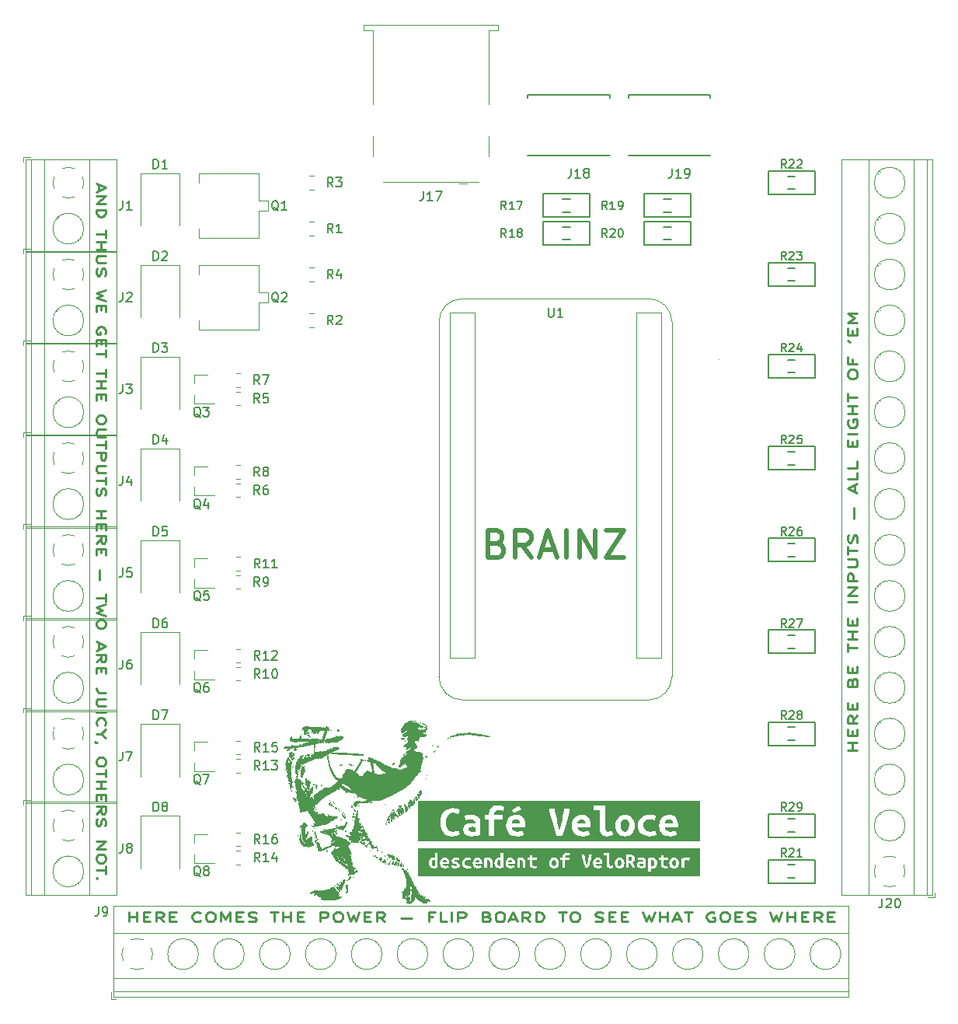
<source format=gbr>
%TF.GenerationSoftware,KiCad,Pcbnew,5.1.9-73d0e3b20d~88~ubuntu20.04.1*%
%TF.CreationDate,2021-09-25T00:34:52+05:30*%
%TF.ProjectId,veloce,76656c6f-6365-42e6-9b69-6361645f7063,rev?*%
%TF.SameCoordinates,Original*%
%TF.FileFunction,Legend,Top*%
%TF.FilePolarity,Positive*%
%FSLAX46Y46*%
G04 Gerber Fmt 4.6, Leading zero omitted, Abs format (unit mm)*
G04 Created by KiCad (PCBNEW 5.1.9-73d0e3b20d~88~ubuntu20.04.1) date 2021-09-25 00:34:52*
%MOMM*%
%LPD*%
G01*
G04 APERTURE LIST*
%ADD10C,0.500000*%
%ADD11C,0.250000*%
%ADD12C,0.100000*%
%ADD13C,0.120000*%
%ADD14C,0.127000*%
%ADD15C,0.203200*%
%ADD16C,0.010000*%
%ADD17C,0.200000*%
%ADD18C,0.150000*%
G04 APERTURE END LIST*
D10*
X192714285Y-104785714D02*
X193142857Y-104928571D01*
X193285714Y-105071428D01*
X193428571Y-105357142D01*
X193428571Y-105785714D01*
X193285714Y-106071428D01*
X193142857Y-106214285D01*
X192857142Y-106357142D01*
X191714285Y-106357142D01*
X191714285Y-103357142D01*
X192714285Y-103357142D01*
X193000000Y-103500000D01*
X193142857Y-103642857D01*
X193285714Y-103928571D01*
X193285714Y-104214285D01*
X193142857Y-104500000D01*
X193000000Y-104642857D01*
X192714285Y-104785714D01*
X191714285Y-104785714D01*
X196428571Y-106357142D02*
X195428571Y-104928571D01*
X194714285Y-106357142D02*
X194714285Y-103357142D01*
X195857142Y-103357142D01*
X196142857Y-103500000D01*
X196285714Y-103642857D01*
X196428571Y-103928571D01*
X196428571Y-104357142D01*
X196285714Y-104642857D01*
X196142857Y-104785714D01*
X195857142Y-104928571D01*
X194714285Y-104928571D01*
X197571428Y-105500000D02*
X199000000Y-105500000D01*
X197285714Y-106357142D02*
X198285714Y-103357142D01*
X199285714Y-106357142D01*
X200285714Y-106357142D02*
X200285714Y-103357142D01*
X201714285Y-106357142D02*
X201714285Y-103357142D01*
X203428571Y-106357142D01*
X203428571Y-103357142D01*
X204571428Y-103357142D02*
X206571428Y-103357142D01*
X204571428Y-106357142D01*
X206571428Y-106357142D01*
D11*
X149333333Y-65700000D02*
X149333333Y-66366666D01*
X149047619Y-65566666D02*
X150047619Y-66033333D01*
X149047619Y-66500000D01*
X149047619Y-66966666D02*
X150047619Y-66966666D01*
X149047619Y-67766666D01*
X150047619Y-67766666D01*
X149047619Y-68433333D02*
X150047619Y-68433333D01*
X150047619Y-68766666D01*
X150000000Y-68966666D01*
X149904761Y-69100000D01*
X149809523Y-69166666D01*
X149619047Y-69233333D01*
X149476190Y-69233333D01*
X149285714Y-69166666D01*
X149190476Y-69100000D01*
X149095238Y-68966666D01*
X149047619Y-68766666D01*
X149047619Y-68433333D01*
X150047619Y-70700000D02*
X150047619Y-71500000D01*
X149047619Y-71100000D02*
X150047619Y-71100000D01*
X149047619Y-71966666D02*
X150047619Y-71966666D01*
X149571428Y-71966666D02*
X149571428Y-72766666D01*
X149047619Y-72766666D02*
X150047619Y-72766666D01*
X150047619Y-73433333D02*
X149238095Y-73433333D01*
X149142857Y-73500000D01*
X149095238Y-73566666D01*
X149047619Y-73700000D01*
X149047619Y-73966666D01*
X149095238Y-74100000D01*
X149142857Y-74166666D01*
X149238095Y-74233333D01*
X150047619Y-74233333D01*
X149095238Y-74833333D02*
X149047619Y-75033333D01*
X149047619Y-75366666D01*
X149095238Y-75500000D01*
X149142857Y-75566666D01*
X149238095Y-75633333D01*
X149333333Y-75633333D01*
X149428571Y-75566666D01*
X149476190Y-75500000D01*
X149523809Y-75366666D01*
X149571428Y-75100000D01*
X149619047Y-74966666D01*
X149666666Y-74900000D01*
X149761904Y-74833333D01*
X149857142Y-74833333D01*
X149952380Y-74900000D01*
X150000000Y-74966666D01*
X150047619Y-75100000D01*
X150047619Y-75433333D01*
X150000000Y-75633333D01*
X150047619Y-77166666D02*
X149047619Y-77500000D01*
X149761904Y-77766666D01*
X149047619Y-78033333D01*
X150047619Y-78366666D01*
X149571428Y-78900000D02*
X149571428Y-79366666D01*
X149047619Y-79566666D02*
X149047619Y-78900000D01*
X150047619Y-78900000D01*
X150047619Y-79566666D01*
X150000000Y-81966666D02*
X150047619Y-81833333D01*
X150047619Y-81633333D01*
X150000000Y-81433333D01*
X149904761Y-81300000D01*
X149809523Y-81233333D01*
X149619047Y-81166666D01*
X149476190Y-81166666D01*
X149285714Y-81233333D01*
X149190476Y-81300000D01*
X149095238Y-81433333D01*
X149047619Y-81633333D01*
X149047619Y-81766666D01*
X149095238Y-81966666D01*
X149142857Y-82033333D01*
X149476190Y-82033333D01*
X149476190Y-81766666D01*
X149571428Y-82633333D02*
X149571428Y-83100000D01*
X149047619Y-83300000D02*
X149047619Y-82633333D01*
X150047619Y-82633333D01*
X150047619Y-83300000D01*
X150047619Y-83700000D02*
X150047619Y-84500000D01*
X149047619Y-84100000D02*
X150047619Y-84100000D01*
X150047619Y-85833333D02*
X150047619Y-86633333D01*
X149047619Y-86233333D02*
X150047619Y-86233333D01*
X149047619Y-87100000D02*
X150047619Y-87100000D01*
X149571428Y-87100000D02*
X149571428Y-87900000D01*
X149047619Y-87900000D02*
X150047619Y-87900000D01*
X149571428Y-88566666D02*
X149571428Y-89033333D01*
X149047619Y-89233333D02*
X149047619Y-88566666D01*
X150047619Y-88566666D01*
X150047619Y-89233333D01*
X150047619Y-91166666D02*
X150047619Y-91433333D01*
X150000000Y-91566666D01*
X149904761Y-91700000D01*
X149714285Y-91766666D01*
X149380952Y-91766666D01*
X149190476Y-91700000D01*
X149095238Y-91566666D01*
X149047619Y-91433333D01*
X149047619Y-91166666D01*
X149095238Y-91033333D01*
X149190476Y-90900000D01*
X149380952Y-90833333D01*
X149714285Y-90833333D01*
X149904761Y-90900000D01*
X150000000Y-91033333D01*
X150047619Y-91166666D01*
X150047619Y-92366666D02*
X149238095Y-92366666D01*
X149142857Y-92433333D01*
X149095238Y-92500000D01*
X149047619Y-92633333D01*
X149047619Y-92900000D01*
X149095238Y-93033333D01*
X149142857Y-93100000D01*
X149238095Y-93166666D01*
X150047619Y-93166666D01*
X150047619Y-93633333D02*
X150047619Y-94433333D01*
X149047619Y-94033333D02*
X150047619Y-94033333D01*
X149047619Y-94900000D02*
X150047619Y-94900000D01*
X150047619Y-95433333D01*
X150000000Y-95566666D01*
X149952380Y-95633333D01*
X149857142Y-95700000D01*
X149714285Y-95700000D01*
X149619047Y-95633333D01*
X149571428Y-95566666D01*
X149523809Y-95433333D01*
X149523809Y-94900000D01*
X150047619Y-96300000D02*
X149238095Y-96300000D01*
X149142857Y-96366666D01*
X149095238Y-96433333D01*
X149047619Y-96566666D01*
X149047619Y-96833333D01*
X149095238Y-96966666D01*
X149142857Y-97033333D01*
X149238095Y-97100000D01*
X150047619Y-97100000D01*
X150047619Y-97566666D02*
X150047619Y-98366666D01*
X149047619Y-97966666D02*
X150047619Y-97966666D01*
X149095238Y-98766666D02*
X149047619Y-98966666D01*
X149047619Y-99300000D01*
X149095238Y-99433333D01*
X149142857Y-99500000D01*
X149238095Y-99566666D01*
X149333333Y-99566666D01*
X149428571Y-99500000D01*
X149476190Y-99433333D01*
X149523809Y-99300000D01*
X149571428Y-99033333D01*
X149619047Y-98900000D01*
X149666666Y-98833333D01*
X149761904Y-98766666D01*
X149857142Y-98766666D01*
X149952380Y-98833333D01*
X150000000Y-98900000D01*
X150047619Y-99033333D01*
X150047619Y-99366666D01*
X150000000Y-99566666D01*
X149047619Y-101233333D02*
X150047619Y-101233333D01*
X149571428Y-101233333D02*
X149571428Y-102033333D01*
X149047619Y-102033333D02*
X150047619Y-102033333D01*
X149571428Y-102700000D02*
X149571428Y-103166666D01*
X149047619Y-103366666D02*
X149047619Y-102700000D01*
X150047619Y-102700000D01*
X150047619Y-103366666D01*
X149047619Y-104766666D02*
X149523809Y-104300000D01*
X149047619Y-103966666D02*
X150047619Y-103966666D01*
X150047619Y-104500000D01*
X150000000Y-104633333D01*
X149952380Y-104700000D01*
X149857142Y-104766666D01*
X149714285Y-104766666D01*
X149619047Y-104700000D01*
X149571428Y-104633333D01*
X149523809Y-104500000D01*
X149523809Y-103966666D01*
X149571428Y-105366666D02*
X149571428Y-105833333D01*
X149047619Y-106033333D02*
X149047619Y-105366666D01*
X150047619Y-105366666D01*
X150047619Y-106033333D01*
X149428571Y-107700000D02*
X149428571Y-108766666D01*
X150047619Y-110300000D02*
X150047619Y-111100000D01*
X149047619Y-110700000D02*
X150047619Y-110700000D01*
X150047619Y-111433333D02*
X149047619Y-111766666D01*
X149761904Y-112033333D01*
X149047619Y-112300000D01*
X150047619Y-112633333D01*
X150047619Y-113433333D02*
X150047619Y-113700000D01*
X150000000Y-113833333D01*
X149904761Y-113966666D01*
X149714285Y-114033333D01*
X149380952Y-114033333D01*
X149190476Y-113966666D01*
X149095238Y-113833333D01*
X149047619Y-113700000D01*
X149047619Y-113433333D01*
X149095238Y-113300000D01*
X149190476Y-113166666D01*
X149380952Y-113100000D01*
X149714285Y-113100000D01*
X149904761Y-113166666D01*
X150000000Y-113300000D01*
X150047619Y-113433333D01*
X149333333Y-115633333D02*
X149333333Y-116300000D01*
X149047619Y-115500000D02*
X150047619Y-115966666D01*
X149047619Y-116433333D01*
X149047619Y-117700000D02*
X149523809Y-117233333D01*
X149047619Y-116900000D02*
X150047619Y-116900000D01*
X150047619Y-117433333D01*
X150000000Y-117566666D01*
X149952380Y-117633333D01*
X149857142Y-117700000D01*
X149714285Y-117700000D01*
X149619047Y-117633333D01*
X149571428Y-117566666D01*
X149523809Y-117433333D01*
X149523809Y-116900000D01*
X149571428Y-118300000D02*
X149571428Y-118766666D01*
X149047619Y-118966666D02*
X149047619Y-118300000D01*
X150047619Y-118300000D01*
X150047619Y-118966666D01*
X150047619Y-121033333D02*
X149333333Y-121033333D01*
X149190476Y-120966666D01*
X149095238Y-120833333D01*
X149047619Y-120633333D01*
X149047619Y-120500000D01*
X150047619Y-121700000D02*
X149238095Y-121700000D01*
X149142857Y-121766666D01*
X149095238Y-121833333D01*
X149047619Y-121966666D01*
X149047619Y-122233333D01*
X149095238Y-122366666D01*
X149142857Y-122433333D01*
X149238095Y-122500000D01*
X150047619Y-122500000D01*
X149047619Y-123166666D02*
X150047619Y-123166666D01*
X149142857Y-124633333D02*
X149095238Y-124566666D01*
X149047619Y-124366666D01*
X149047619Y-124233333D01*
X149095238Y-124033333D01*
X149190476Y-123900000D01*
X149285714Y-123833333D01*
X149476190Y-123766666D01*
X149619047Y-123766666D01*
X149809523Y-123833333D01*
X149904761Y-123900000D01*
X150000000Y-124033333D01*
X150047619Y-124233333D01*
X150047619Y-124366666D01*
X150000000Y-124566666D01*
X149952380Y-124633333D01*
X149523809Y-125500000D02*
X149047619Y-125500000D01*
X150047619Y-125033333D02*
X149523809Y-125500000D01*
X150047619Y-125966666D01*
X149095238Y-126500000D02*
X149047619Y-126500000D01*
X148952380Y-126433333D01*
X148904761Y-126366666D01*
X150047619Y-128433333D02*
X150047619Y-128700000D01*
X150000000Y-128833333D01*
X149904761Y-128966666D01*
X149714285Y-129033333D01*
X149380952Y-129033333D01*
X149190476Y-128966666D01*
X149095238Y-128833333D01*
X149047619Y-128700000D01*
X149047619Y-128433333D01*
X149095238Y-128300000D01*
X149190476Y-128166666D01*
X149380952Y-128100000D01*
X149714285Y-128100000D01*
X149904761Y-128166666D01*
X150000000Y-128300000D01*
X150047619Y-128433333D01*
X150047619Y-129433333D02*
X150047619Y-130233333D01*
X149047619Y-129833333D02*
X150047619Y-129833333D01*
X149047619Y-130700000D02*
X150047619Y-130700000D01*
X149571428Y-130700000D02*
X149571428Y-131500000D01*
X149047619Y-131500000D02*
X150047619Y-131500000D01*
X149571428Y-132166666D02*
X149571428Y-132633333D01*
X149047619Y-132833333D02*
X149047619Y-132166666D01*
X150047619Y-132166666D01*
X150047619Y-132833333D01*
X149047619Y-134233333D02*
X149523809Y-133766666D01*
X149047619Y-133433333D02*
X150047619Y-133433333D01*
X150047619Y-133966666D01*
X150000000Y-134100000D01*
X149952380Y-134166666D01*
X149857142Y-134233333D01*
X149714285Y-134233333D01*
X149619047Y-134166666D01*
X149571428Y-134100000D01*
X149523809Y-133966666D01*
X149523809Y-133433333D01*
X149095238Y-134766666D02*
X149047619Y-134966666D01*
X149047619Y-135300000D01*
X149095238Y-135433333D01*
X149142857Y-135500000D01*
X149238095Y-135566666D01*
X149333333Y-135566666D01*
X149428571Y-135500000D01*
X149476190Y-135433333D01*
X149523809Y-135300000D01*
X149571428Y-135033333D01*
X149619047Y-134900000D01*
X149666666Y-134833333D01*
X149761904Y-134766666D01*
X149857142Y-134766666D01*
X149952380Y-134833333D01*
X150000000Y-134900000D01*
X150047619Y-135033333D01*
X150047619Y-135366666D01*
X150000000Y-135566666D01*
X149047619Y-137233333D02*
X150047619Y-137233333D01*
X149047619Y-138033333D01*
X150047619Y-138033333D01*
X150047619Y-138966666D02*
X150047619Y-139233333D01*
X150000000Y-139366666D01*
X149904761Y-139500000D01*
X149714285Y-139566666D01*
X149380952Y-139566666D01*
X149190476Y-139500000D01*
X149095238Y-139366666D01*
X149047619Y-139233333D01*
X149047619Y-138966666D01*
X149095238Y-138833333D01*
X149190476Y-138700000D01*
X149380952Y-138633333D01*
X149714285Y-138633333D01*
X149904761Y-138700000D01*
X150000000Y-138833333D01*
X150047619Y-138966666D01*
X150047619Y-139966666D02*
X150047619Y-140766666D01*
X149047619Y-140366666D02*
X150047619Y-140366666D01*
X149142857Y-141233333D02*
X149095238Y-141300000D01*
X149047619Y-141233333D01*
X149095238Y-141166666D01*
X149142857Y-141233333D01*
X149047619Y-141233333D01*
X231952380Y-127285714D02*
X230952380Y-127285714D01*
X231428571Y-127285714D02*
X231428571Y-126428571D01*
X231952380Y-126428571D02*
X230952380Y-126428571D01*
X231428571Y-125714285D02*
X231428571Y-125214285D01*
X231952380Y-125000000D02*
X231952380Y-125714285D01*
X230952380Y-125714285D01*
X230952380Y-125000000D01*
X231952380Y-123500000D02*
X231476190Y-124000000D01*
X231952380Y-124357142D02*
X230952380Y-124357142D01*
X230952380Y-123785714D01*
X231000000Y-123642857D01*
X231047619Y-123571428D01*
X231142857Y-123500000D01*
X231285714Y-123500000D01*
X231380952Y-123571428D01*
X231428571Y-123642857D01*
X231476190Y-123785714D01*
X231476190Y-124357142D01*
X231428571Y-122857142D02*
X231428571Y-122357142D01*
X231952380Y-122142857D02*
X231952380Y-122857142D01*
X230952380Y-122857142D01*
X230952380Y-122142857D01*
X231428571Y-119857142D02*
X231476190Y-119642857D01*
X231523809Y-119571428D01*
X231619047Y-119500000D01*
X231761904Y-119500000D01*
X231857142Y-119571428D01*
X231904761Y-119642857D01*
X231952380Y-119785714D01*
X231952380Y-120357142D01*
X230952380Y-120357142D01*
X230952380Y-119857142D01*
X231000000Y-119714285D01*
X231047619Y-119642857D01*
X231142857Y-119571428D01*
X231238095Y-119571428D01*
X231333333Y-119642857D01*
X231380952Y-119714285D01*
X231428571Y-119857142D01*
X231428571Y-120357142D01*
X231428571Y-118857142D02*
X231428571Y-118357142D01*
X231952380Y-118142857D02*
X231952380Y-118857142D01*
X230952380Y-118857142D01*
X230952380Y-118142857D01*
X230952380Y-116571428D02*
X230952380Y-115714285D01*
X231952380Y-116142857D02*
X230952380Y-116142857D01*
X231952380Y-115214285D02*
X230952380Y-115214285D01*
X231428571Y-115214285D02*
X231428571Y-114357142D01*
X231952380Y-114357142D02*
X230952380Y-114357142D01*
X231428571Y-113642857D02*
X231428571Y-113142857D01*
X231952380Y-112928571D02*
X231952380Y-113642857D01*
X230952380Y-113642857D01*
X230952380Y-112928571D01*
X231952380Y-111142857D02*
X230952380Y-111142857D01*
X231952380Y-110428571D02*
X230952380Y-110428571D01*
X231952380Y-109571428D01*
X230952380Y-109571428D01*
X231952380Y-108857142D02*
X230952380Y-108857142D01*
X230952380Y-108285714D01*
X231000000Y-108142857D01*
X231047619Y-108071428D01*
X231142857Y-108000000D01*
X231285714Y-108000000D01*
X231380952Y-108071428D01*
X231428571Y-108142857D01*
X231476190Y-108285714D01*
X231476190Y-108857142D01*
X230952380Y-107357142D02*
X231761904Y-107357142D01*
X231857142Y-107285714D01*
X231904761Y-107214285D01*
X231952380Y-107071428D01*
X231952380Y-106785714D01*
X231904761Y-106642857D01*
X231857142Y-106571428D01*
X231761904Y-106500000D01*
X230952380Y-106500000D01*
X230952380Y-106000000D02*
X230952380Y-105142857D01*
X231952380Y-105571428D02*
X230952380Y-105571428D01*
X231904761Y-104714285D02*
X231952380Y-104500000D01*
X231952380Y-104142857D01*
X231904761Y-104000000D01*
X231857142Y-103928571D01*
X231761904Y-103857142D01*
X231666666Y-103857142D01*
X231571428Y-103928571D01*
X231523809Y-104000000D01*
X231476190Y-104142857D01*
X231428571Y-104428571D01*
X231380952Y-104571428D01*
X231333333Y-104642857D01*
X231238095Y-104714285D01*
X231142857Y-104714285D01*
X231047619Y-104642857D01*
X231000000Y-104571428D01*
X230952380Y-104428571D01*
X230952380Y-104071428D01*
X231000000Y-103857142D01*
X231571428Y-102071428D02*
X231571428Y-100928571D01*
X231666666Y-99142857D02*
X231666666Y-98428571D01*
X231952380Y-99285714D02*
X230952380Y-98785714D01*
X231952380Y-98285714D01*
X231952380Y-97071428D02*
X231952380Y-97785714D01*
X230952380Y-97785714D01*
X231952380Y-95857142D02*
X231952380Y-96571428D01*
X230952380Y-96571428D01*
X231428571Y-94214285D02*
X231428571Y-93714285D01*
X231952380Y-93500000D02*
X231952380Y-94214285D01*
X230952380Y-94214285D01*
X230952380Y-93500000D01*
X231952380Y-92857142D02*
X230952380Y-92857142D01*
X231000000Y-91357142D02*
X230952380Y-91500000D01*
X230952380Y-91714285D01*
X231000000Y-91928571D01*
X231095238Y-92071428D01*
X231190476Y-92142857D01*
X231380952Y-92214285D01*
X231523809Y-92214285D01*
X231714285Y-92142857D01*
X231809523Y-92071428D01*
X231904761Y-91928571D01*
X231952380Y-91714285D01*
X231952380Y-91571428D01*
X231904761Y-91357142D01*
X231857142Y-91285714D01*
X231523809Y-91285714D01*
X231523809Y-91571428D01*
X231952380Y-90642857D02*
X230952380Y-90642857D01*
X231428571Y-90642857D02*
X231428571Y-89785714D01*
X231952380Y-89785714D02*
X230952380Y-89785714D01*
X230952380Y-89285714D02*
X230952380Y-88428571D01*
X231952380Y-88857142D02*
X230952380Y-88857142D01*
X230952380Y-86500000D02*
X230952380Y-86214285D01*
X231000000Y-86071428D01*
X231095238Y-85928571D01*
X231285714Y-85857142D01*
X231619047Y-85857142D01*
X231809523Y-85928571D01*
X231904761Y-86071428D01*
X231952380Y-86214285D01*
X231952380Y-86500000D01*
X231904761Y-86642857D01*
X231809523Y-86785714D01*
X231619047Y-86857142D01*
X231285714Y-86857142D01*
X231095238Y-86785714D01*
X231000000Y-86642857D01*
X230952380Y-86500000D01*
X231428571Y-84714285D02*
X231428571Y-85214285D01*
X231952380Y-85214285D02*
X230952380Y-85214285D01*
X230952380Y-84500000D01*
X230952380Y-82714285D02*
X231142857Y-82857142D01*
X231428571Y-82071428D02*
X231428571Y-81571428D01*
X231952380Y-81357142D02*
X231952380Y-82071428D01*
X230952380Y-82071428D01*
X230952380Y-81357142D01*
X231952380Y-80714285D02*
X230952380Y-80714285D01*
X231666666Y-80214285D01*
X230952380Y-79714285D01*
X231952380Y-79714285D01*
X152607142Y-145952380D02*
X152607142Y-144952380D01*
X152607142Y-145428571D02*
X153464285Y-145428571D01*
X153464285Y-145952380D02*
X153464285Y-144952380D01*
X154178571Y-145428571D02*
X154678571Y-145428571D01*
X154892857Y-145952380D02*
X154178571Y-145952380D01*
X154178571Y-144952380D01*
X154892857Y-144952380D01*
X156392857Y-145952380D02*
X155892857Y-145476190D01*
X155535714Y-145952380D02*
X155535714Y-144952380D01*
X156107142Y-144952380D01*
X156250000Y-145000000D01*
X156321428Y-145047619D01*
X156392857Y-145142857D01*
X156392857Y-145285714D01*
X156321428Y-145380952D01*
X156250000Y-145428571D01*
X156107142Y-145476190D01*
X155535714Y-145476190D01*
X157035714Y-145428571D02*
X157535714Y-145428571D01*
X157750000Y-145952380D02*
X157035714Y-145952380D01*
X157035714Y-144952380D01*
X157750000Y-144952380D01*
X160392857Y-145857142D02*
X160321428Y-145904761D01*
X160107142Y-145952380D01*
X159964285Y-145952380D01*
X159750000Y-145904761D01*
X159607142Y-145809523D01*
X159535714Y-145714285D01*
X159464285Y-145523809D01*
X159464285Y-145380952D01*
X159535714Y-145190476D01*
X159607142Y-145095238D01*
X159750000Y-145000000D01*
X159964285Y-144952380D01*
X160107142Y-144952380D01*
X160321428Y-145000000D01*
X160392857Y-145047619D01*
X161321428Y-144952380D02*
X161607142Y-144952380D01*
X161750000Y-145000000D01*
X161892857Y-145095238D01*
X161964285Y-145285714D01*
X161964285Y-145619047D01*
X161892857Y-145809523D01*
X161750000Y-145904761D01*
X161607142Y-145952380D01*
X161321428Y-145952380D01*
X161178571Y-145904761D01*
X161035714Y-145809523D01*
X160964285Y-145619047D01*
X160964285Y-145285714D01*
X161035714Y-145095238D01*
X161178571Y-145000000D01*
X161321428Y-144952380D01*
X162607142Y-145952380D02*
X162607142Y-144952380D01*
X163107142Y-145666666D01*
X163607142Y-144952380D01*
X163607142Y-145952380D01*
X164321428Y-145428571D02*
X164821428Y-145428571D01*
X165035714Y-145952380D02*
X164321428Y-145952380D01*
X164321428Y-144952380D01*
X165035714Y-144952380D01*
X165607142Y-145904761D02*
X165821428Y-145952380D01*
X166178571Y-145952380D01*
X166321428Y-145904761D01*
X166392857Y-145857142D01*
X166464285Y-145761904D01*
X166464285Y-145666666D01*
X166392857Y-145571428D01*
X166321428Y-145523809D01*
X166178571Y-145476190D01*
X165892857Y-145428571D01*
X165750000Y-145380952D01*
X165678571Y-145333333D01*
X165607142Y-145238095D01*
X165607142Y-145142857D01*
X165678571Y-145047619D01*
X165750000Y-145000000D01*
X165892857Y-144952380D01*
X166250000Y-144952380D01*
X166464285Y-145000000D01*
X168035714Y-144952380D02*
X168892857Y-144952380D01*
X168464285Y-145952380D02*
X168464285Y-144952380D01*
X169392857Y-145952380D02*
X169392857Y-144952380D01*
X169392857Y-145428571D02*
X170250000Y-145428571D01*
X170250000Y-145952380D02*
X170250000Y-144952380D01*
X170964285Y-145428571D02*
X171464285Y-145428571D01*
X171678571Y-145952380D02*
X170964285Y-145952380D01*
X170964285Y-144952380D01*
X171678571Y-144952380D01*
X173464285Y-145952380D02*
X173464285Y-144952380D01*
X174035714Y-144952380D01*
X174178571Y-145000000D01*
X174250000Y-145047619D01*
X174321428Y-145142857D01*
X174321428Y-145285714D01*
X174250000Y-145380952D01*
X174178571Y-145428571D01*
X174035714Y-145476190D01*
X173464285Y-145476190D01*
X175250000Y-144952380D02*
X175535714Y-144952380D01*
X175678571Y-145000000D01*
X175821428Y-145095238D01*
X175892857Y-145285714D01*
X175892857Y-145619047D01*
X175821428Y-145809523D01*
X175678571Y-145904761D01*
X175535714Y-145952380D01*
X175250000Y-145952380D01*
X175107142Y-145904761D01*
X174964285Y-145809523D01*
X174892857Y-145619047D01*
X174892857Y-145285714D01*
X174964285Y-145095238D01*
X175107142Y-145000000D01*
X175250000Y-144952380D01*
X176392857Y-144952380D02*
X176750000Y-145952380D01*
X177035714Y-145238095D01*
X177321428Y-145952380D01*
X177678571Y-144952380D01*
X178250000Y-145428571D02*
X178750000Y-145428571D01*
X178964285Y-145952380D02*
X178250000Y-145952380D01*
X178250000Y-144952380D01*
X178964285Y-144952380D01*
X180464285Y-145952380D02*
X179964285Y-145476190D01*
X179607142Y-145952380D02*
X179607142Y-144952380D01*
X180178571Y-144952380D01*
X180321428Y-145000000D01*
X180392857Y-145047619D01*
X180464285Y-145142857D01*
X180464285Y-145285714D01*
X180392857Y-145380952D01*
X180321428Y-145428571D01*
X180178571Y-145476190D01*
X179607142Y-145476190D01*
X182250000Y-145571428D02*
X183392857Y-145571428D01*
X185750000Y-145428571D02*
X185250000Y-145428571D01*
X185250000Y-145952380D02*
X185250000Y-144952380D01*
X185964285Y-144952380D01*
X187250000Y-145952380D02*
X186535714Y-145952380D01*
X186535714Y-144952380D01*
X187750000Y-145952380D02*
X187750000Y-144952380D01*
X188464285Y-145952380D02*
X188464285Y-144952380D01*
X189035714Y-144952380D01*
X189178571Y-145000000D01*
X189250000Y-145047619D01*
X189321428Y-145142857D01*
X189321428Y-145285714D01*
X189250000Y-145380952D01*
X189178571Y-145428571D01*
X189035714Y-145476190D01*
X188464285Y-145476190D01*
X191607142Y-145428571D02*
X191821428Y-145476190D01*
X191892857Y-145523809D01*
X191964285Y-145619047D01*
X191964285Y-145761904D01*
X191892857Y-145857142D01*
X191821428Y-145904761D01*
X191678571Y-145952380D01*
X191107142Y-145952380D01*
X191107142Y-144952380D01*
X191607142Y-144952380D01*
X191750000Y-145000000D01*
X191821428Y-145047619D01*
X191892857Y-145142857D01*
X191892857Y-145238095D01*
X191821428Y-145333333D01*
X191750000Y-145380952D01*
X191607142Y-145428571D01*
X191107142Y-145428571D01*
X192892857Y-144952380D02*
X193178571Y-144952380D01*
X193321428Y-145000000D01*
X193464285Y-145095238D01*
X193535714Y-145285714D01*
X193535714Y-145619047D01*
X193464285Y-145809523D01*
X193321428Y-145904761D01*
X193178571Y-145952380D01*
X192892857Y-145952380D01*
X192750000Y-145904761D01*
X192607142Y-145809523D01*
X192535714Y-145619047D01*
X192535714Y-145285714D01*
X192607142Y-145095238D01*
X192750000Y-145000000D01*
X192892857Y-144952380D01*
X194107142Y-145666666D02*
X194821428Y-145666666D01*
X193964285Y-145952380D02*
X194464285Y-144952380D01*
X194964285Y-145952380D01*
X196321428Y-145952380D02*
X195821428Y-145476190D01*
X195464285Y-145952380D02*
X195464285Y-144952380D01*
X196035714Y-144952380D01*
X196178571Y-145000000D01*
X196250000Y-145047619D01*
X196321428Y-145142857D01*
X196321428Y-145285714D01*
X196250000Y-145380952D01*
X196178571Y-145428571D01*
X196035714Y-145476190D01*
X195464285Y-145476190D01*
X196964285Y-145952380D02*
X196964285Y-144952380D01*
X197321428Y-144952380D01*
X197535714Y-145000000D01*
X197678571Y-145095238D01*
X197750000Y-145190476D01*
X197821428Y-145380952D01*
X197821428Y-145523809D01*
X197750000Y-145714285D01*
X197678571Y-145809523D01*
X197535714Y-145904761D01*
X197321428Y-145952380D01*
X196964285Y-145952380D01*
X199392857Y-144952380D02*
X200250000Y-144952380D01*
X199821428Y-145952380D02*
X199821428Y-144952380D01*
X201035714Y-144952380D02*
X201321428Y-144952380D01*
X201464285Y-145000000D01*
X201607142Y-145095238D01*
X201678571Y-145285714D01*
X201678571Y-145619047D01*
X201607142Y-145809523D01*
X201464285Y-145904761D01*
X201321428Y-145952380D01*
X201035714Y-145952380D01*
X200892857Y-145904761D01*
X200750000Y-145809523D01*
X200678571Y-145619047D01*
X200678571Y-145285714D01*
X200750000Y-145095238D01*
X200892857Y-145000000D01*
X201035714Y-144952380D01*
X203392857Y-145904761D02*
X203607142Y-145952380D01*
X203964285Y-145952380D01*
X204107142Y-145904761D01*
X204178571Y-145857142D01*
X204250000Y-145761904D01*
X204250000Y-145666666D01*
X204178571Y-145571428D01*
X204107142Y-145523809D01*
X203964285Y-145476190D01*
X203678571Y-145428571D01*
X203535714Y-145380952D01*
X203464285Y-145333333D01*
X203392857Y-145238095D01*
X203392857Y-145142857D01*
X203464285Y-145047619D01*
X203535714Y-145000000D01*
X203678571Y-144952380D01*
X204035714Y-144952380D01*
X204250000Y-145000000D01*
X204892857Y-145428571D02*
X205392857Y-145428571D01*
X205607142Y-145952380D02*
X204892857Y-145952380D01*
X204892857Y-144952380D01*
X205607142Y-144952380D01*
X206250000Y-145428571D02*
X206750000Y-145428571D01*
X206964285Y-145952380D02*
X206250000Y-145952380D01*
X206250000Y-144952380D01*
X206964285Y-144952380D01*
X208607142Y-144952380D02*
X208964285Y-145952380D01*
X209250000Y-145238095D01*
X209535714Y-145952380D01*
X209892857Y-144952380D01*
X210464285Y-145952380D02*
X210464285Y-144952380D01*
X210464285Y-145428571D02*
X211321428Y-145428571D01*
X211321428Y-145952380D02*
X211321428Y-144952380D01*
X211964285Y-145666666D02*
X212678571Y-145666666D01*
X211821428Y-145952380D02*
X212321428Y-144952380D01*
X212821428Y-145952380D01*
X213107142Y-144952380D02*
X213964285Y-144952380D01*
X213535714Y-145952380D02*
X213535714Y-144952380D01*
X216392857Y-145000000D02*
X216250000Y-144952380D01*
X216035714Y-144952380D01*
X215821428Y-145000000D01*
X215678571Y-145095238D01*
X215607142Y-145190476D01*
X215535714Y-145380952D01*
X215535714Y-145523809D01*
X215607142Y-145714285D01*
X215678571Y-145809523D01*
X215821428Y-145904761D01*
X216035714Y-145952380D01*
X216178571Y-145952380D01*
X216392857Y-145904761D01*
X216464285Y-145857142D01*
X216464285Y-145523809D01*
X216178571Y-145523809D01*
X217392857Y-144952380D02*
X217678571Y-144952380D01*
X217821428Y-145000000D01*
X217964285Y-145095238D01*
X218035714Y-145285714D01*
X218035714Y-145619047D01*
X217964285Y-145809523D01*
X217821428Y-145904761D01*
X217678571Y-145952380D01*
X217392857Y-145952380D01*
X217250000Y-145904761D01*
X217107142Y-145809523D01*
X217035714Y-145619047D01*
X217035714Y-145285714D01*
X217107142Y-145095238D01*
X217250000Y-145000000D01*
X217392857Y-144952380D01*
X218678571Y-145428571D02*
X219178571Y-145428571D01*
X219392857Y-145952380D02*
X218678571Y-145952380D01*
X218678571Y-144952380D01*
X219392857Y-144952380D01*
X219964285Y-145904761D02*
X220178571Y-145952380D01*
X220535714Y-145952380D01*
X220678571Y-145904761D01*
X220750000Y-145857142D01*
X220821428Y-145761904D01*
X220821428Y-145666666D01*
X220750000Y-145571428D01*
X220678571Y-145523809D01*
X220535714Y-145476190D01*
X220250000Y-145428571D01*
X220107142Y-145380952D01*
X220035714Y-145333333D01*
X219964285Y-145238095D01*
X219964285Y-145142857D01*
X220035714Y-145047619D01*
X220107142Y-145000000D01*
X220250000Y-144952380D01*
X220607142Y-144952380D01*
X220821428Y-145000000D01*
X222464285Y-144952380D02*
X222821428Y-145952380D01*
X223107142Y-145238095D01*
X223392857Y-145952380D01*
X223750000Y-144952380D01*
X224321428Y-145952380D02*
X224321428Y-144952380D01*
X224321428Y-145428571D02*
X225178571Y-145428571D01*
X225178571Y-145952380D02*
X225178571Y-144952380D01*
X225892857Y-145428571D02*
X226392857Y-145428571D01*
X226607142Y-145952380D02*
X225892857Y-145952380D01*
X225892857Y-144952380D01*
X226607142Y-144952380D01*
X228107142Y-145952380D02*
X227607142Y-145476190D01*
X227250000Y-145952380D02*
X227250000Y-144952380D01*
X227821428Y-144952380D01*
X227964285Y-145000000D01*
X228035714Y-145047619D01*
X228107142Y-145142857D01*
X228107142Y-145285714D01*
X228035714Y-145380952D01*
X227964285Y-145428571D01*
X227821428Y-145476190D01*
X227250000Y-145476190D01*
X228750000Y-145428571D02*
X229250000Y-145428571D01*
X229464285Y-145952380D02*
X228750000Y-145952380D01*
X228750000Y-144952380D01*
X229464285Y-144952380D01*
D12*
%TO.C,kibuzzard-614E1CD8*%
G36*
X184633724Y-137964623D02*
G01*
X185407762Y-139145194D01*
X185495207Y-139057220D01*
X185606729Y-139004435D01*
X185742328Y-138986841D01*
X185859009Y-138999938D01*
X185959022Y-139036847D01*
X185959022Y-138527259D01*
X186251916Y-138477253D01*
X186492422Y-139579772D01*
X186503733Y-139441064D01*
X186537666Y-139320216D01*
X186590053Y-139217524D01*
X186656728Y-139133287D01*
X186735905Y-139067505D01*
X186825797Y-139020178D01*
X186922237Y-138991603D01*
X187021059Y-138982078D01*
X187172930Y-138998350D01*
X187298343Y-139047166D01*
X187397297Y-139128525D01*
X187468734Y-139241105D01*
X187511597Y-139383583D01*
X187525884Y-139555959D01*
X187524694Y-139615491D01*
X187521122Y-139665497D01*
X186794841Y-139665497D01*
X186817462Y-139763426D01*
X186885328Y-139838138D01*
X186988912Y-139885465D01*
X187118691Y-139901241D01*
X187286569Y-139882191D01*
X187421109Y-139844091D01*
X187461591Y-140094122D01*
X187299666Y-140138175D01*
X187106784Y-140156034D01*
X186971351Y-140146807D01*
X186850800Y-140119125D01*
X186746025Y-140073286D01*
X186657919Y-140009588D01*
X186587374Y-139928327D01*
X186535284Y-139829803D01*
X186503137Y-139713717D01*
X186492422Y-139579772D01*
X186251916Y-138477253D01*
X186251916Y-140096503D01*
X186162023Y-140120316D01*
X186054272Y-140139366D01*
X185938781Y-140151867D01*
X185825672Y-140156034D01*
X185665202Y-140138836D01*
X185533043Y-140087243D01*
X185429194Y-140001253D01*
X185354449Y-139885366D01*
X185309602Y-139744078D01*
X185294653Y-139577391D01*
X185307221Y-139407660D01*
X185344924Y-139263595D01*
X185407762Y-139145194D01*
X184633724Y-137964623D01*
X184121094Y-137964623D01*
X184121094Y-141035377D01*
X187737816Y-140063166D01*
X187783059Y-139817897D01*
X187960462Y-139879809D01*
X188152153Y-139908384D01*
X188316459Y-139892906D01*
X188373609Y-139829803D01*
X188355750Y-139777416D01*
X188305744Y-139740506D01*
X188231925Y-139710741D01*
X188145009Y-139682166D01*
X188014041Y-139638113D01*
X187892597Y-139575009D01*
X187802109Y-139478569D01*
X187766391Y-139332122D01*
X187793775Y-139197581D01*
X187879500Y-139085662D01*
X188028328Y-139009462D01*
X188127745Y-138988924D01*
X188245022Y-138982078D01*
X188350690Y-138986245D01*
X188448619Y-138998747D01*
X188611734Y-139046372D01*
X188566491Y-139294022D01*
X188440284Y-139254731D01*
X188247403Y-139227347D01*
X188096194Y-139254731D01*
X188056903Y-139313072D01*
X188074762Y-139359506D01*
X188122387Y-139396416D01*
X188191444Y-139428562D01*
X188275978Y-139458328D01*
X188409328Y-139505953D01*
X188534344Y-139571438D01*
X188904628Y-139570247D01*
X188914153Y-139452375D01*
X188942728Y-139341647D01*
X188990948Y-139241337D01*
X189059409Y-139154719D01*
X189148409Y-139083281D01*
X189258244Y-139028512D01*
X189390105Y-138993687D01*
X189545184Y-138982078D01*
X189726159Y-138996366D01*
X189890466Y-139043991D01*
X189826172Y-139279734D01*
X189720206Y-139249969D01*
X189571378Y-139236872D01*
X189396356Y-139261875D01*
X189283247Y-139330931D01*
X189221334Y-139436897D01*
X189202284Y-139570247D01*
X189224013Y-139708359D01*
X190064297Y-139579772D01*
X190075608Y-139441064D01*
X190109541Y-139320216D01*
X190161928Y-139217524D01*
X190228603Y-139133287D01*
X190307780Y-139067505D01*
X190397672Y-139020178D01*
X190494112Y-138991603D01*
X190592934Y-138982078D01*
X190744805Y-138998350D01*
X190870218Y-139047166D01*
X190969172Y-139128525D01*
X191331122Y-139046372D01*
X191418930Y-139025536D01*
X191525194Y-139005891D01*
X191645745Y-138991603D01*
X191776416Y-138986841D01*
X191898455Y-138996068D01*
X191997872Y-139023750D01*
X192137175Y-139128525D01*
X192209803Y-139290450D01*
X192225877Y-139389570D01*
X192231234Y-139498809D01*
X192231234Y-140129841D01*
X191938341Y-140129841D01*
X191938341Y-139536909D01*
X191929411Y-139401773D01*
X191902622Y-139310691D01*
X191757366Y-139241634D01*
X191691881Y-139244016D01*
X191624016Y-139251159D01*
X191624016Y-140129841D01*
X191331122Y-140129841D01*
X191331122Y-139046372D01*
X190969172Y-139128525D01*
X191040609Y-139241105D01*
X191083472Y-139383583D01*
X191097759Y-139555959D01*
X191096569Y-139615491D01*
X191092997Y-139665497D01*
X190366716Y-139665497D01*
X190389337Y-139763426D01*
X190457203Y-139838138D01*
X190560787Y-139885465D01*
X190690566Y-139901241D01*
X190858444Y-139882191D01*
X190992984Y-139844091D01*
X191033466Y-140094122D01*
X190871541Y-140138175D01*
X190678659Y-140156034D01*
X190543226Y-140146807D01*
X190422675Y-140119125D01*
X190317900Y-140073286D01*
X190229794Y-140009588D01*
X190159249Y-139928327D01*
X190107159Y-139829803D01*
X190075012Y-139713717D01*
X190064297Y-139579772D01*
X189224013Y-139708359D01*
X189289200Y-139813134D01*
X189406774Y-139879214D01*
X189585666Y-139901241D01*
X189729731Y-139891716D01*
X189866653Y-139860759D01*
X189909516Y-140101266D01*
X189759497Y-140140556D01*
X189663652Y-140152165D01*
X189552328Y-140156034D01*
X189393082Y-140144723D01*
X189258244Y-140110791D01*
X189146623Y-140057213D01*
X189057028Y-139986966D01*
X188988865Y-139901241D01*
X188941537Y-139801228D01*
X188913855Y-139689905D01*
X188904628Y-139570247D01*
X188534344Y-139571438D01*
X188626022Y-139671450D01*
X188661741Y-139820278D01*
X188635547Y-139951247D01*
X188548631Y-140058403D01*
X188390278Y-140129841D01*
X188281336Y-140149486D01*
X188149772Y-140156034D01*
X188015231Y-140147700D01*
X187902122Y-140122697D01*
X187737816Y-140063166D01*
X184121094Y-141035377D01*
X184633724Y-141035377D01*
X192969422Y-140156034D01*
X192808952Y-140138836D01*
X192676793Y-140087243D01*
X192572944Y-140001253D01*
X192498199Y-139885366D01*
X192453352Y-139744078D01*
X192438403Y-139577391D01*
X192450971Y-139407660D01*
X192488674Y-139263595D01*
X192551512Y-139145194D01*
X192638957Y-139057220D01*
X192750479Y-139004435D01*
X192886078Y-138986841D01*
X193002759Y-138999938D01*
X193102772Y-139036847D01*
X193102772Y-138527259D01*
X193395666Y-138477253D01*
X193636172Y-139579772D01*
X193647483Y-139441064D01*
X193681416Y-139320216D01*
X193733803Y-139217524D01*
X193800478Y-139133287D01*
X193879655Y-139067505D01*
X193969547Y-139020178D01*
X194065987Y-138991603D01*
X194164809Y-138982078D01*
X194316680Y-138998350D01*
X194442093Y-139047166D01*
X194541047Y-139128525D01*
X194612484Y-139241105D01*
X194902997Y-139046372D01*
X194990805Y-139025536D01*
X195097069Y-139005891D01*
X195217620Y-138991603D01*
X195348291Y-138986841D01*
X195470330Y-138996068D01*
X195569747Y-139023750D01*
X195709050Y-139128525D01*
X195781678Y-139290450D01*
X196284122Y-139253541D01*
X196029328Y-139253541D01*
X196029328Y-139010653D01*
X196284122Y-139010653D01*
X196284122Y-138729666D01*
X196577016Y-138682041D01*
X196577016Y-139010653D01*
X197046122Y-139010653D01*
X197046122Y-139253541D01*
X196577016Y-139253541D01*
X198393909Y-139567866D01*
X198403732Y-139442552D01*
X198433200Y-139328550D01*
X198480230Y-139227942D01*
X198542737Y-139142812D01*
X198619830Y-139074352D01*
X198710616Y-139023750D01*
X198812414Y-138992496D01*
X198922547Y-138982078D01*
X199034168Y-138992496D01*
X199135669Y-139023750D01*
X199225561Y-139074352D01*
X199302356Y-139142812D01*
X199364566Y-139227942D01*
X199410703Y-139328550D01*
X199439278Y-139442552D01*
X199448803Y-139567866D01*
X199439278Y-139694965D01*
X199410703Y-139809563D01*
X199364864Y-139910468D01*
X199303547Y-139996491D01*
X199227645Y-140066142D01*
X199138050Y-140117934D01*
X199035954Y-140150081D01*
X198922547Y-140160797D01*
X198809140Y-140150081D01*
X198707044Y-140117934D01*
X198617152Y-140066142D01*
X198540356Y-139996491D01*
X198478146Y-139910468D01*
X198432009Y-139809563D01*
X198403434Y-139694965D01*
X198393909Y-139567866D01*
X196577016Y-139253541D01*
X196577016Y-139705978D01*
X196588922Y-139805991D01*
X196622259Y-139865522D01*
X196674647Y-139894097D01*
X196743703Y-139901241D01*
X196818712Y-139898859D01*
X196885387Y-139890525D01*
X196952062Y-139872666D01*
X197027072Y-139841709D01*
X197067553Y-140094122D01*
X196892531Y-140141747D01*
X196710366Y-140156034D01*
X196529391Y-140139366D01*
X196396041Y-140075072D01*
X196312697Y-139940531D01*
X196291266Y-139840221D01*
X196284122Y-139713122D01*
X196284122Y-139253541D01*
X195781678Y-139290450D01*
X195797752Y-139389570D01*
X195803109Y-139498809D01*
X195803109Y-140129841D01*
X195510216Y-140129841D01*
X195510216Y-139536909D01*
X195501286Y-139401773D01*
X195474497Y-139310691D01*
X195329241Y-139241634D01*
X195263756Y-139244016D01*
X195195891Y-139251159D01*
X195195891Y-140129841D01*
X194902997Y-140129841D01*
X194902997Y-139046372D01*
X194612484Y-139241105D01*
X194655347Y-139383583D01*
X194669634Y-139555959D01*
X194668444Y-139615491D01*
X194664872Y-139665497D01*
X193938591Y-139665497D01*
X193961212Y-139763426D01*
X194029078Y-139838138D01*
X194132662Y-139885465D01*
X194262441Y-139901241D01*
X194430319Y-139882191D01*
X194564859Y-139844091D01*
X194605341Y-140094122D01*
X194443416Y-140138175D01*
X194250534Y-140156034D01*
X194115101Y-140146807D01*
X193994550Y-140119125D01*
X193889775Y-140073286D01*
X193801669Y-140009588D01*
X193731124Y-139928327D01*
X193679034Y-139829803D01*
X193646887Y-139713717D01*
X193636172Y-139579772D01*
X193395666Y-138477253D01*
X193395666Y-140096503D01*
X193305773Y-140120316D01*
X193198022Y-140139366D01*
X193082531Y-140151867D01*
X192969422Y-140156034D01*
X184633724Y-141035377D01*
X214366276Y-141035377D01*
X199846472Y-140129841D01*
X199846472Y-139253541D01*
X199601203Y-139253541D01*
X199601203Y-139010653D01*
X199846472Y-139010653D01*
X199846472Y-138946359D01*
X199856295Y-138822237D01*
X199885763Y-138721331D01*
X199991728Y-138578456D01*
X200144128Y-138502256D01*
X200320341Y-138479634D01*
X200510841Y-138496303D01*
X200687053Y-138551072D01*
X200637047Y-138789197D01*
X200500125Y-138749906D01*
X200344153Y-138729666D01*
X200266763Y-138736809D01*
X200202469Y-138767766D01*
X200158416Y-138835631D01*
X200141747Y-138951122D01*
X200141747Y-139010653D01*
X200601328Y-139010653D01*
X200601328Y-139253541D01*
X200141747Y-139253541D01*
X200141747Y-140129841D01*
X199846472Y-140129841D01*
X214366276Y-141035377D01*
X214878906Y-141035377D01*
X202339641Y-140129841D01*
X202280705Y-139954819D01*
X202218197Y-139758366D01*
X202176128Y-139620385D01*
X202135647Y-139482670D01*
X202096753Y-139345219D01*
X202059976Y-139210414D01*
X202025845Y-139080635D01*
X201994359Y-138955884D01*
X201955069Y-138789197D01*
X201927684Y-138655847D01*
X202237247Y-138655847D01*
X202255106Y-138779374D01*
X202280109Y-138921356D01*
X202310173Y-139074947D01*
X202343213Y-139233300D01*
X202378931Y-139392844D01*
X202417031Y-139550006D01*
X202456024Y-139697941D01*
X202494422Y-139829803D01*
X202532522Y-139699727D01*
X202570622Y-139552388D01*
X202607531Y-139395225D01*
X202642059Y-139235681D01*
X202674206Y-139077030D01*
X202703972Y-138922547D01*
X202730166Y-138779672D01*
X202751597Y-138655847D01*
X203058778Y-138655847D01*
X203026929Y-138807056D01*
X202988531Y-138974934D01*
X202943883Y-139155612D01*
X202893281Y-139345219D01*
X202856372Y-139475394D01*
X203161172Y-139579772D01*
X203172483Y-139441064D01*
X203206416Y-139320216D01*
X203258803Y-139217524D01*
X203325478Y-139133287D01*
X203404655Y-139067505D01*
X203494547Y-139020178D01*
X203590988Y-138991603D01*
X203689809Y-138982078D01*
X203841680Y-138998350D01*
X203967093Y-139047166D01*
X204066047Y-139128525D01*
X204137484Y-139241105D01*
X204180347Y-139383583D01*
X204194634Y-139555959D01*
X204193444Y-139615491D01*
X204189872Y-139665497D01*
X203463591Y-139665497D01*
X204766134Y-140035781D01*
X204696483Y-139887846D01*
X204673266Y-139684547D01*
X204673266Y-138734428D01*
X204363703Y-138734428D01*
X204363703Y-138491541D01*
X204966159Y-138491541D01*
X205763580Y-139074352D01*
X205854366Y-139023750D01*
X205956164Y-138992496D01*
X206066297Y-138982078D01*
X206177918Y-138992496D01*
X206279419Y-139023750D01*
X206369311Y-139074352D01*
X206446106Y-139142812D01*
X206508316Y-139227942D01*
X206554453Y-139328550D01*
X206583028Y-139442552D01*
X206592553Y-139567866D01*
X206583028Y-139694965D01*
X206554453Y-139809563D01*
X206508614Y-139910468D01*
X206447297Y-139996491D01*
X206371395Y-140066142D01*
X206281800Y-140117934D01*
X206179704Y-140150081D01*
X206066297Y-140160797D01*
X205952890Y-140150081D01*
X205850794Y-140117934D01*
X205760902Y-140066142D01*
X205684106Y-139996491D01*
X205621896Y-139910468D01*
X205575759Y-139809563D01*
X205547184Y-139694965D01*
X205537659Y-139567866D01*
X205547482Y-139442552D01*
X205576950Y-139328550D01*
X205623980Y-139227942D01*
X205686488Y-139142812D01*
X205763580Y-139074352D01*
X204966159Y-138491541D01*
X204966159Y-139705978D01*
X205011403Y-139860759D01*
X205125703Y-139901241D01*
X205273341Y-139877428D01*
X205351922Y-139846472D01*
X205390022Y-140082216D01*
X205357875Y-140098884D01*
X205292391Y-140123888D01*
X205193569Y-140146509D01*
X205061409Y-140156034D01*
X204886388Y-140125971D01*
X204766134Y-140035781D01*
X203463591Y-139665497D01*
X203486213Y-139763426D01*
X203554078Y-139838138D01*
X203657663Y-139885465D01*
X203787441Y-139901241D01*
X203955319Y-139882191D01*
X204089859Y-139844091D01*
X204130341Y-140094122D01*
X203968416Y-140138175D01*
X203775534Y-140156034D01*
X203640101Y-140146807D01*
X203519550Y-140119125D01*
X203414775Y-140073286D01*
X203326669Y-140009588D01*
X203256124Y-139928327D01*
X203204034Y-139829803D01*
X203171888Y-139713717D01*
X203161172Y-139579772D01*
X202856372Y-139475394D01*
X202817081Y-139607156D01*
X202775409Y-139740506D01*
X202732018Y-139873195D01*
X202687568Y-140002973D01*
X202642059Y-140129841D01*
X202339641Y-140129841D01*
X214878906Y-141035377D01*
X214878906Y-137964623D01*
X207168816Y-138639178D01*
X207289069Y-138646322D01*
X207397416Y-138667753D01*
X207492666Y-138704067D01*
X207573628Y-138755859D01*
X207686738Y-138907069D01*
X207716205Y-139006784D01*
X207726028Y-139122572D01*
X208099884Y-139267828D01*
X208059403Y-139032084D01*
X208214184Y-138997556D01*
X208315983Y-138985948D01*
X208421353Y-138982078D01*
X208547857Y-138990115D01*
X208651144Y-139014225D01*
X208797591Y-139104712D01*
X208876172Y-139247588D01*
X208899984Y-139436897D01*
X209190497Y-140522747D01*
X209190497Y-139046372D01*
X209280687Y-139022559D01*
X209389331Y-139003509D01*
X209506310Y-138991008D01*
X209621503Y-138986841D01*
X209781047Y-139004303D01*
X209913603Y-139056691D01*
X210019172Y-139144003D01*
X210316828Y-139253541D01*
X210316828Y-139010653D01*
X210571622Y-139010653D01*
X210571622Y-138729666D01*
X210864516Y-138682041D01*
X210864516Y-139010653D01*
X211333622Y-139010653D01*
X211333622Y-139253541D01*
X210864516Y-139253541D01*
X211500607Y-139442552D01*
X211530075Y-139328550D01*
X211577105Y-139227942D01*
X211639613Y-139142812D01*
X211716705Y-139074352D01*
X211807491Y-139023750D01*
X211909289Y-138992496D01*
X212019422Y-138982078D01*
X212131043Y-138992496D01*
X212232544Y-139023750D01*
X212322436Y-139074352D01*
X212399231Y-139142812D01*
X212461441Y-139227942D01*
X212507578Y-139328550D01*
X212536153Y-139442552D01*
X212824284Y-140129841D01*
X212824284Y-139084472D01*
X212942454Y-139045777D01*
X213063600Y-139015416D01*
X213196652Y-138995770D01*
X213350541Y-138989222D01*
X213418406Y-138991603D01*
X213512466Y-138999938D01*
X213613669Y-139014225D01*
X213705347Y-139036847D01*
X213652959Y-139308309D01*
X213585094Y-139294022D01*
X213505322Y-139280925D01*
X213426741Y-139272591D01*
X213362447Y-139270209D01*
X213241003Y-139276162D01*
X213119559Y-139298784D01*
X213119559Y-140129841D01*
X212824284Y-140129841D01*
X212536153Y-139442552D01*
X212545678Y-139567866D01*
X212536153Y-139694965D01*
X212507578Y-139809563D01*
X212461739Y-139910468D01*
X212400422Y-139996491D01*
X212324520Y-140066142D01*
X212234925Y-140117934D01*
X212132829Y-140150081D01*
X212019422Y-140160797D01*
X211906015Y-140150081D01*
X211803919Y-140117934D01*
X211714027Y-140066142D01*
X211637231Y-139996491D01*
X211575021Y-139910468D01*
X211528884Y-139809563D01*
X211500309Y-139694965D01*
X211490784Y-139567866D01*
X211500607Y-139442552D01*
X210864516Y-139253541D01*
X210864516Y-139705978D01*
X210876422Y-139805991D01*
X210909759Y-139865522D01*
X210962147Y-139894097D01*
X211031203Y-139901241D01*
X211106213Y-139898859D01*
X211172888Y-139890525D01*
X211239563Y-139872666D01*
X211314572Y-139841709D01*
X211355053Y-140094122D01*
X211180031Y-140141747D01*
X210997866Y-140156034D01*
X210816891Y-140139366D01*
X210683541Y-140075072D01*
X210600197Y-139940531D01*
X210578766Y-139840221D01*
X210571622Y-139713122D01*
X210571622Y-139253541D01*
X210316828Y-139253541D01*
X210019172Y-139144003D01*
X210095901Y-139261214D01*
X210141939Y-139403295D01*
X210157284Y-139570247D01*
X210150141Y-139693774D01*
X210128709Y-139807181D01*
X210093586Y-139907789D01*
X210045366Y-139992919D01*
X209907253Y-140113172D01*
X209817361Y-140145319D01*
X209714372Y-140156034D01*
X209600667Y-140142342D01*
X209483391Y-140101266D01*
X209483391Y-140522747D01*
X209190497Y-140522747D01*
X208899984Y-139436897D01*
X208899984Y-140103647D01*
X208709484Y-140136984D01*
X208575539Y-140151272D01*
X208426116Y-140156034D01*
X208232044Y-140136984D01*
X208083216Y-140073881D01*
X207987966Y-139959581D01*
X207954628Y-139786941D01*
X207992728Y-139622634D01*
X208095122Y-139515478D01*
X208242759Y-139457137D01*
X208416591Y-139439278D01*
X208524342Y-139444041D01*
X208618997Y-139458328D01*
X208618997Y-139422609D01*
X208566609Y-139283306D01*
X208495172Y-139241337D01*
X208385634Y-139227347D01*
X208224900Y-139239253D01*
X208099884Y-139267828D01*
X207726028Y-139122572D01*
X207712931Y-139245206D01*
X207673641Y-139355934D01*
X207603989Y-139448208D01*
X207499809Y-139515478D01*
X207585534Y-139652400D01*
X207673641Y-139809563D01*
X207755794Y-139973869D01*
X207823659Y-140129841D01*
X207516478Y-140129841D01*
X207457245Y-139989645D01*
X207389081Y-139854806D01*
X207313774Y-139721754D01*
X207233109Y-139586916D01*
X207080709Y-139586916D01*
X207080709Y-140129841D01*
X206787816Y-140129841D01*
X206787816Y-138677278D01*
X206881875Y-138659419D01*
X206985459Y-138647512D01*
X207085472Y-138641559D01*
X207168816Y-138639178D01*
X214878906Y-137964623D01*
X214366276Y-137964623D01*
X184633724Y-137964623D01*
G37*
G36*
X205835316Y-139570247D02*
G01*
X205848710Y-139705978D01*
X205888894Y-139813134D01*
X205958843Y-139882786D01*
X206061534Y-139906003D01*
X206161845Y-139882786D01*
X206234175Y-139813134D01*
X206277930Y-139705978D01*
X206292516Y-139570247D01*
X206279121Y-139434813D01*
X206238938Y-139328550D01*
X206168988Y-139259791D01*
X206066297Y-139236872D01*
X205965987Y-139259791D01*
X205893656Y-139328550D01*
X205849901Y-139434813D01*
X205835316Y-139570247D01*
G37*
G36*
X211788441Y-139570247D02*
G01*
X211801835Y-139705978D01*
X211842019Y-139813134D01*
X211911968Y-139882786D01*
X212014659Y-139906003D01*
X212114970Y-139882786D01*
X212187300Y-139813134D01*
X212231055Y-139705978D01*
X212245641Y-139570247D01*
X212232246Y-139434813D01*
X212192063Y-139328550D01*
X212122113Y-139259791D01*
X212019422Y-139236872D01*
X211919112Y-139259791D01*
X211846781Y-139328550D01*
X211803026Y-139434813D01*
X211788441Y-139570247D01*
G37*
G36*
X198691566Y-139570247D02*
G01*
X198704960Y-139705978D01*
X198745144Y-139813134D01*
X198815093Y-139882786D01*
X198917784Y-139906003D01*
X199018095Y-139882786D01*
X199090425Y-139813134D01*
X199134180Y-139705978D01*
X199148766Y-139570247D01*
X199135371Y-139434813D01*
X199095187Y-139328550D01*
X199025238Y-139259791D01*
X198922547Y-139236872D01*
X198822237Y-139259791D01*
X198749906Y-139328550D01*
X198706151Y-139434813D01*
X198691566Y-139570247D01*
G37*
G36*
X209859628Y-139579772D02*
G01*
X209844745Y-139443148D01*
X209800097Y-139333312D01*
X209725088Y-139260982D01*
X209619122Y-139236872D01*
X209547684Y-139240444D01*
X209483391Y-139246397D01*
X209483391Y-139860759D01*
X209559591Y-139891716D01*
X209654841Y-139903622D01*
X209745923Y-139882488D01*
X209809622Y-139819088D01*
X209847127Y-139716991D01*
X209859628Y-139579772D01*
G37*
G36*
X185592309Y-139563103D02*
G01*
X185606299Y-139699430D01*
X185648269Y-139808372D01*
X185721195Y-139879809D01*
X185828053Y-139903622D01*
X185894728Y-139901241D01*
X185959022Y-139894097D01*
X185959022Y-139284497D01*
X185882822Y-139252350D01*
X185792334Y-139239253D01*
X185701847Y-139260089D01*
X185639934Y-139322597D01*
X185604216Y-139424395D01*
X185592309Y-139563103D01*
G37*
G36*
X192736059Y-139563103D02*
G01*
X192750049Y-139699430D01*
X192792019Y-139808372D01*
X192864945Y-139879809D01*
X192971803Y-139903622D01*
X193038478Y-139901241D01*
X193102772Y-139894097D01*
X193102772Y-139284497D01*
X193026572Y-139252350D01*
X192936084Y-139239253D01*
X192845597Y-139260089D01*
X192783684Y-139322597D01*
X192747966Y-139424395D01*
X192736059Y-139563103D01*
G37*
G36*
X207428372Y-139120191D02*
G01*
X207410513Y-139018987D01*
X207356934Y-138948741D01*
X207274186Y-138907664D01*
X207168816Y-138893972D01*
X207128334Y-138895162D01*
X207080709Y-138901116D01*
X207080709Y-139344028D01*
X207145003Y-139344028D01*
X207274186Y-139329443D01*
X207361697Y-139285687D01*
X207428372Y-139120191D01*
G37*
G36*
X190814391Y-139463091D02*
G01*
X190802484Y-139376175D01*
X190764384Y-139301166D01*
X190697709Y-139247588D01*
X190597697Y-139227347D01*
X190498875Y-139246397D01*
X190429819Y-139298784D01*
X190386956Y-139374984D01*
X190366716Y-139463091D01*
X190814391Y-139463091D01*
G37*
G36*
X194386266Y-139463091D02*
G01*
X194374359Y-139376175D01*
X194336259Y-139301166D01*
X194269584Y-139247588D01*
X194169572Y-139227347D01*
X194070750Y-139246397D01*
X194001694Y-139298784D01*
X193958831Y-139374984D01*
X193938591Y-139463091D01*
X194386266Y-139463091D01*
G37*
G36*
X203911266Y-139463091D02*
G01*
X203899359Y-139376175D01*
X203861259Y-139301166D01*
X203794584Y-139247588D01*
X203694572Y-139227347D01*
X203595750Y-139246397D01*
X203526694Y-139298784D01*
X203483831Y-139374984D01*
X203463591Y-139463091D01*
X203911266Y-139463091D01*
G37*
G36*
X187242516Y-139463091D02*
G01*
X187230609Y-139376175D01*
X187192509Y-139301166D01*
X187125834Y-139247588D01*
X187025822Y-139227347D01*
X186927000Y-139246397D01*
X186857944Y-139298784D01*
X186815081Y-139374984D01*
X186794841Y-139463091D01*
X187242516Y-139463091D01*
G37*
G36*
X208447547Y-139920291D02*
G01*
X208540416Y-139919100D01*
X208618997Y-139913147D01*
X208618997Y-139655972D01*
X208549941Y-139647638D01*
X208476122Y-139644066D01*
X208388016Y-139650019D01*
X208313006Y-139670259D01*
X208261809Y-139710741D01*
X208242759Y-139779797D01*
X208299909Y-139888144D01*
X208447547Y-139920291D01*
G37*
%TO.C,kibuzzard-614E1BE6*%
G36*
X184633724Y-132806207D02*
G01*
X186550762Y-135142875D01*
X186575766Y-134796403D01*
X186650775Y-134490412D01*
X186770433Y-134226689D01*
X186929381Y-134007019D01*
X187124644Y-133833187D01*
X187353244Y-133706981D01*
X187609823Y-133630186D01*
X187889025Y-133604587D01*
X188172394Y-133630781D01*
X188393850Y-133690312D01*
X188553394Y-133761750D01*
X188651025Y-133818900D01*
X188498625Y-134285625D01*
X188234306Y-134164181D01*
X187879500Y-134114175D01*
X187610419Y-134164181D01*
X187377056Y-134330869D01*
X187210369Y-134642812D01*
X187162148Y-134861887D01*
X187146075Y-135128588D01*
X187165390Y-135438944D01*
X187223333Y-135696913D01*
X189303487Y-134895225D01*
X189222525Y-134423737D01*
X189532087Y-134354681D01*
X189735684Y-134331464D01*
X189946425Y-134323725D01*
X190199433Y-134339798D01*
X190406006Y-134388019D01*
X190698900Y-134568994D01*
X190856062Y-134854744D01*
X190903687Y-135233363D01*
X190903687Y-136566863D01*
X190522687Y-136633538D01*
X190254797Y-136662113D01*
X189955950Y-136671638D01*
X189567806Y-136633538D01*
X189270150Y-136507331D01*
X189079650Y-136278731D01*
X189012975Y-135933450D01*
X189089175Y-135604838D01*
X189293962Y-135390525D01*
X189589237Y-135273844D01*
X189936900Y-135238125D01*
X190152403Y-135247650D01*
X190341712Y-135276225D01*
X190341712Y-135204788D01*
X190236937Y-134926181D01*
X190094062Y-134842242D01*
X189874987Y-134814262D01*
X189553519Y-134838075D01*
X189303487Y-134895225D01*
X187223333Y-135696913D01*
X187319906Y-135902494D01*
X187549102Y-136104305D01*
X187889025Y-136171575D01*
X188267644Y-136119188D01*
X188508150Y-136014412D01*
X188655787Y-136476375D01*
X188320031Y-136616869D01*
X188092027Y-136665089D01*
X187831875Y-136681163D01*
X187448758Y-136636713D01*
X187131258Y-136503363D01*
X186879375Y-136281113D01*
X186735607Y-136059954D01*
X186632916Y-135796528D01*
X186571301Y-135490835D01*
X186550762Y-135142875D01*
X184633724Y-132806207D01*
X184121094Y-132806207D01*
X184121094Y-137193793D01*
X191846662Y-136619250D01*
X191846662Y-134866650D01*
X191356125Y-134866650D01*
X191356125Y-134380875D01*
X191846662Y-134380875D01*
X191846662Y-134252287D01*
X191866308Y-134004042D01*
X191925244Y-133802231D01*
X192137175Y-133516481D01*
X192441975Y-133364081D01*
X192794400Y-133318837D01*
X193175400Y-133352175D01*
X193527825Y-133461712D01*
X193427812Y-133937962D01*
X193153969Y-133859381D01*
X192842025Y-133818900D01*
X192687244Y-133833187D01*
X192558656Y-133895100D01*
X192470550Y-134030831D01*
X192437212Y-134261812D01*
X192437212Y-134380875D01*
X194547000Y-134176087D01*
X194332687Y-133857000D01*
X195085162Y-133328362D01*
X195375675Y-133776037D01*
X194547000Y-134176087D01*
X192437212Y-134380875D01*
X193356375Y-134380875D01*
X193356375Y-134866650D01*
X192437212Y-134866650D01*
X193713562Y-135519113D01*
X193736184Y-135241697D01*
X193804050Y-135000000D01*
X193908825Y-134794617D01*
X194042175Y-134626144D01*
X194200528Y-134494580D01*
X194380312Y-134399925D01*
X194573194Y-134342775D01*
X194770837Y-134323725D01*
X195074579Y-134356269D01*
X195325404Y-134453900D01*
X195523312Y-134616619D01*
X195666187Y-134841779D01*
X195751912Y-135126735D01*
X195780487Y-135471488D01*
X195778106Y-135590550D01*
X195770962Y-135690563D01*
X194318400Y-135690563D01*
X194363644Y-135886420D01*
X194499375Y-136035844D01*
X194706544Y-136130498D01*
X194966100Y-136162050D01*
X195301856Y-136123950D01*
X195570937Y-136047750D01*
X195651900Y-136547813D01*
X195328050Y-136635919D01*
X194942287Y-136671638D01*
X194671420Y-136653183D01*
X194430319Y-136597819D01*
X194220769Y-136506141D01*
X194044556Y-136378744D01*
X193903467Y-136216223D01*
X193799287Y-136019175D01*
X193734994Y-135787003D01*
X193713562Y-135519113D01*
X192437212Y-134866650D01*
X192437212Y-136619250D01*
X191846662Y-136619250D01*
X184121094Y-137193793D01*
X184633724Y-137193793D01*
X199214250Y-136619250D01*
X199096378Y-136269206D01*
X198971362Y-135876300D01*
X198887225Y-135600340D01*
X198806262Y-135324908D01*
X198728475Y-135050006D01*
X198654921Y-134780396D01*
X198586658Y-134520840D01*
X198523687Y-134271337D01*
X198445106Y-133937962D01*
X198390337Y-133671262D01*
X199009462Y-133671262D01*
X199045181Y-133918317D01*
X199095187Y-134202281D01*
X199155314Y-134509462D01*
X199221394Y-134826169D01*
X199292831Y-135145256D01*
X199369031Y-135459581D01*
X199447017Y-135755452D01*
X199523813Y-136019175D01*
X199600013Y-135759023D01*
X199676213Y-135464344D01*
X199750031Y-135150019D01*
X199819088Y-134830931D01*
X199883381Y-134513630D01*
X199942913Y-134204662D01*
X199995300Y-133918912D01*
X200038163Y-133671262D01*
X200652525Y-133671262D01*
X200588827Y-133973681D01*
X200512031Y-134309437D01*
X200422734Y-134670792D01*
X200321531Y-135050006D01*
X200247713Y-135310356D01*
X200857313Y-135519113D01*
X200879934Y-135241697D01*
X200947800Y-135000000D01*
X201052575Y-134794617D01*
X201185925Y-134626144D01*
X201344278Y-134494580D01*
X201524062Y-134399925D01*
X201716944Y-134342775D01*
X201914588Y-134323725D01*
X202218329Y-134356269D01*
X202469154Y-134453900D01*
X202667063Y-134616619D01*
X202809938Y-134841779D01*
X202895663Y-135126735D01*
X202924238Y-135471488D01*
X202921856Y-135590550D01*
X202914713Y-135690563D01*
X201462150Y-135690563D01*
X204067238Y-136431131D01*
X203927934Y-136135261D01*
X203881500Y-135728663D01*
X203881500Y-133828425D01*
X203262375Y-133828425D01*
X203262375Y-133342650D01*
X204467288Y-133342650D01*
X206062130Y-134508272D01*
X206243700Y-134407069D01*
X206447297Y-134344561D01*
X206667563Y-134323725D01*
X206890805Y-134344561D01*
X207093806Y-134407069D01*
X207273591Y-134508272D01*
X207427181Y-134645194D01*
X207551602Y-134815453D01*
X207643875Y-135016669D01*
X207701025Y-135244673D01*
X207720075Y-135495300D01*
X207701025Y-135749498D01*
X207643875Y-135978694D01*
X207552197Y-136180505D01*
X207429563Y-136352550D01*
X207277758Y-136491853D01*
X207098569Y-136595438D01*
X206894377Y-136659731D01*
X206667563Y-136681163D01*
X206440748Y-136659731D01*
X206236556Y-136595438D01*
X206056772Y-136491853D01*
X205903181Y-136352550D01*
X205778761Y-136180505D01*
X205686488Y-135978694D01*
X205629338Y-135749498D01*
X205610288Y-135495300D01*
X205629933Y-135244673D01*
X205688869Y-135016669D01*
X205782928Y-134815453D01*
X205907944Y-134645194D01*
X206062130Y-134508272D01*
X204467288Y-133342650D01*
X204467288Y-135771525D01*
X204557775Y-136081088D01*
X204786375Y-136162050D01*
X205081650Y-136114425D01*
X205238813Y-136052513D01*
X205315013Y-136524000D01*
X205250719Y-136557338D01*
X205119750Y-136607344D01*
X204922106Y-136652588D01*
X204657788Y-136671638D01*
X204307744Y-136611511D01*
X204067238Y-136431131D01*
X201462150Y-135690563D01*
X201507394Y-135886420D01*
X201643125Y-136035844D01*
X201850294Y-136130498D01*
X202109850Y-136162050D01*
X202445606Y-136123950D01*
X202714688Y-136047750D01*
X202795650Y-136547813D01*
X202471800Y-136635919D01*
X202086038Y-136671638D01*
X201815170Y-136653183D01*
X201574069Y-136597819D01*
X201364519Y-136506141D01*
X201188306Y-136378744D01*
X201047217Y-136216223D01*
X200943038Y-136019175D01*
X200878744Y-135787003D01*
X200857313Y-135519113D01*
X200247713Y-135310356D01*
X200169131Y-135573881D01*
X200085788Y-135840581D01*
X199999004Y-136105958D01*
X199910104Y-136365515D01*
X199819088Y-136619250D01*
X199214250Y-136619250D01*
X184633724Y-137193793D01*
X214366276Y-137193793D01*
X210072750Y-136562100D01*
X209772713Y-136640681D01*
X209581022Y-136663898D01*
X209358375Y-136671638D01*
X209039883Y-136649016D01*
X208770206Y-136581150D01*
X208546964Y-136473994D01*
X208367775Y-136333500D01*
X208231448Y-136162050D01*
X208136794Y-135962025D01*
X208081430Y-135739378D01*
X208062975Y-135500062D01*
X208082025Y-135264319D01*
X208139175Y-135042863D01*
X208235616Y-134842242D01*
X208372538Y-134669006D01*
X208550536Y-134526131D01*
X208770206Y-134416594D01*
X209033930Y-134346942D01*
X209344088Y-134323725D01*
X209706038Y-134352300D01*
X210034650Y-134447550D01*
X209906063Y-134919037D01*
X209694131Y-134859506D01*
X209396475Y-134833312D01*
X209046431Y-134883319D01*
X208820213Y-135021431D01*
X208696388Y-135233363D01*
X208658288Y-135500062D01*
X208701745Y-135776288D01*
X208832119Y-135985838D01*
X209067267Y-136117997D01*
X209425050Y-136162050D01*
X209713181Y-136143000D01*
X209987025Y-136081088D01*
X210072750Y-136562100D01*
X214366276Y-137193793D01*
X214878906Y-137193793D01*
X212239688Y-136047750D01*
X212320650Y-136547813D01*
X211996800Y-136635919D01*
X211611038Y-136671638D01*
X211340170Y-136653183D01*
X211099069Y-136597819D01*
X210889519Y-136506141D01*
X210713306Y-136378744D01*
X210572217Y-136216223D01*
X210468038Y-136019175D01*
X210403744Y-135787003D01*
X210382313Y-135519113D01*
X210404934Y-135241697D01*
X210472800Y-135000000D01*
X210577575Y-134794617D01*
X210710925Y-134626144D01*
X210869278Y-134494580D01*
X211049063Y-134399925D01*
X211241944Y-134342775D01*
X211439588Y-134323725D01*
X211743329Y-134356269D01*
X211994154Y-134453900D01*
X212192063Y-134616619D01*
X212334938Y-134841779D01*
X212420663Y-135126735D01*
X212449238Y-135471488D01*
X212446856Y-135590550D01*
X212439713Y-135690563D01*
X210987150Y-135690563D01*
X211032394Y-135886420D01*
X211168125Y-136035844D01*
X211375294Y-136130498D01*
X211634850Y-136162050D01*
X211970606Y-136123950D01*
X212239688Y-136047750D01*
X214878906Y-137193793D01*
X214878906Y-132806207D01*
X214366276Y-132806207D01*
X184633724Y-132806207D01*
G37*
G36*
X206205600Y-135500062D02*
G01*
X206232389Y-135771525D01*
X206312756Y-135985838D01*
X206452655Y-136125141D01*
X206658038Y-136171575D01*
X206858658Y-136125141D01*
X207003319Y-135985838D01*
X207090830Y-135771525D01*
X207120000Y-135500062D01*
X207093211Y-135229195D01*
X207012844Y-135016669D01*
X206872945Y-134879152D01*
X206667563Y-134833312D01*
X206466942Y-134879152D01*
X206322281Y-135016669D01*
X206234770Y-135229195D01*
X206205600Y-135500062D01*
G37*
G36*
X195213750Y-135285750D02*
G01*
X195189937Y-135111919D01*
X195113737Y-134961900D01*
X194980387Y-134854744D01*
X194780362Y-134814262D01*
X194582719Y-134852362D01*
X194444606Y-134957137D01*
X194358881Y-135109538D01*
X194318400Y-135285750D01*
X195213750Y-135285750D01*
G37*
G36*
X211882500Y-135285750D02*
G01*
X211858688Y-135111919D01*
X211782488Y-134961900D01*
X211649138Y-134854744D01*
X211449113Y-134814262D01*
X211251469Y-134852362D01*
X211113356Y-134957137D01*
X211027631Y-135109538D01*
X210987150Y-135285750D01*
X211882500Y-135285750D01*
G37*
G36*
X202357500Y-135285750D02*
G01*
X202333688Y-135111919D01*
X202257488Y-134961900D01*
X202124138Y-134854744D01*
X201924113Y-134814262D01*
X201726469Y-134852362D01*
X201588356Y-134957137D01*
X201502631Y-135109538D01*
X201462150Y-135285750D01*
X202357500Y-135285750D01*
G37*
G36*
X189998812Y-136200150D02*
G01*
X190184550Y-136197769D01*
X190341712Y-136185863D01*
X190341712Y-135671513D01*
X190203600Y-135654844D01*
X190055962Y-135647700D01*
X189879750Y-135659606D01*
X189729731Y-135700088D01*
X189627337Y-135781050D01*
X189589237Y-135919163D01*
X189703537Y-136135856D01*
X189998812Y-136200150D01*
G37*
D13*
%TO.C,J9*%
X153528805Y-151180253D02*
G75*
G02*
X152816000Y-151035000I-28805J1680253D01*
G01*
X151964574Y-150183042D02*
G75*
G02*
X151965000Y-148816000I1535426J683042D01*
G01*
X152816958Y-147964574D02*
G75*
G02*
X154184000Y-147965000I683042J-1535426D01*
G01*
X155035426Y-148816958D02*
G75*
G02*
X155035000Y-150184000I-1535426J-683042D01*
G01*
X154183318Y-151034756D02*
G75*
G02*
X153500000Y-151180000I-683318J1534756D01*
G01*
X150660000Y-154400000D02*
X151160000Y-154400000D01*
X150660000Y-153660000D02*
X150660000Y-154400000D01*
X227353000Y-150523000D02*
X227306000Y-150569000D01*
X229490000Y-148225000D02*
X229455000Y-148261000D01*
X227546000Y-150739000D02*
X227511000Y-150774000D01*
X229695000Y-148431000D02*
X229648000Y-148477000D01*
X222273000Y-150523000D02*
X222226000Y-150569000D01*
X224490000Y-148225000D02*
X224455000Y-148261000D01*
X222466000Y-150739000D02*
X222431000Y-150774000D01*
X224695000Y-148431000D02*
X224648000Y-148477000D01*
X217273000Y-150523000D02*
X217226000Y-150569000D01*
X219490000Y-148225000D02*
X219455000Y-148261000D01*
X217466000Y-150739000D02*
X217431000Y-150774000D01*
X219695000Y-148431000D02*
X219648000Y-148477000D01*
X212273000Y-150523000D02*
X212226000Y-150569000D01*
X214490000Y-148225000D02*
X214455000Y-148261000D01*
X212466000Y-150739000D02*
X212431000Y-150774000D01*
X214695000Y-148431000D02*
X214648000Y-148477000D01*
X207273000Y-150523000D02*
X207226000Y-150569000D01*
X209570000Y-148225000D02*
X209535000Y-148261000D01*
X207466000Y-150739000D02*
X207431000Y-150774000D01*
X209775000Y-148431000D02*
X209728000Y-148477000D01*
X202273000Y-150523000D02*
X202226000Y-150569000D01*
X204570000Y-148225000D02*
X204535000Y-148261000D01*
X202466000Y-150739000D02*
X202431000Y-150774000D01*
X204775000Y-148431000D02*
X204728000Y-148477000D01*
X197273000Y-150523000D02*
X197226000Y-150569000D01*
X199570000Y-148225000D02*
X199535000Y-148261000D01*
X197466000Y-150739000D02*
X197431000Y-150774000D01*
X199775000Y-148431000D02*
X199728000Y-148477000D01*
X192273000Y-150523000D02*
X192226000Y-150569000D01*
X194570000Y-148225000D02*
X194535000Y-148261000D01*
X192466000Y-150739000D02*
X192431000Y-150774000D01*
X194775000Y-148431000D02*
X194728000Y-148477000D01*
X187273000Y-150523000D02*
X187226000Y-150569000D01*
X189570000Y-148225000D02*
X189535000Y-148261000D01*
X187466000Y-150739000D02*
X187431000Y-150774000D01*
X189775000Y-148431000D02*
X189728000Y-148477000D01*
X182273000Y-150523000D02*
X182226000Y-150569000D01*
X184570000Y-148225000D02*
X184535000Y-148261000D01*
X182466000Y-150739000D02*
X182431000Y-150774000D01*
X184775000Y-148431000D02*
X184728000Y-148477000D01*
X177273000Y-150523000D02*
X177226000Y-150569000D01*
X179570000Y-148225000D02*
X179535000Y-148261000D01*
X177466000Y-150739000D02*
X177431000Y-150774000D01*
X179775000Y-148431000D02*
X179728000Y-148477000D01*
X172273000Y-150523000D02*
X172226000Y-150569000D01*
X174570000Y-148225000D02*
X174535000Y-148261000D01*
X172466000Y-150739000D02*
X172431000Y-150774000D01*
X174775000Y-148431000D02*
X174728000Y-148477000D01*
X167273000Y-150523000D02*
X167226000Y-150569000D01*
X169570000Y-148225000D02*
X169535000Y-148261000D01*
X167466000Y-150739000D02*
X167431000Y-150774000D01*
X169775000Y-148431000D02*
X169728000Y-148477000D01*
X162273000Y-150523000D02*
X162226000Y-150569000D01*
X164570000Y-148225000D02*
X164535000Y-148261000D01*
X162466000Y-150739000D02*
X162431000Y-150774000D01*
X164775000Y-148431000D02*
X164728000Y-148477000D01*
X157273000Y-150523000D02*
X157226000Y-150569000D01*
X159570000Y-148225000D02*
X159535000Y-148261000D01*
X157466000Y-150739000D02*
X157431000Y-150774000D01*
X159775000Y-148431000D02*
X159728000Y-148477000D01*
X231000000Y-144239000D02*
X231000000Y-154160000D01*
X150900000Y-144239000D02*
X150900000Y-154160000D01*
X150900000Y-154160000D02*
X231000000Y-154160000D01*
X150900000Y-144239000D02*
X231000000Y-144239000D01*
X150900000Y-147199000D02*
X231000000Y-147199000D01*
X150900000Y-152100000D02*
X231000000Y-152100000D01*
X150900000Y-153600000D02*
X231000000Y-153600000D01*
X230180000Y-149500000D02*
G75*
G03*
X230180000Y-149500000I-1680000J0D01*
G01*
X225180000Y-149500000D02*
G75*
G03*
X225180000Y-149500000I-1680000J0D01*
G01*
X220180000Y-149500000D02*
G75*
G03*
X220180000Y-149500000I-1680000J0D01*
G01*
X215180000Y-149500000D02*
G75*
G03*
X215180000Y-149500000I-1680000J0D01*
G01*
X210180000Y-149500000D02*
G75*
G03*
X210180000Y-149500000I-1680000J0D01*
G01*
X205180000Y-149500000D02*
G75*
G03*
X205180000Y-149500000I-1680000J0D01*
G01*
X200180000Y-149500000D02*
G75*
G03*
X200180000Y-149500000I-1680000J0D01*
G01*
X195180000Y-149500000D02*
G75*
G03*
X195180000Y-149500000I-1680000J0D01*
G01*
X190180000Y-149500000D02*
G75*
G03*
X190180000Y-149500000I-1680000J0D01*
G01*
X185180000Y-149500000D02*
G75*
G03*
X185180000Y-149500000I-1680000J0D01*
G01*
X180180000Y-149500000D02*
G75*
G03*
X180180000Y-149500000I-1680000J0D01*
G01*
X175180000Y-149500000D02*
G75*
G03*
X175180000Y-149500000I-1680000J0D01*
G01*
X170180000Y-149500000D02*
G75*
G03*
X170180000Y-149500000I-1680000J0D01*
G01*
X165180000Y-149500000D02*
G75*
G03*
X165180000Y-149500000I-1680000J0D01*
G01*
X160180000Y-149500000D02*
G75*
G03*
X160180000Y-149500000I-1680000J0D01*
G01*
%TO.C,J20*%
X237180253Y-140471195D02*
G75*
G02*
X237035000Y-141184000I-1680253J-28805D01*
G01*
X236183042Y-142035426D02*
G75*
G02*
X234816000Y-142035000I-683042J1535426D01*
G01*
X233964574Y-141183042D02*
G75*
G02*
X233965000Y-139816000I1535426J683042D01*
G01*
X234816958Y-138964574D02*
G75*
G02*
X236184000Y-138965000I683042J-1535426D01*
G01*
X237034756Y-139816682D02*
G75*
G02*
X237180000Y-140500000I-1534756J-683318D01*
G01*
X240400000Y-143340000D02*
X240400000Y-142840000D01*
X239660000Y-143340000D02*
X240400000Y-143340000D01*
X236523000Y-66647000D02*
X236569000Y-66694000D01*
X234225000Y-64510000D02*
X234261000Y-64545000D01*
X236739000Y-66454000D02*
X236774000Y-66489000D01*
X234431000Y-64305000D02*
X234477000Y-64352000D01*
X236523000Y-71727000D02*
X236569000Y-71774000D01*
X234225000Y-69510000D02*
X234261000Y-69545000D01*
X236739000Y-71534000D02*
X236774000Y-71569000D01*
X234431000Y-69305000D02*
X234477000Y-69352000D01*
X236523000Y-76727000D02*
X236569000Y-76774000D01*
X234225000Y-74510000D02*
X234261000Y-74545000D01*
X236739000Y-76534000D02*
X236774000Y-76569000D01*
X234431000Y-74305000D02*
X234477000Y-74352000D01*
X236523000Y-81727000D02*
X236569000Y-81774000D01*
X234225000Y-79510000D02*
X234261000Y-79545000D01*
X236739000Y-81534000D02*
X236774000Y-81569000D01*
X234431000Y-79305000D02*
X234477000Y-79352000D01*
X236523000Y-86727000D02*
X236569000Y-86774000D01*
X234225000Y-84430000D02*
X234261000Y-84465000D01*
X236739000Y-86534000D02*
X236774000Y-86569000D01*
X234431000Y-84225000D02*
X234477000Y-84272000D01*
X236523000Y-91727000D02*
X236569000Y-91774000D01*
X234225000Y-89430000D02*
X234261000Y-89465000D01*
X236739000Y-91534000D02*
X236774000Y-91569000D01*
X234431000Y-89225000D02*
X234477000Y-89272000D01*
X236523000Y-96727000D02*
X236569000Y-96774000D01*
X234225000Y-94430000D02*
X234261000Y-94465000D01*
X236739000Y-96534000D02*
X236774000Y-96569000D01*
X234431000Y-94225000D02*
X234477000Y-94272000D01*
X236523000Y-101727000D02*
X236569000Y-101774000D01*
X234225000Y-99430000D02*
X234261000Y-99465000D01*
X236739000Y-101534000D02*
X236774000Y-101569000D01*
X234431000Y-99225000D02*
X234477000Y-99272000D01*
X236523000Y-106727000D02*
X236569000Y-106774000D01*
X234225000Y-104430000D02*
X234261000Y-104465000D01*
X236739000Y-106534000D02*
X236774000Y-106569000D01*
X234431000Y-104225000D02*
X234477000Y-104272000D01*
X236523000Y-111727000D02*
X236569000Y-111774000D01*
X234225000Y-109430000D02*
X234261000Y-109465000D01*
X236739000Y-111534000D02*
X236774000Y-111569000D01*
X234431000Y-109225000D02*
X234477000Y-109272000D01*
X236523000Y-116727000D02*
X236569000Y-116774000D01*
X234225000Y-114430000D02*
X234261000Y-114465000D01*
X236739000Y-116534000D02*
X236774000Y-116569000D01*
X234431000Y-114225000D02*
X234477000Y-114272000D01*
X236523000Y-121727000D02*
X236569000Y-121774000D01*
X234225000Y-119430000D02*
X234261000Y-119465000D01*
X236739000Y-121534000D02*
X236774000Y-121569000D01*
X234431000Y-119225000D02*
X234477000Y-119272000D01*
X236523000Y-126727000D02*
X236569000Y-126774000D01*
X234225000Y-124430000D02*
X234261000Y-124465000D01*
X236739000Y-126534000D02*
X236774000Y-126569000D01*
X234431000Y-124225000D02*
X234477000Y-124272000D01*
X236523000Y-131727000D02*
X236569000Y-131774000D01*
X234225000Y-129430000D02*
X234261000Y-129465000D01*
X236739000Y-131534000D02*
X236774000Y-131569000D01*
X234431000Y-129225000D02*
X234477000Y-129272000D01*
X236523000Y-136727000D02*
X236569000Y-136774000D01*
X234225000Y-134430000D02*
X234261000Y-134465000D01*
X236739000Y-136534000D02*
X236774000Y-136569000D01*
X234431000Y-134225000D02*
X234477000Y-134272000D01*
X230239000Y-63000000D02*
X240160000Y-63000000D01*
X230239000Y-143100000D02*
X240160000Y-143100000D01*
X240160000Y-143100000D02*
X240160000Y-63000000D01*
X230239000Y-143100000D02*
X230239000Y-63000000D01*
X233199000Y-143100000D02*
X233199000Y-63000000D01*
X238100000Y-143100000D02*
X238100000Y-63000000D01*
X239600000Y-143100000D02*
X239600000Y-63000000D01*
X237180000Y-65500000D02*
G75*
G03*
X237180000Y-65500000I-1680000J0D01*
G01*
X237180000Y-70500000D02*
G75*
G03*
X237180000Y-70500000I-1680000J0D01*
G01*
X237180000Y-75500000D02*
G75*
G03*
X237180000Y-75500000I-1680000J0D01*
G01*
X237180000Y-80500000D02*
G75*
G03*
X237180000Y-80500000I-1680000J0D01*
G01*
X237180000Y-85500000D02*
G75*
G03*
X237180000Y-85500000I-1680000J0D01*
G01*
X237180000Y-90500000D02*
G75*
G03*
X237180000Y-90500000I-1680000J0D01*
G01*
X237180000Y-95500000D02*
G75*
G03*
X237180000Y-95500000I-1680000J0D01*
G01*
X237180000Y-100500000D02*
G75*
G03*
X237180000Y-100500000I-1680000J0D01*
G01*
X237180000Y-105500000D02*
G75*
G03*
X237180000Y-105500000I-1680000J0D01*
G01*
X237180000Y-110500000D02*
G75*
G03*
X237180000Y-110500000I-1680000J0D01*
G01*
X237180000Y-115500000D02*
G75*
G03*
X237180000Y-115500000I-1680000J0D01*
G01*
X237180000Y-120500000D02*
G75*
G03*
X237180000Y-120500000I-1680000J0D01*
G01*
X237180000Y-125500000D02*
G75*
G03*
X237180000Y-125500000I-1680000J0D01*
G01*
X237180000Y-130500000D02*
G75*
G03*
X237180000Y-130500000I-1680000J0D01*
G01*
X237180000Y-135500000D02*
G75*
G03*
X237180000Y-135500000I-1680000J0D01*
G01*
%TO.C,J8*%
X144465244Y-136183318D02*
G75*
G02*
X144320000Y-135500000I1534756J683318D01*
G01*
X146683042Y-137035426D02*
G75*
G02*
X145316000Y-137035000I-683042J1535426D01*
G01*
X147535426Y-134816958D02*
G75*
G02*
X147535000Y-136184000I-1535426J-683042D01*
G01*
X145316958Y-133964574D02*
G75*
G02*
X146684000Y-133965000I683042J-1535426D01*
G01*
X144319747Y-135528805D02*
G75*
G02*
X144465000Y-134816000I1680253J28805D01*
G01*
X141100000Y-132700000D02*
X141100000Y-133200000D01*
X141840000Y-132700000D02*
X141100000Y-132700000D01*
X144977000Y-139273000D02*
X144931000Y-139226000D01*
X147275000Y-141570000D02*
X147239000Y-141535000D01*
X144761000Y-139466000D02*
X144726000Y-139431000D01*
X147069000Y-141775000D02*
X147023000Y-141728000D01*
X151261000Y-143060000D02*
X141340000Y-143060000D01*
X151261000Y-132940000D02*
X141340000Y-132940000D01*
X141340000Y-132940000D02*
X141340000Y-143060000D01*
X151261000Y-132940000D02*
X151261000Y-143060000D01*
X148301000Y-132940000D02*
X148301000Y-143060000D01*
X143400000Y-132940000D02*
X143400000Y-143060000D01*
X141900000Y-132940000D02*
X141900000Y-143060000D01*
X147680000Y-140500000D02*
G75*
G03*
X147680000Y-140500000I-1680000J0D01*
G01*
%TO.C,J7*%
X144465244Y-126183318D02*
G75*
G02*
X144320000Y-125500000I1534756J683318D01*
G01*
X146683042Y-127035426D02*
G75*
G02*
X145316000Y-127035000I-683042J1535426D01*
G01*
X147535426Y-124816958D02*
G75*
G02*
X147535000Y-126184000I-1535426J-683042D01*
G01*
X145316958Y-123964574D02*
G75*
G02*
X146684000Y-123965000I683042J-1535426D01*
G01*
X144319747Y-125528805D02*
G75*
G02*
X144465000Y-124816000I1680253J28805D01*
G01*
X141100000Y-122700000D02*
X141100000Y-123200000D01*
X141840000Y-122700000D02*
X141100000Y-122700000D01*
X144977000Y-129273000D02*
X144931000Y-129226000D01*
X147275000Y-131570000D02*
X147239000Y-131535000D01*
X144761000Y-129466000D02*
X144726000Y-129431000D01*
X147069000Y-131775000D02*
X147023000Y-131728000D01*
X151261000Y-133060000D02*
X141340000Y-133060000D01*
X151261000Y-122940000D02*
X141340000Y-122940000D01*
X141340000Y-122940000D02*
X141340000Y-133060000D01*
X151261000Y-122940000D02*
X151261000Y-133060000D01*
X148301000Y-122940000D02*
X148301000Y-133060000D01*
X143400000Y-122940000D02*
X143400000Y-133060000D01*
X141900000Y-122940000D02*
X141900000Y-133060000D01*
X147680000Y-130500000D02*
G75*
G03*
X147680000Y-130500000I-1680000J0D01*
G01*
%TO.C,J6*%
X144465244Y-116183318D02*
G75*
G02*
X144320000Y-115500000I1534756J683318D01*
G01*
X146683042Y-117035426D02*
G75*
G02*
X145316000Y-117035000I-683042J1535426D01*
G01*
X147535426Y-114816958D02*
G75*
G02*
X147535000Y-116184000I-1535426J-683042D01*
G01*
X145316958Y-113964574D02*
G75*
G02*
X146684000Y-113965000I683042J-1535426D01*
G01*
X144319747Y-115528805D02*
G75*
G02*
X144465000Y-114816000I1680253J28805D01*
G01*
X141100000Y-112700000D02*
X141100000Y-113200000D01*
X141840000Y-112700000D02*
X141100000Y-112700000D01*
X144977000Y-119273000D02*
X144931000Y-119226000D01*
X147275000Y-121570000D02*
X147239000Y-121535000D01*
X144761000Y-119466000D02*
X144726000Y-119431000D01*
X147069000Y-121775000D02*
X147023000Y-121728000D01*
X151261000Y-123060000D02*
X141340000Y-123060000D01*
X151261000Y-112940000D02*
X141340000Y-112940000D01*
X141340000Y-112940000D02*
X141340000Y-123060000D01*
X151261000Y-112940000D02*
X151261000Y-123060000D01*
X148301000Y-112940000D02*
X148301000Y-123060000D01*
X143400000Y-112940000D02*
X143400000Y-123060000D01*
X141900000Y-112940000D02*
X141900000Y-123060000D01*
X147680000Y-120500000D02*
G75*
G03*
X147680000Y-120500000I-1680000J0D01*
G01*
%TO.C,J5*%
X144465244Y-106183318D02*
G75*
G02*
X144320000Y-105500000I1534756J683318D01*
G01*
X146683042Y-107035426D02*
G75*
G02*
X145316000Y-107035000I-683042J1535426D01*
G01*
X147535426Y-104816958D02*
G75*
G02*
X147535000Y-106184000I-1535426J-683042D01*
G01*
X145316958Y-103964574D02*
G75*
G02*
X146684000Y-103965000I683042J-1535426D01*
G01*
X144319747Y-105528805D02*
G75*
G02*
X144465000Y-104816000I1680253J28805D01*
G01*
X141100000Y-102700000D02*
X141100000Y-103200000D01*
X141840000Y-102700000D02*
X141100000Y-102700000D01*
X144977000Y-109273000D02*
X144931000Y-109226000D01*
X147275000Y-111570000D02*
X147239000Y-111535000D01*
X144761000Y-109466000D02*
X144726000Y-109431000D01*
X147069000Y-111775000D02*
X147023000Y-111728000D01*
X151261000Y-113060000D02*
X141340000Y-113060000D01*
X151261000Y-102940000D02*
X141340000Y-102940000D01*
X141340000Y-102940000D02*
X141340000Y-113060000D01*
X151261000Y-102940000D02*
X151261000Y-113060000D01*
X148301000Y-102940000D02*
X148301000Y-113060000D01*
X143400000Y-102940000D02*
X143400000Y-113060000D01*
X141900000Y-102940000D02*
X141900000Y-113060000D01*
X147680000Y-110500000D02*
G75*
G03*
X147680000Y-110500000I-1680000J0D01*
G01*
%TO.C,J4*%
X144465244Y-96183318D02*
G75*
G02*
X144320000Y-95500000I1534756J683318D01*
G01*
X146683042Y-97035426D02*
G75*
G02*
X145316000Y-97035000I-683042J1535426D01*
G01*
X147535426Y-94816958D02*
G75*
G02*
X147535000Y-96184000I-1535426J-683042D01*
G01*
X145316958Y-93964574D02*
G75*
G02*
X146684000Y-93965000I683042J-1535426D01*
G01*
X144319747Y-95528805D02*
G75*
G02*
X144465000Y-94816000I1680253J28805D01*
G01*
X141100000Y-92700000D02*
X141100000Y-93200000D01*
X141840000Y-92700000D02*
X141100000Y-92700000D01*
X144977000Y-99273000D02*
X144931000Y-99226000D01*
X147275000Y-101570000D02*
X147239000Y-101535000D01*
X144761000Y-99466000D02*
X144726000Y-99431000D01*
X147069000Y-101775000D02*
X147023000Y-101728000D01*
X151261000Y-103060000D02*
X141340000Y-103060000D01*
X151261000Y-92940000D02*
X141340000Y-92940000D01*
X141340000Y-92940000D02*
X141340000Y-103060000D01*
X151261000Y-92940000D02*
X151261000Y-103060000D01*
X148301000Y-92940000D02*
X148301000Y-103060000D01*
X143400000Y-92940000D02*
X143400000Y-103060000D01*
X141900000Y-92940000D02*
X141900000Y-103060000D01*
X147680000Y-100500000D02*
G75*
G03*
X147680000Y-100500000I-1680000J0D01*
G01*
%TO.C,J3*%
X144465244Y-86183318D02*
G75*
G02*
X144320000Y-85500000I1534756J683318D01*
G01*
X146683042Y-87035426D02*
G75*
G02*
X145316000Y-87035000I-683042J1535426D01*
G01*
X147535426Y-84816958D02*
G75*
G02*
X147535000Y-86184000I-1535426J-683042D01*
G01*
X145316958Y-83964574D02*
G75*
G02*
X146684000Y-83965000I683042J-1535426D01*
G01*
X144319747Y-85528805D02*
G75*
G02*
X144465000Y-84816000I1680253J28805D01*
G01*
X141100000Y-82700000D02*
X141100000Y-83200000D01*
X141840000Y-82700000D02*
X141100000Y-82700000D01*
X144977000Y-89273000D02*
X144931000Y-89226000D01*
X147275000Y-91570000D02*
X147239000Y-91535000D01*
X144761000Y-89466000D02*
X144726000Y-89431000D01*
X147069000Y-91775000D02*
X147023000Y-91728000D01*
X151261000Y-93060000D02*
X141340000Y-93060000D01*
X151261000Y-82940000D02*
X141340000Y-82940000D01*
X141340000Y-82940000D02*
X141340000Y-93060000D01*
X151261000Y-82940000D02*
X151261000Y-93060000D01*
X148301000Y-82940000D02*
X148301000Y-93060000D01*
X143400000Y-82940000D02*
X143400000Y-93060000D01*
X141900000Y-82940000D02*
X141900000Y-93060000D01*
X147680000Y-90500000D02*
G75*
G03*
X147680000Y-90500000I-1680000J0D01*
G01*
%TO.C,J2*%
X144465244Y-76183318D02*
G75*
G02*
X144320000Y-75500000I1534756J683318D01*
G01*
X146683042Y-77035426D02*
G75*
G02*
X145316000Y-77035000I-683042J1535426D01*
G01*
X147535426Y-74816958D02*
G75*
G02*
X147535000Y-76184000I-1535426J-683042D01*
G01*
X145316958Y-73964574D02*
G75*
G02*
X146684000Y-73965000I683042J-1535426D01*
G01*
X144319747Y-75528805D02*
G75*
G02*
X144465000Y-74816000I1680253J28805D01*
G01*
X141100000Y-72700000D02*
X141100000Y-73200000D01*
X141840000Y-72700000D02*
X141100000Y-72700000D01*
X144977000Y-79273000D02*
X144931000Y-79226000D01*
X147275000Y-81570000D02*
X147239000Y-81535000D01*
X144761000Y-79466000D02*
X144726000Y-79431000D01*
X147069000Y-81775000D02*
X147023000Y-81728000D01*
X151261000Y-83060000D02*
X141340000Y-83060000D01*
X151261000Y-72940000D02*
X141340000Y-72940000D01*
X141340000Y-72940000D02*
X141340000Y-83060000D01*
X151261000Y-72940000D02*
X151261000Y-83060000D01*
X148301000Y-72940000D02*
X148301000Y-83060000D01*
X143400000Y-72940000D02*
X143400000Y-83060000D01*
X141900000Y-72940000D02*
X141900000Y-83060000D01*
X147680000Y-80500000D02*
G75*
G03*
X147680000Y-80500000I-1680000J0D01*
G01*
%TO.C,J1*%
X144465244Y-66183318D02*
G75*
G02*
X144320000Y-65500000I1534756J683318D01*
G01*
X146683042Y-67035426D02*
G75*
G02*
X145316000Y-67035000I-683042J1535426D01*
G01*
X147535426Y-64816958D02*
G75*
G02*
X147535000Y-66184000I-1535426J-683042D01*
G01*
X145316958Y-63964574D02*
G75*
G02*
X146684000Y-63965000I683042J-1535426D01*
G01*
X144319747Y-65528805D02*
G75*
G02*
X144465000Y-64816000I1680253J28805D01*
G01*
X141100000Y-62700000D02*
X141100000Y-63200000D01*
X141840000Y-62700000D02*
X141100000Y-62700000D01*
X144977000Y-69273000D02*
X144931000Y-69226000D01*
X147275000Y-71570000D02*
X147239000Y-71535000D01*
X144761000Y-69466000D02*
X144726000Y-69431000D01*
X147069000Y-71775000D02*
X147023000Y-71728000D01*
X151261000Y-73060000D02*
X141340000Y-73060000D01*
X151261000Y-62940000D02*
X141340000Y-62940000D01*
X141340000Y-62940000D02*
X141340000Y-73060000D01*
X151261000Y-62940000D02*
X151261000Y-73060000D01*
X148301000Y-62940000D02*
X148301000Y-73060000D01*
X143400000Y-62940000D02*
X143400000Y-73060000D01*
X141900000Y-62940000D02*
X141900000Y-73060000D01*
X147680000Y-70500000D02*
G75*
G03*
X147680000Y-70500000I-1680000J0D01*
G01*
D14*
%TO.C,R29*%
X224410000Y-134800000D02*
X225210000Y-134800000D01*
X225210000Y-136200000D02*
X224410000Y-136200000D01*
D15*
X227350000Y-134230000D02*
X222270000Y-134230000D01*
X227350000Y-136770000D02*
X227350000Y-134230000D01*
X222270000Y-136770000D02*
X227350000Y-136770000D01*
X222270000Y-134230000D02*
X222270000Y-136770000D01*
D14*
%TO.C,R28*%
X225210000Y-126200000D02*
X224410000Y-126200000D01*
X224410000Y-124800000D02*
X225210000Y-124800000D01*
D15*
X222270000Y-126770000D02*
X227350000Y-126770000D01*
X222270000Y-124230000D02*
X222270000Y-126770000D01*
X227350000Y-124230000D02*
X222270000Y-124230000D01*
X227350000Y-126770000D02*
X227350000Y-124230000D01*
D14*
%TO.C,R27*%
X224410000Y-114800000D02*
X225210000Y-114800000D01*
X225210000Y-116200000D02*
X224410000Y-116200000D01*
D15*
X227350000Y-114230000D02*
X222270000Y-114230000D01*
X227350000Y-116770000D02*
X227350000Y-114230000D01*
X222270000Y-116770000D02*
X227350000Y-116770000D01*
X222270000Y-114230000D02*
X222270000Y-116770000D01*
D14*
%TO.C,R26*%
X225210000Y-106200000D02*
X224410000Y-106200000D01*
X224410000Y-104800000D02*
X225210000Y-104800000D01*
D15*
X222270000Y-106770000D02*
X227350000Y-106770000D01*
X222270000Y-104230000D02*
X222270000Y-106770000D01*
X227350000Y-104230000D02*
X222270000Y-104230000D01*
X227350000Y-106770000D02*
X227350000Y-104230000D01*
D14*
%TO.C,R25*%
X224410000Y-94800000D02*
X225210000Y-94800000D01*
X225210000Y-96200000D02*
X224410000Y-96200000D01*
D15*
X227350000Y-94230000D02*
X222270000Y-94230000D01*
X227350000Y-96770000D02*
X227350000Y-94230000D01*
X222270000Y-96770000D02*
X227350000Y-96770000D01*
X222270000Y-94230000D02*
X222270000Y-96770000D01*
D14*
%TO.C,R24*%
X225210000Y-86200000D02*
X224410000Y-86200000D01*
X224410000Y-84800000D02*
X225210000Y-84800000D01*
D15*
X222270000Y-86770000D02*
X227350000Y-86770000D01*
X222270000Y-84230000D02*
X222270000Y-86770000D01*
X227350000Y-84230000D02*
X222270000Y-84230000D01*
X227350000Y-86770000D02*
X227350000Y-84230000D01*
D14*
%TO.C,R23*%
X224410000Y-74800000D02*
X225210000Y-74800000D01*
X225210000Y-76200000D02*
X224410000Y-76200000D01*
D15*
X227350000Y-74230000D02*
X222270000Y-74230000D01*
X227350000Y-76770000D02*
X227350000Y-74230000D01*
X222270000Y-76770000D02*
X227350000Y-76770000D01*
X222270000Y-74230000D02*
X222270000Y-76770000D01*
D14*
%TO.C,R22*%
X225210000Y-66200000D02*
X224410000Y-66200000D01*
X224410000Y-64800000D02*
X225210000Y-64800000D01*
D15*
X222270000Y-66770000D02*
X227350000Y-66770000D01*
X222270000Y-64230000D02*
X222270000Y-66770000D01*
X227350000Y-64230000D02*
X222270000Y-64230000D01*
X227350000Y-66770000D02*
X227350000Y-64230000D01*
D14*
%TO.C,R21*%
X225210000Y-141200000D02*
X224410000Y-141200000D01*
X224410000Y-139800000D02*
X225210000Y-139800000D01*
D15*
X222270000Y-141770000D02*
X227350000Y-141770000D01*
X222270000Y-139230000D02*
X222270000Y-141770000D01*
X227350000Y-139230000D02*
X222270000Y-139230000D01*
X227350000Y-141770000D02*
X227350000Y-139230000D01*
D14*
%TO.C,R20*%
X210890000Y-70300000D02*
X211690000Y-70300000D01*
X211690000Y-71700000D02*
X210890000Y-71700000D01*
D15*
X213830000Y-69730000D02*
X208750000Y-69730000D01*
X213830000Y-72270000D02*
X213830000Y-69730000D01*
X208750000Y-72270000D02*
X213830000Y-72270000D01*
X208750000Y-69730000D02*
X208750000Y-72270000D01*
D14*
%TO.C,R19*%
X210890000Y-67300000D02*
X211690000Y-67300000D01*
X211690000Y-68700000D02*
X210890000Y-68700000D01*
D15*
X213830000Y-66730000D02*
X208750000Y-66730000D01*
X213830000Y-69270000D02*
X213830000Y-66730000D01*
X208750000Y-69270000D02*
X213830000Y-69270000D01*
X208750000Y-66730000D02*
X208750000Y-69270000D01*
D14*
%TO.C,R18*%
X199890000Y-70300000D02*
X200690000Y-70300000D01*
X200690000Y-71700000D02*
X199890000Y-71700000D01*
D15*
X202830000Y-69730000D02*
X197750000Y-69730000D01*
X202830000Y-72270000D02*
X202830000Y-69730000D01*
X197750000Y-72270000D02*
X202830000Y-72270000D01*
X197750000Y-69730000D02*
X197750000Y-72270000D01*
D14*
%TO.C,R17*%
X199890000Y-67300000D02*
X200690000Y-67300000D01*
X200690000Y-68700000D02*
X199890000Y-68700000D01*
D15*
X202830000Y-66730000D02*
X197750000Y-66730000D01*
X202830000Y-69270000D02*
X202830000Y-66730000D01*
X197750000Y-69270000D02*
X202830000Y-69270000D01*
X197750000Y-66730000D02*
X197750000Y-69270000D01*
D16*
%TO.C,G2*%
G36*
X182581412Y-140334880D02*
G01*
X182623786Y-140340450D01*
X182671411Y-140347592D01*
X182704220Y-140353621D01*
X182725393Y-140359732D01*
X182738109Y-140367122D01*
X182745547Y-140376985D01*
X182749992Y-140387909D01*
X182762935Y-140411832D01*
X182782952Y-140436639D01*
X182787505Y-140441120D01*
X182804116Y-140458648D01*
X182812060Y-140475477D01*
X182813925Y-140499080D01*
X182813381Y-140515869D01*
X182813167Y-140544958D01*
X182815054Y-140566908D01*
X182817126Y-140574043D01*
X182828876Y-140580707D01*
X182852507Y-140587294D01*
X182870862Y-140590571D01*
X182897912Y-140595789D01*
X182918504Y-140604606D01*
X182938642Y-140620626D01*
X182962820Y-140645802D01*
X182999432Y-140696397D01*
X183018044Y-140748456D01*
X183018760Y-140802292D01*
X183017646Y-140808898D01*
X183017117Y-140832475D01*
X183024258Y-140844954D01*
X183036276Y-140843627D01*
X183044655Y-140835089D01*
X183053275Y-140826128D01*
X183061872Y-140828591D01*
X183075531Y-140844134D01*
X183076603Y-140845494D01*
X183091173Y-140870987D01*
X183092697Y-140898604D01*
X183092008Y-140903410D01*
X183091349Y-140927453D01*
X183098755Y-140952889D01*
X183114284Y-140983187D01*
X183132725Y-141010844D01*
X183151903Y-141032458D01*
X183163800Y-141041200D01*
X183181113Y-141056482D01*
X183200052Y-141084774D01*
X183218500Y-141121332D01*
X183234337Y-141161414D01*
X183245448Y-141200278D01*
X183249713Y-141233180D01*
X183249714Y-141233611D01*
X183255767Y-141273497D01*
X183272688Y-141302979D01*
X183298625Y-141319159D01*
X183305339Y-141320643D01*
X183325680Y-141326953D01*
X183338450Y-141341429D01*
X183346461Y-141360866D01*
X183356049Y-141394970D01*
X183362946Y-141430366D01*
X183363352Y-141433437D01*
X183371402Y-141462720D01*
X183387043Y-141496845D01*
X183398349Y-141515679D01*
X183418493Y-141546816D01*
X183437193Y-141577522D01*
X183445832Y-141592763D01*
X183459487Y-141615588D01*
X183471567Y-141631708D01*
X183473494Y-141633584D01*
X183478808Y-141643871D01*
X183488917Y-141668363D01*
X183502750Y-141704094D01*
X183519239Y-141748099D01*
X183537313Y-141797415D01*
X183555905Y-141849076D01*
X183573943Y-141900117D01*
X183590360Y-141947574D01*
X183604084Y-141988482D01*
X183614048Y-142019876D01*
X183618361Y-142035202D01*
X183628399Y-142044860D01*
X183648678Y-142052215D01*
X183649332Y-142052349D01*
X183678327Y-142066845D01*
X183698360Y-142090718D01*
X183714480Y-142112633D01*
X183738895Y-142142013D01*
X183767083Y-142173483D01*
X183775505Y-142182429D01*
X183803281Y-142212556D01*
X183820806Y-142235236D01*
X183831013Y-142255486D01*
X183836835Y-142278323D01*
X183838794Y-142290703D01*
X183842040Y-142321398D01*
X183842698Y-142346537D01*
X183841641Y-142356103D01*
X183845432Y-142374027D01*
X183862630Y-142396076D01*
X183864117Y-142397508D01*
X183887378Y-142423303D01*
X183908418Y-142452352D01*
X183910069Y-142455049D01*
X183926355Y-142476815D01*
X183951593Y-142504578D01*
X183980717Y-142532818D01*
X183984854Y-142536528D01*
X184012392Y-142561677D01*
X184028410Y-142579123D01*
X184035397Y-142592699D01*
X184035838Y-142606234D01*
X184034600Y-142613158D01*
X184026473Y-142653962D01*
X184023029Y-142681046D01*
X184024709Y-142698330D01*
X184031955Y-142709736D01*
X184045209Y-142719184D01*
X184046643Y-142720032D01*
X184071866Y-142743940D01*
X184084921Y-142769461D01*
X184091118Y-142792106D01*
X184089368Y-142804801D01*
X184078781Y-142814303D01*
X184052737Y-142832067D01*
X184039136Y-142845321D01*
X184035535Y-142859925D01*
X184039491Y-142881740D01*
X184043805Y-142898187D01*
X184060256Y-142943203D01*
X184081044Y-142970872D01*
X184105875Y-142981063D01*
X184134457Y-142973645D01*
X184163229Y-142951721D01*
X184193143Y-142922727D01*
X184193282Y-142958524D01*
X184195518Y-142990968D01*
X184204109Y-143008605D01*
X184222355Y-143014511D01*
X184250836Y-143012181D01*
X184277873Y-143009303D01*
X184291136Y-143013541D01*
X184294620Y-143028345D01*
X184293189Y-143048750D01*
X184287785Y-143068082D01*
X184283073Y-143075511D01*
X184275150Y-143095235D01*
X184278890Y-143119405D01*
X184291375Y-143138059D01*
X184312006Y-143149088D01*
X184336695Y-143153033D01*
X184356803Y-143148864D01*
X184360272Y-143146268D01*
X184374137Y-143140710D01*
X184386562Y-143139465D01*
X184404352Y-143132202D01*
X184409397Y-143121322D01*
X184417984Y-143098381D01*
X184431310Y-143083196D01*
X184439182Y-143080500D01*
X184445396Y-143087952D01*
X184446610Y-143105282D01*
X184442910Y-143124956D01*
X184438566Y-143134440D01*
X184435565Y-143154465D01*
X184439024Y-143163922D01*
X184453317Y-143174006D01*
X184478941Y-143179824D01*
X184509562Y-143181257D01*
X184538850Y-143178186D01*
X184560472Y-143170491D01*
X184565391Y-143166294D01*
X184577810Y-143156556D01*
X184584679Y-143162099D01*
X184585473Y-143180773D01*
X184579666Y-143210427D01*
X184577792Y-143217064D01*
X184568373Y-143246044D01*
X184559566Y-143268300D01*
X184555083Y-143276456D01*
X184552408Y-143292052D01*
X184557961Y-143318191D01*
X184559168Y-143321813D01*
X184568941Y-143344702D01*
X184581834Y-143356143D01*
X184604803Y-143361715D01*
X184609810Y-143362425D01*
X184640089Y-143363656D01*
X184662098Y-143356061D01*
X184670292Y-143350315D01*
X184695017Y-143335563D01*
X184723707Y-143324303D01*
X184723964Y-143324232D01*
X184747826Y-143313599D01*
X184755569Y-143298675D01*
X184755572Y-143298323D01*
X184757367Y-143284485D01*
X184765842Y-143276085D01*
X184785632Y-143269732D01*
X184798661Y-143266811D01*
X184820749Y-143265479D01*
X184828356Y-143272101D01*
X184821500Y-143283724D01*
X184800200Y-143297394D01*
X184798465Y-143298215D01*
X184781336Y-143308057D01*
X184771095Y-143321226D01*
X184764531Y-143343347D01*
X184760891Y-143364086D01*
X184756820Y-143394470D01*
X184757456Y-143413434D01*
X184763898Y-143427339D01*
X184773812Y-143438925D01*
X184791991Y-143453479D01*
X184814377Y-143460257D01*
X184845130Y-143459706D01*
X184888412Y-143452268D01*
X184891894Y-143451528D01*
X184935133Y-143446109D01*
X184975056Y-143450828D01*
X184979471Y-143451898D01*
X185011761Y-143458223D01*
X185051719Y-143463631D01*
X185079161Y-143466106D01*
X185105626Y-143468415D01*
X185126967Y-143472705D01*
X185146591Y-143480984D01*
X185167906Y-143495262D01*
X185194320Y-143517548D01*
X185229239Y-143549851D01*
X185242615Y-143562489D01*
X185267109Y-143587640D01*
X185286203Y-143610867D01*
X185295791Y-143627172D01*
X185295819Y-143627260D01*
X185306771Y-143650262D01*
X185317691Y-143665607D01*
X185332302Y-143685781D01*
X185340086Y-143703001D01*
X185339560Y-143712899D01*
X185333881Y-143713280D01*
X185323393Y-143702235D01*
X185319785Y-143690973D01*
X185311732Y-143676519D01*
X185290449Y-143668093D01*
X185283499Y-143666777D01*
X185252872Y-143661539D01*
X185217263Y-143655318D01*
X185206903Y-143653482D01*
X185166464Y-143652187D01*
X185130320Y-143664902D01*
X185095006Y-143693154D01*
X185080119Y-143709400D01*
X185061073Y-143736041D01*
X185056295Y-143757824D01*
X185064980Y-143779987D01*
X185068437Y-143785177D01*
X185075192Y-143797413D01*
X185074938Y-143809585D01*
X185066353Y-143826941D01*
X185052562Y-143848135D01*
X185034133Y-143872127D01*
X185013781Y-143889831D01*
X184988597Y-143902050D01*
X184955669Y-143909589D01*
X184912089Y-143913253D01*
X184854944Y-143913845D01*
X184817293Y-143913168D01*
X184767515Y-143911849D01*
X184732086Y-143910196D01*
X184707215Y-143907472D01*
X184689113Y-143902939D01*
X184673989Y-143895859D01*
X184658054Y-143885494D01*
X184651474Y-143880877D01*
X184627490Y-143864783D01*
X184609419Y-143854139D01*
X184602935Y-143851572D01*
X184592601Y-143846902D01*
X184571267Y-143834488D01*
X184542981Y-143816719D01*
X184533819Y-143810750D01*
X184503503Y-143791743D01*
X184478088Y-143777453D01*
X184461991Y-143770314D01*
X184459772Y-143769929D01*
X184445768Y-143763818D01*
X184428075Y-143749007D01*
X184427099Y-143747990D01*
X184403962Y-143729180D01*
X184368735Y-143707042D01*
X184326470Y-143684201D01*
X184282214Y-143663283D01*
X184241017Y-143646913D01*
X184220357Y-143640496D01*
X184199712Y-143634123D01*
X184180955Y-143625499D01*
X184161134Y-143612430D01*
X184137297Y-143592720D01*
X184106492Y-143564173D01*
X184081942Y-143540339D01*
X184576590Y-143540339D01*
X184580997Y-143551027D01*
X184590338Y-143556132D01*
X184604140Y-143564882D01*
X184626313Y-143583591D01*
X184652948Y-143608862D01*
X184664318Y-143620402D01*
X184690366Y-143646474D01*
X184712158Y-143666619D01*
X184726390Y-143677857D01*
X184729491Y-143679215D01*
X184738678Y-143671747D01*
X184746030Y-143657773D01*
X184757583Y-143639130D01*
X184768272Y-143630925D01*
X184777070Y-143624967D01*
X184775902Y-143613685D01*
X184769733Y-143600206D01*
X184757083Y-143572954D01*
X184747977Y-143551081D01*
X184739875Y-143536571D01*
X184726129Y-143528158D01*
X184701330Y-143523081D01*
X184690515Y-143521748D01*
X184651376Y-143519827D01*
X184616389Y-143522646D01*
X184590059Y-143529468D01*
X184576892Y-143539560D01*
X184576590Y-143540339D01*
X184081942Y-143540339D01*
X184069742Y-143528496D01*
X184030738Y-143488862D01*
X183996094Y-143451054D01*
X183968580Y-143418258D01*
X183950967Y-143393658D01*
X183948306Y-143388909D01*
X183931547Y-143359117D01*
X183913719Y-143332104D01*
X183907528Y-143324099D01*
X183891967Y-143295440D01*
X183882379Y-143256857D01*
X183881920Y-143253278D01*
X183872261Y-143215476D01*
X183854799Y-143187506D01*
X183832039Y-143172855D01*
X183823181Y-143171516D01*
X183805125Y-143175959D01*
X183779073Y-143187633D01*
X183751154Y-143203118D01*
X183727500Y-143218997D01*
X183714242Y-143231852D01*
X183713920Y-143232434D01*
X183709104Y-143249214D01*
X183704343Y-143277880D01*
X183700696Y-143311933D01*
X183688180Y-143381523D01*
X183672244Y-143422108D01*
X183653347Y-143473778D01*
X183648857Y-143510804D01*
X183645804Y-143544322D01*
X183635445Y-143575855D01*
X183615983Y-143608189D01*
X183585619Y-143644107D01*
X183542555Y-143686397D01*
X183525307Y-143702174D01*
X183487673Y-143737060D01*
X183450989Y-143772628D01*
X183419559Y-143804615D01*
X183398386Y-143827921D01*
X183375263Y-143855236D01*
X183354356Y-143879660D01*
X183342077Y-143893761D01*
X183319224Y-143909084D01*
X183282442Y-143921207D01*
X183271361Y-143923571D01*
X183236293Y-143931636D01*
X183203697Y-143941267D01*
X183188175Y-143947149D01*
X183153820Y-143956303D01*
X183110721Y-143959208D01*
X183067346Y-143955353D01*
X183063750Y-143954663D01*
X183003556Y-143942316D01*
X182958405Y-143932425D01*
X182925500Y-143924169D01*
X182902039Y-143916720D01*
X182885225Y-143909256D01*
X182872258Y-143900952D01*
X182866871Y-143896670D01*
X182849287Y-143875718D01*
X182839723Y-143851932D01*
X182839247Y-143830724D01*
X182848926Y-143817509D01*
X182851078Y-143816629D01*
X182865110Y-143807594D01*
X182882917Y-143791099D01*
X182883873Y-143790076D01*
X182897203Y-143767744D01*
X182900360Y-143738766D01*
X182893086Y-143700830D01*
X182875123Y-143651624D01*
X182866151Y-143631061D01*
X182834431Y-143574914D01*
X182797500Y-143535343D01*
X182762637Y-143515261D01*
X182748155Y-143505183D01*
X182742359Y-143487384D01*
X182745021Y-143458959D01*
X182755108Y-143419691D01*
X182771056Y-143382595D01*
X182793113Y-143351510D01*
X182796857Y-143347741D01*
X182817038Y-143323571D01*
X182837281Y-143291478D01*
X182846678Y-143272785D01*
X182868143Y-143224678D01*
X182925125Y-143230591D01*
X182967012Y-143237671D01*
X183012324Y-143249374D01*
X183036536Y-143257605D01*
X183070057Y-143269952D01*
X183100917Y-143280238D01*
X183118179Y-143285143D01*
X183156948Y-143302768D01*
X183186123Y-143335455D01*
X183191527Y-143345074D01*
X183199081Y-143364958D01*
X183197230Y-143383996D01*
X183191483Y-143399524D01*
X183183347Y-143425696D01*
X183175892Y-143460601D01*
X183172337Y-143484179D01*
X183164413Y-143529092D01*
X183150925Y-143565316D01*
X183128692Y-143599066D01*
X183094534Y-143636561D01*
X183094211Y-143636886D01*
X183072012Y-143660991D01*
X183056180Y-143681598D01*
X183050143Y-143694241D01*
X183057852Y-143712315D01*
X183077225Y-143731378D01*
X183102629Y-143746939D01*
X183125236Y-143754130D01*
X183163520Y-143755637D01*
X183208592Y-143751389D01*
X183252799Y-143742604D01*
X183288487Y-143730495D01*
X183295072Y-143727153D01*
X183314087Y-143715121D01*
X183323106Y-143702662D01*
X183325362Y-143683000D01*
X183324808Y-143664794D01*
X183325048Y-143634066D01*
X183327516Y-143593324D01*
X183331704Y-143550489D01*
X183332623Y-143542995D01*
X183337329Y-143495868D01*
X183337420Y-143461056D01*
X183332858Y-143433317D01*
X183331817Y-143429602D01*
X183326663Y-143404619D01*
X183321833Y-143367883D01*
X183317541Y-143323243D01*
X183313998Y-143274553D01*
X183311420Y-143225663D01*
X183310019Y-143180425D01*
X183310009Y-143142690D01*
X183311602Y-143116309D01*
X183313918Y-143106400D01*
X183330830Y-143092678D01*
X183349264Y-143089572D01*
X183360689Y-143088908D01*
X183369018Y-143085137D01*
X183375028Y-143075589D01*
X183379497Y-143057591D01*
X183383204Y-143028474D01*
X183386926Y-142985568D01*
X183389551Y-142951282D01*
X183393433Y-142916847D01*
X183399000Y-142887455D01*
X183404468Y-142870849D01*
X183411086Y-142846510D01*
X183413995Y-142806301D01*
X183413094Y-142752130D01*
X183411925Y-142731250D01*
X183418049Y-142700358D01*
X183440061Y-142661636D01*
X183440507Y-142661003D01*
X183470842Y-142617969D01*
X183455435Y-142585659D01*
X183435395Y-142557843D01*
X183414157Y-142544330D01*
X183391440Y-142529149D01*
X183373930Y-142505230D01*
X183367643Y-142482544D01*
X183372908Y-142472086D01*
X183386651Y-142452132D01*
X183404183Y-142429192D01*
X183440723Y-142383300D01*
X183437016Y-142289909D01*
X183434823Y-142246440D01*
X183431916Y-142217663D01*
X183427616Y-142200129D01*
X183421245Y-142190386D01*
X183416802Y-142187206D01*
X183398933Y-142173499D01*
X183381701Y-142155909D01*
X183363222Y-142135263D01*
X183340103Y-142110925D01*
X183333636Y-142104368D01*
X183313323Y-142080832D01*
X183298162Y-142057714D01*
X183295307Y-142051513D01*
X183281357Y-142033282D01*
X183261036Y-142028989D01*
X183237275Y-142036993D01*
X183213002Y-142055654D01*
X183191147Y-142083332D01*
X183174640Y-142118387D01*
X183174356Y-142119239D01*
X183166064Y-142157608D01*
X183162674Y-142204005D01*
X183163727Y-142254221D01*
X183168766Y-142304044D01*
X183177333Y-142349265D01*
X183188970Y-142385672D01*
X183203220Y-142409056D01*
X183206148Y-142411650D01*
X183236178Y-142435342D01*
X183254111Y-142451930D01*
X183262530Y-142464971D01*
X183264018Y-142478021D01*
X183262332Y-142489003D01*
X183261757Y-142512507D01*
X183268090Y-142522751D01*
X183270139Y-142530385D01*
X183254429Y-142540042D01*
X183252577Y-142540835D01*
X183239741Y-142547653D01*
X183230209Y-142557917D01*
X183222134Y-142575392D01*
X183213669Y-142603842D01*
X183205358Y-142637109D01*
X183194799Y-142679265D01*
X183184128Y-142719377D01*
X183175083Y-142750989D01*
X183172180Y-142760203D01*
X183164614Y-142793303D01*
X183167455Y-142820454D01*
X183168983Y-142825215D01*
X183173537Y-142849221D01*
X183167249Y-142872980D01*
X183162635Y-142882441D01*
X183149278Y-142912311D01*
X183137480Y-142945307D01*
X183136390Y-142948965D01*
X183125747Y-142974702D01*
X183108260Y-142992281D01*
X183086933Y-143004279D01*
X183058761Y-143021974D01*
X183027750Y-143047248D01*
X183009217Y-143065511D01*
X182981588Y-143092249D01*
X182957354Y-143105114D01*
X182930436Y-143105523D01*
X182894756Y-143094890D01*
X182890304Y-143093209D01*
X182866813Y-143085350D01*
X182847494Y-143083328D01*
X182824477Y-143087164D01*
X182801554Y-143093463D01*
X182769879Y-143104949D01*
X182753001Y-143116310D01*
X182750786Y-143121575D01*
X182744791Y-143137622D01*
X182733330Y-143152385D01*
X182716334Y-143172334D01*
X182706798Y-143186800D01*
X182701799Y-143205337D01*
X182698072Y-143236465D01*
X182695815Y-143274665D01*
X182695228Y-143314415D01*
X182696511Y-143350195D01*
X182699865Y-143376487D01*
X182699919Y-143376726D01*
X182702798Y-143394421D01*
X182699579Y-143406437D01*
X182687185Y-143415217D01*
X182662541Y-143423204D01*
X182632020Y-143430645D01*
X182576098Y-143438565D01*
X182527695Y-143435572D01*
X182488572Y-143422893D01*
X182460490Y-143401757D01*
X182445209Y-143373390D01*
X182444490Y-143339020D01*
X182455736Y-143307729D01*
X182463812Y-143289091D01*
X182460867Y-143277937D01*
X182446664Y-143267149D01*
X182430552Y-143253773D01*
X182424214Y-143243209D01*
X182419222Y-143230418D01*
X182406902Y-143210647D01*
X182403804Y-143206345D01*
X182393542Y-143190260D01*
X182387792Y-143173180D01*
X182385667Y-143149818D01*
X182386276Y-143114891D01*
X182386710Y-143104659D01*
X182389494Y-143013087D01*
X182389250Y-142932594D01*
X182386075Y-142864660D01*
X182380065Y-142810766D01*
X182371315Y-142772391D01*
X182364232Y-142756516D01*
X182352108Y-142722126D01*
X182357362Y-142688354D01*
X182376589Y-142661494D01*
X182406438Y-142640943D01*
X182447184Y-142622083D01*
X182491610Y-142607598D01*
X182532499Y-142600167D01*
X182542896Y-142599715D01*
X182577080Y-142592884D01*
X182604628Y-142574843D01*
X182621081Y-142549269D01*
X182623786Y-142533012D01*
X182619643Y-142513414D01*
X182608879Y-142484917D01*
X182596572Y-142459107D01*
X182578084Y-142421060D01*
X182570127Y-142395650D01*
X182572789Y-142380675D01*
X182586161Y-142373936D01*
X182600066Y-142372929D01*
X182631256Y-142376715D01*
X182659796Y-142385132D01*
X182686151Y-142392499D01*
X182709537Y-142393369D01*
X182710014Y-142393282D01*
X182726789Y-142388177D01*
X182740662Y-142378467D01*
X182752590Y-142361923D01*
X182763530Y-142336317D01*
X182774438Y-142299421D01*
X182786271Y-142249008D01*
X182799641Y-142184575D01*
X182811246Y-142126305D01*
X182819524Y-142082630D01*
X182824748Y-142050362D01*
X182827193Y-142026315D01*
X182827133Y-142007301D01*
X182824842Y-141990132D01*
X182820596Y-141971622D01*
X182818627Y-141963963D01*
X182811955Y-141931780D01*
X182809172Y-141904348D01*
X182810314Y-141890367D01*
X182813351Y-141871506D01*
X182815155Y-141841740D01*
X182815385Y-141814981D01*
X182816030Y-141781111D01*
X182820616Y-141757896D01*
X182831244Y-141737941D01*
X182840944Y-141725021D01*
X182863855Y-141682076D01*
X182874855Y-141625805D01*
X182873959Y-141556065D01*
X182865271Y-141493638D01*
X182858494Y-141452494D01*
X182853370Y-141413563D01*
X182850745Y-141383575D01*
X182850572Y-141377083D01*
X182847687Y-141349917D01*
X182836815Y-141332793D01*
X182827893Y-141326013D01*
X182810748Y-141308618D01*
X182805263Y-141283120D01*
X182805214Y-141279410D01*
X182801390Y-141254942D01*
X182787892Y-141230684D01*
X182769880Y-141209315D01*
X182738970Y-141167054D01*
X182721813Y-141123804D01*
X182719465Y-141082985D01*
X182724679Y-141063277D01*
X182734219Y-141042625D01*
X182741936Y-141030717D01*
X182742369Y-141030357D01*
X182747016Y-141019448D01*
X182751998Y-140996620D01*
X182754439Y-140980465D01*
X182760289Y-140935107D01*
X182725351Y-140919232D01*
X182701712Y-140909264D01*
X182684909Y-140903562D01*
X182682046Y-140903069D01*
X182661278Y-140894028D01*
X182644445Y-140871279D01*
X182632958Y-140839081D01*
X182628229Y-140801693D01*
X182631669Y-140763374D01*
X182633390Y-140756237D01*
X182638061Y-140731743D01*
X182635676Y-140710456D01*
X182625023Y-140683818D01*
X182622345Y-140678229D01*
X182609493Y-140644115D01*
X182601323Y-140608068D01*
X182600093Y-140595477D01*
X182596741Y-140567588D01*
X182588342Y-140552877D01*
X182580999Y-140548747D01*
X182558004Y-140531261D01*
X182537176Y-140497578D01*
X182524672Y-140465661D01*
X182515840Y-140444103D01*
X182507594Y-140432364D01*
X182505772Y-140431643D01*
X182495866Y-140424937D01*
X182481574Y-140408455D01*
X182479074Y-140405033D01*
X182460126Y-140378423D01*
X182490629Y-140355157D01*
X182509293Y-140342481D01*
X182527577Y-140335214D01*
X182550082Y-140332850D01*
X182581412Y-140334880D01*
G37*
X182581412Y-140334880D02*
X182623786Y-140340450D01*
X182671411Y-140347592D01*
X182704220Y-140353621D01*
X182725393Y-140359732D01*
X182738109Y-140367122D01*
X182745547Y-140376985D01*
X182749992Y-140387909D01*
X182762935Y-140411832D01*
X182782952Y-140436639D01*
X182787505Y-140441120D01*
X182804116Y-140458648D01*
X182812060Y-140475477D01*
X182813925Y-140499080D01*
X182813381Y-140515869D01*
X182813167Y-140544958D01*
X182815054Y-140566908D01*
X182817126Y-140574043D01*
X182828876Y-140580707D01*
X182852507Y-140587294D01*
X182870862Y-140590571D01*
X182897912Y-140595789D01*
X182918504Y-140604606D01*
X182938642Y-140620626D01*
X182962820Y-140645802D01*
X182999432Y-140696397D01*
X183018044Y-140748456D01*
X183018760Y-140802292D01*
X183017646Y-140808898D01*
X183017117Y-140832475D01*
X183024258Y-140844954D01*
X183036276Y-140843627D01*
X183044655Y-140835089D01*
X183053275Y-140826128D01*
X183061872Y-140828591D01*
X183075531Y-140844134D01*
X183076603Y-140845494D01*
X183091173Y-140870987D01*
X183092697Y-140898604D01*
X183092008Y-140903410D01*
X183091349Y-140927453D01*
X183098755Y-140952889D01*
X183114284Y-140983187D01*
X183132725Y-141010844D01*
X183151903Y-141032458D01*
X183163800Y-141041200D01*
X183181113Y-141056482D01*
X183200052Y-141084774D01*
X183218500Y-141121332D01*
X183234337Y-141161414D01*
X183245448Y-141200278D01*
X183249713Y-141233180D01*
X183249714Y-141233611D01*
X183255767Y-141273497D01*
X183272688Y-141302979D01*
X183298625Y-141319159D01*
X183305339Y-141320643D01*
X183325680Y-141326953D01*
X183338450Y-141341429D01*
X183346461Y-141360866D01*
X183356049Y-141394970D01*
X183362946Y-141430366D01*
X183363352Y-141433437D01*
X183371402Y-141462720D01*
X183387043Y-141496845D01*
X183398349Y-141515679D01*
X183418493Y-141546816D01*
X183437193Y-141577522D01*
X183445832Y-141592763D01*
X183459487Y-141615588D01*
X183471567Y-141631708D01*
X183473494Y-141633584D01*
X183478808Y-141643871D01*
X183488917Y-141668363D01*
X183502750Y-141704094D01*
X183519239Y-141748099D01*
X183537313Y-141797415D01*
X183555905Y-141849076D01*
X183573943Y-141900117D01*
X183590360Y-141947574D01*
X183604084Y-141988482D01*
X183614048Y-142019876D01*
X183618361Y-142035202D01*
X183628399Y-142044860D01*
X183648678Y-142052215D01*
X183649332Y-142052349D01*
X183678327Y-142066845D01*
X183698360Y-142090718D01*
X183714480Y-142112633D01*
X183738895Y-142142013D01*
X183767083Y-142173483D01*
X183775505Y-142182429D01*
X183803281Y-142212556D01*
X183820806Y-142235236D01*
X183831013Y-142255486D01*
X183836835Y-142278323D01*
X183838794Y-142290703D01*
X183842040Y-142321398D01*
X183842698Y-142346537D01*
X183841641Y-142356103D01*
X183845432Y-142374027D01*
X183862630Y-142396076D01*
X183864117Y-142397508D01*
X183887378Y-142423303D01*
X183908418Y-142452352D01*
X183910069Y-142455049D01*
X183926355Y-142476815D01*
X183951593Y-142504578D01*
X183980717Y-142532818D01*
X183984854Y-142536528D01*
X184012392Y-142561677D01*
X184028410Y-142579123D01*
X184035397Y-142592699D01*
X184035838Y-142606234D01*
X184034600Y-142613158D01*
X184026473Y-142653962D01*
X184023029Y-142681046D01*
X184024709Y-142698330D01*
X184031955Y-142709736D01*
X184045209Y-142719184D01*
X184046643Y-142720032D01*
X184071866Y-142743940D01*
X184084921Y-142769461D01*
X184091118Y-142792106D01*
X184089368Y-142804801D01*
X184078781Y-142814303D01*
X184052737Y-142832067D01*
X184039136Y-142845321D01*
X184035535Y-142859925D01*
X184039491Y-142881740D01*
X184043805Y-142898187D01*
X184060256Y-142943203D01*
X184081044Y-142970872D01*
X184105875Y-142981063D01*
X184134457Y-142973645D01*
X184163229Y-142951721D01*
X184193143Y-142922727D01*
X184193282Y-142958524D01*
X184195518Y-142990968D01*
X184204109Y-143008605D01*
X184222355Y-143014511D01*
X184250836Y-143012181D01*
X184277873Y-143009303D01*
X184291136Y-143013541D01*
X184294620Y-143028345D01*
X184293189Y-143048750D01*
X184287785Y-143068082D01*
X184283073Y-143075511D01*
X184275150Y-143095235D01*
X184278890Y-143119405D01*
X184291375Y-143138059D01*
X184312006Y-143149088D01*
X184336695Y-143153033D01*
X184356803Y-143148864D01*
X184360272Y-143146268D01*
X184374137Y-143140710D01*
X184386562Y-143139465D01*
X184404352Y-143132202D01*
X184409397Y-143121322D01*
X184417984Y-143098381D01*
X184431310Y-143083196D01*
X184439182Y-143080500D01*
X184445396Y-143087952D01*
X184446610Y-143105282D01*
X184442910Y-143124956D01*
X184438566Y-143134440D01*
X184435565Y-143154465D01*
X184439024Y-143163922D01*
X184453317Y-143174006D01*
X184478941Y-143179824D01*
X184509562Y-143181257D01*
X184538850Y-143178186D01*
X184560472Y-143170491D01*
X184565391Y-143166294D01*
X184577810Y-143156556D01*
X184584679Y-143162099D01*
X184585473Y-143180773D01*
X184579666Y-143210427D01*
X184577792Y-143217064D01*
X184568373Y-143246044D01*
X184559566Y-143268300D01*
X184555083Y-143276456D01*
X184552408Y-143292052D01*
X184557961Y-143318191D01*
X184559168Y-143321813D01*
X184568941Y-143344702D01*
X184581834Y-143356143D01*
X184604803Y-143361715D01*
X184609810Y-143362425D01*
X184640089Y-143363656D01*
X184662098Y-143356061D01*
X184670292Y-143350315D01*
X184695017Y-143335563D01*
X184723707Y-143324303D01*
X184723964Y-143324232D01*
X184747826Y-143313599D01*
X184755569Y-143298675D01*
X184755572Y-143298323D01*
X184757367Y-143284485D01*
X184765842Y-143276085D01*
X184785632Y-143269732D01*
X184798661Y-143266811D01*
X184820749Y-143265479D01*
X184828356Y-143272101D01*
X184821500Y-143283724D01*
X184800200Y-143297394D01*
X184798465Y-143298215D01*
X184781336Y-143308057D01*
X184771095Y-143321226D01*
X184764531Y-143343347D01*
X184760891Y-143364086D01*
X184756820Y-143394470D01*
X184757456Y-143413434D01*
X184763898Y-143427339D01*
X184773812Y-143438925D01*
X184791991Y-143453479D01*
X184814377Y-143460257D01*
X184845130Y-143459706D01*
X184888412Y-143452268D01*
X184891894Y-143451528D01*
X184935133Y-143446109D01*
X184975056Y-143450828D01*
X184979471Y-143451898D01*
X185011761Y-143458223D01*
X185051719Y-143463631D01*
X185079161Y-143466106D01*
X185105626Y-143468415D01*
X185126967Y-143472705D01*
X185146591Y-143480984D01*
X185167906Y-143495262D01*
X185194320Y-143517548D01*
X185229239Y-143549851D01*
X185242615Y-143562489D01*
X185267109Y-143587640D01*
X185286203Y-143610867D01*
X185295791Y-143627172D01*
X185295819Y-143627260D01*
X185306771Y-143650262D01*
X185317691Y-143665607D01*
X185332302Y-143685781D01*
X185340086Y-143703001D01*
X185339560Y-143712899D01*
X185333881Y-143713280D01*
X185323393Y-143702235D01*
X185319785Y-143690973D01*
X185311732Y-143676519D01*
X185290449Y-143668093D01*
X185283499Y-143666777D01*
X185252872Y-143661539D01*
X185217263Y-143655318D01*
X185206903Y-143653482D01*
X185166464Y-143652187D01*
X185130320Y-143664902D01*
X185095006Y-143693154D01*
X185080119Y-143709400D01*
X185061073Y-143736041D01*
X185056295Y-143757824D01*
X185064980Y-143779987D01*
X185068437Y-143785177D01*
X185075192Y-143797413D01*
X185074938Y-143809585D01*
X185066353Y-143826941D01*
X185052562Y-143848135D01*
X185034133Y-143872127D01*
X185013781Y-143889831D01*
X184988597Y-143902050D01*
X184955669Y-143909589D01*
X184912089Y-143913253D01*
X184854944Y-143913845D01*
X184817293Y-143913168D01*
X184767515Y-143911849D01*
X184732086Y-143910196D01*
X184707215Y-143907472D01*
X184689113Y-143902939D01*
X184673989Y-143895859D01*
X184658054Y-143885494D01*
X184651474Y-143880877D01*
X184627490Y-143864783D01*
X184609419Y-143854139D01*
X184602935Y-143851572D01*
X184592601Y-143846902D01*
X184571267Y-143834488D01*
X184542981Y-143816719D01*
X184533819Y-143810750D01*
X184503503Y-143791743D01*
X184478088Y-143777453D01*
X184461991Y-143770314D01*
X184459772Y-143769929D01*
X184445768Y-143763818D01*
X184428075Y-143749007D01*
X184427099Y-143747990D01*
X184403962Y-143729180D01*
X184368735Y-143707042D01*
X184326470Y-143684201D01*
X184282214Y-143663283D01*
X184241017Y-143646913D01*
X184220357Y-143640496D01*
X184199712Y-143634123D01*
X184180955Y-143625499D01*
X184161134Y-143612430D01*
X184137297Y-143592720D01*
X184106492Y-143564173D01*
X184081942Y-143540339D01*
X184576590Y-143540339D01*
X184580997Y-143551027D01*
X184590338Y-143556132D01*
X184604140Y-143564882D01*
X184626313Y-143583591D01*
X184652948Y-143608862D01*
X184664318Y-143620402D01*
X184690366Y-143646474D01*
X184712158Y-143666619D01*
X184726390Y-143677857D01*
X184729491Y-143679215D01*
X184738678Y-143671747D01*
X184746030Y-143657773D01*
X184757583Y-143639130D01*
X184768272Y-143630925D01*
X184777070Y-143624967D01*
X184775902Y-143613685D01*
X184769733Y-143600206D01*
X184757083Y-143572954D01*
X184747977Y-143551081D01*
X184739875Y-143536571D01*
X184726129Y-143528158D01*
X184701330Y-143523081D01*
X184690515Y-143521748D01*
X184651376Y-143519827D01*
X184616389Y-143522646D01*
X184590059Y-143529468D01*
X184576892Y-143539560D01*
X184576590Y-143540339D01*
X184081942Y-143540339D01*
X184069742Y-143528496D01*
X184030738Y-143488862D01*
X183996094Y-143451054D01*
X183968580Y-143418258D01*
X183950967Y-143393658D01*
X183948306Y-143388909D01*
X183931547Y-143359117D01*
X183913719Y-143332104D01*
X183907528Y-143324099D01*
X183891967Y-143295440D01*
X183882379Y-143256857D01*
X183881920Y-143253278D01*
X183872261Y-143215476D01*
X183854799Y-143187506D01*
X183832039Y-143172855D01*
X183823181Y-143171516D01*
X183805125Y-143175959D01*
X183779073Y-143187633D01*
X183751154Y-143203118D01*
X183727500Y-143218997D01*
X183714242Y-143231852D01*
X183713920Y-143232434D01*
X183709104Y-143249214D01*
X183704343Y-143277880D01*
X183700696Y-143311933D01*
X183688180Y-143381523D01*
X183672244Y-143422108D01*
X183653347Y-143473778D01*
X183648857Y-143510804D01*
X183645804Y-143544322D01*
X183635445Y-143575855D01*
X183615983Y-143608189D01*
X183585619Y-143644107D01*
X183542555Y-143686397D01*
X183525307Y-143702174D01*
X183487673Y-143737060D01*
X183450989Y-143772628D01*
X183419559Y-143804615D01*
X183398386Y-143827921D01*
X183375263Y-143855236D01*
X183354356Y-143879660D01*
X183342077Y-143893761D01*
X183319224Y-143909084D01*
X183282442Y-143921207D01*
X183271361Y-143923571D01*
X183236293Y-143931636D01*
X183203697Y-143941267D01*
X183188175Y-143947149D01*
X183153820Y-143956303D01*
X183110721Y-143959208D01*
X183067346Y-143955353D01*
X183063750Y-143954663D01*
X183003556Y-143942316D01*
X182958405Y-143932425D01*
X182925500Y-143924169D01*
X182902039Y-143916720D01*
X182885225Y-143909256D01*
X182872258Y-143900952D01*
X182866871Y-143896670D01*
X182849287Y-143875718D01*
X182839723Y-143851932D01*
X182839247Y-143830724D01*
X182848926Y-143817509D01*
X182851078Y-143816629D01*
X182865110Y-143807594D01*
X182882917Y-143791099D01*
X182883873Y-143790076D01*
X182897203Y-143767744D01*
X182900360Y-143738766D01*
X182893086Y-143700830D01*
X182875123Y-143651624D01*
X182866151Y-143631061D01*
X182834431Y-143574914D01*
X182797500Y-143535343D01*
X182762637Y-143515261D01*
X182748155Y-143505183D01*
X182742359Y-143487384D01*
X182745021Y-143458959D01*
X182755108Y-143419691D01*
X182771056Y-143382595D01*
X182793113Y-143351510D01*
X182796857Y-143347741D01*
X182817038Y-143323571D01*
X182837281Y-143291478D01*
X182846678Y-143272785D01*
X182868143Y-143224678D01*
X182925125Y-143230591D01*
X182967012Y-143237671D01*
X183012324Y-143249374D01*
X183036536Y-143257605D01*
X183070057Y-143269952D01*
X183100917Y-143280238D01*
X183118179Y-143285143D01*
X183156948Y-143302768D01*
X183186123Y-143335455D01*
X183191527Y-143345074D01*
X183199081Y-143364958D01*
X183197230Y-143383996D01*
X183191483Y-143399524D01*
X183183347Y-143425696D01*
X183175892Y-143460601D01*
X183172337Y-143484179D01*
X183164413Y-143529092D01*
X183150925Y-143565316D01*
X183128692Y-143599066D01*
X183094534Y-143636561D01*
X183094211Y-143636886D01*
X183072012Y-143660991D01*
X183056180Y-143681598D01*
X183050143Y-143694241D01*
X183057852Y-143712315D01*
X183077225Y-143731378D01*
X183102629Y-143746939D01*
X183125236Y-143754130D01*
X183163520Y-143755637D01*
X183208592Y-143751389D01*
X183252799Y-143742604D01*
X183288487Y-143730495D01*
X183295072Y-143727153D01*
X183314087Y-143715121D01*
X183323106Y-143702662D01*
X183325362Y-143683000D01*
X183324808Y-143664794D01*
X183325048Y-143634066D01*
X183327516Y-143593324D01*
X183331704Y-143550489D01*
X183332623Y-143542995D01*
X183337329Y-143495868D01*
X183337420Y-143461056D01*
X183332858Y-143433317D01*
X183331817Y-143429602D01*
X183326663Y-143404619D01*
X183321833Y-143367883D01*
X183317541Y-143323243D01*
X183313998Y-143274553D01*
X183311420Y-143225663D01*
X183310019Y-143180425D01*
X183310009Y-143142690D01*
X183311602Y-143116309D01*
X183313918Y-143106400D01*
X183330830Y-143092678D01*
X183349264Y-143089572D01*
X183360689Y-143088908D01*
X183369018Y-143085137D01*
X183375028Y-143075589D01*
X183379497Y-143057591D01*
X183383204Y-143028474D01*
X183386926Y-142985568D01*
X183389551Y-142951282D01*
X183393433Y-142916847D01*
X183399000Y-142887455D01*
X183404468Y-142870849D01*
X183411086Y-142846510D01*
X183413995Y-142806301D01*
X183413094Y-142752130D01*
X183411925Y-142731250D01*
X183418049Y-142700358D01*
X183440061Y-142661636D01*
X183440507Y-142661003D01*
X183470842Y-142617969D01*
X183455435Y-142585659D01*
X183435395Y-142557843D01*
X183414157Y-142544330D01*
X183391440Y-142529149D01*
X183373930Y-142505230D01*
X183367643Y-142482544D01*
X183372908Y-142472086D01*
X183386651Y-142452132D01*
X183404183Y-142429192D01*
X183440723Y-142383300D01*
X183437016Y-142289909D01*
X183434823Y-142246440D01*
X183431916Y-142217663D01*
X183427616Y-142200129D01*
X183421245Y-142190386D01*
X183416802Y-142187206D01*
X183398933Y-142173499D01*
X183381701Y-142155909D01*
X183363222Y-142135263D01*
X183340103Y-142110925D01*
X183333636Y-142104368D01*
X183313323Y-142080832D01*
X183298162Y-142057714D01*
X183295307Y-142051513D01*
X183281357Y-142033282D01*
X183261036Y-142028989D01*
X183237275Y-142036993D01*
X183213002Y-142055654D01*
X183191147Y-142083332D01*
X183174640Y-142118387D01*
X183174356Y-142119239D01*
X183166064Y-142157608D01*
X183162674Y-142204005D01*
X183163727Y-142254221D01*
X183168766Y-142304044D01*
X183177333Y-142349265D01*
X183188970Y-142385672D01*
X183203220Y-142409056D01*
X183206148Y-142411650D01*
X183236178Y-142435342D01*
X183254111Y-142451930D01*
X183262530Y-142464971D01*
X183264018Y-142478021D01*
X183262332Y-142489003D01*
X183261757Y-142512507D01*
X183268090Y-142522751D01*
X183270139Y-142530385D01*
X183254429Y-142540042D01*
X183252577Y-142540835D01*
X183239741Y-142547653D01*
X183230209Y-142557917D01*
X183222134Y-142575392D01*
X183213669Y-142603842D01*
X183205358Y-142637109D01*
X183194799Y-142679265D01*
X183184128Y-142719377D01*
X183175083Y-142750989D01*
X183172180Y-142760203D01*
X183164614Y-142793303D01*
X183167455Y-142820454D01*
X183168983Y-142825215D01*
X183173537Y-142849221D01*
X183167249Y-142872980D01*
X183162635Y-142882441D01*
X183149278Y-142912311D01*
X183137480Y-142945307D01*
X183136390Y-142948965D01*
X183125747Y-142974702D01*
X183108260Y-142992281D01*
X183086933Y-143004279D01*
X183058761Y-143021974D01*
X183027750Y-143047248D01*
X183009217Y-143065511D01*
X182981588Y-143092249D01*
X182957354Y-143105114D01*
X182930436Y-143105523D01*
X182894756Y-143094890D01*
X182890304Y-143093209D01*
X182866813Y-143085350D01*
X182847494Y-143083328D01*
X182824477Y-143087164D01*
X182801554Y-143093463D01*
X182769879Y-143104949D01*
X182753001Y-143116310D01*
X182750786Y-143121575D01*
X182744791Y-143137622D01*
X182733330Y-143152385D01*
X182716334Y-143172334D01*
X182706798Y-143186800D01*
X182701799Y-143205337D01*
X182698072Y-143236465D01*
X182695815Y-143274665D01*
X182695228Y-143314415D01*
X182696511Y-143350195D01*
X182699865Y-143376487D01*
X182699919Y-143376726D01*
X182702798Y-143394421D01*
X182699579Y-143406437D01*
X182687185Y-143415217D01*
X182662541Y-143423204D01*
X182632020Y-143430645D01*
X182576098Y-143438565D01*
X182527695Y-143435572D01*
X182488572Y-143422893D01*
X182460490Y-143401757D01*
X182445209Y-143373390D01*
X182444490Y-143339020D01*
X182455736Y-143307729D01*
X182463812Y-143289091D01*
X182460867Y-143277937D01*
X182446664Y-143267149D01*
X182430552Y-143253773D01*
X182424214Y-143243209D01*
X182419222Y-143230418D01*
X182406902Y-143210647D01*
X182403804Y-143206345D01*
X182393542Y-143190260D01*
X182387792Y-143173180D01*
X182385667Y-143149818D01*
X182386276Y-143114891D01*
X182386710Y-143104659D01*
X182389494Y-143013087D01*
X182389250Y-142932594D01*
X182386075Y-142864660D01*
X182380065Y-142810766D01*
X182371315Y-142772391D01*
X182364232Y-142756516D01*
X182352108Y-142722126D01*
X182357362Y-142688354D01*
X182376589Y-142661494D01*
X182406438Y-142640943D01*
X182447184Y-142622083D01*
X182491610Y-142607598D01*
X182532499Y-142600167D01*
X182542896Y-142599715D01*
X182577080Y-142592884D01*
X182604628Y-142574843D01*
X182621081Y-142549269D01*
X182623786Y-142533012D01*
X182619643Y-142513414D01*
X182608879Y-142484917D01*
X182596572Y-142459107D01*
X182578084Y-142421060D01*
X182570127Y-142395650D01*
X182572789Y-142380675D01*
X182586161Y-142373936D01*
X182600066Y-142372929D01*
X182631256Y-142376715D01*
X182659796Y-142385132D01*
X182686151Y-142392499D01*
X182709537Y-142393369D01*
X182710014Y-142393282D01*
X182726789Y-142388177D01*
X182740662Y-142378467D01*
X182752590Y-142361923D01*
X182763530Y-142336317D01*
X182774438Y-142299421D01*
X182786271Y-142249008D01*
X182799641Y-142184575D01*
X182811246Y-142126305D01*
X182819524Y-142082630D01*
X182824748Y-142050362D01*
X182827193Y-142026315D01*
X182827133Y-142007301D01*
X182824842Y-141990132D01*
X182820596Y-141971622D01*
X182818627Y-141963963D01*
X182811955Y-141931780D01*
X182809172Y-141904348D01*
X182810314Y-141890367D01*
X182813351Y-141871506D01*
X182815155Y-141841740D01*
X182815385Y-141814981D01*
X182816030Y-141781111D01*
X182820616Y-141757896D01*
X182831244Y-141737941D01*
X182840944Y-141725021D01*
X182863855Y-141682076D01*
X182874855Y-141625805D01*
X182873959Y-141556065D01*
X182865271Y-141493638D01*
X182858494Y-141452494D01*
X182853370Y-141413563D01*
X182850745Y-141383575D01*
X182850572Y-141377083D01*
X182847687Y-141349917D01*
X182836815Y-141332793D01*
X182827893Y-141326013D01*
X182810748Y-141308618D01*
X182805263Y-141283120D01*
X182805214Y-141279410D01*
X182801390Y-141254942D01*
X182787892Y-141230684D01*
X182769880Y-141209315D01*
X182738970Y-141167054D01*
X182721813Y-141123804D01*
X182719465Y-141082985D01*
X182724679Y-141063277D01*
X182734219Y-141042625D01*
X182741936Y-141030717D01*
X182742369Y-141030357D01*
X182747016Y-141019448D01*
X182751998Y-140996620D01*
X182754439Y-140980465D01*
X182760289Y-140935107D01*
X182725351Y-140919232D01*
X182701712Y-140909264D01*
X182684909Y-140903562D01*
X182682046Y-140903069D01*
X182661278Y-140894028D01*
X182644445Y-140871279D01*
X182632958Y-140839081D01*
X182628229Y-140801693D01*
X182631669Y-140763374D01*
X182633390Y-140756237D01*
X182638061Y-140731743D01*
X182635676Y-140710456D01*
X182625023Y-140683818D01*
X182622345Y-140678229D01*
X182609493Y-140644115D01*
X182601323Y-140608068D01*
X182600093Y-140595477D01*
X182596741Y-140567588D01*
X182588342Y-140552877D01*
X182580999Y-140548747D01*
X182558004Y-140531261D01*
X182537176Y-140497578D01*
X182524672Y-140465661D01*
X182515840Y-140444103D01*
X182507594Y-140432364D01*
X182505772Y-140431643D01*
X182495866Y-140424937D01*
X182481574Y-140408455D01*
X182479074Y-140405033D01*
X182460126Y-140378423D01*
X182490629Y-140355157D01*
X182509293Y-140342481D01*
X182527577Y-140335214D01*
X182550082Y-140332850D01*
X182581412Y-140334880D01*
G36*
X174842549Y-142190440D02*
G01*
X174880805Y-142206349D01*
X174906346Y-142221020D01*
X174931917Y-142238156D01*
X174944154Y-142251072D01*
X174946079Y-142263400D01*
X174945085Y-142267571D01*
X174939805Y-142289562D01*
X174934567Y-142317707D01*
X174934083Y-142320768D01*
X174931887Y-142343118D01*
X174935883Y-142352805D01*
X174946582Y-142354786D01*
X174964539Y-142361099D01*
X174984536Y-142376485D01*
X174986330Y-142378347D01*
X175009941Y-142399042D01*
X175037793Y-142417684D01*
X175040072Y-142418935D01*
X175093936Y-142457196D01*
X175133284Y-142506127D01*
X175157568Y-142564991D01*
X175161720Y-142583840D01*
X175167191Y-142605941D01*
X175173025Y-142618140D01*
X175174286Y-142618892D01*
X175187408Y-142620731D01*
X175203357Y-142622812D01*
X175234360Y-142630545D01*
X175267566Y-142644547D01*
X175296936Y-142661670D01*
X175316432Y-142678766D01*
X175319388Y-142683293D01*
X175330770Y-142708200D01*
X175339102Y-142729206D01*
X175352882Y-142750280D01*
X175375215Y-142770078D01*
X175380111Y-142773191D01*
X175400730Y-142787056D01*
X175409956Y-142800951D01*
X175410241Y-142821359D01*
X175406468Y-142842824D01*
X175395804Y-142866424D01*
X175371831Y-142888483D01*
X175360776Y-142895871D01*
X175336154Y-142914796D01*
X175319220Y-142934131D01*
X175315281Y-142942516D01*
X175304598Y-142960140D01*
X175283978Y-142979502D01*
X175274101Y-142986404D01*
X175246413Y-143009611D01*
X175226844Y-143036674D01*
X175225221Y-143040230D01*
X175214809Y-143060509D01*
X175205626Y-143071020D01*
X175204162Y-143071429D01*
X175192195Y-143067241D01*
X175170629Y-143056569D01*
X175156658Y-143048859D01*
X175116189Y-143031616D01*
X175079664Y-143026870D01*
X175049901Y-143033927D01*
X175029720Y-143052091D01*
X175021942Y-143080669D01*
X175021929Y-143082076D01*
X175029292Y-143110037D01*
X175049775Y-143126959D01*
X175080963Y-143131181D01*
X175091322Y-143129854D01*
X175119314Y-143121482D01*
X175142137Y-143109140D01*
X175144393Y-143107266D01*
X175167916Y-143092086D01*
X175186351Y-143085009D01*
X175204076Y-143083370D01*
X175214258Y-143092987D01*
X175219462Y-143105766D01*
X175231146Y-143127079D01*
X175251211Y-143153283D01*
X175266669Y-143169966D01*
X175294943Y-143195730D01*
X175312936Y-143206797D01*
X175320848Y-143203274D01*
X175321286Y-143199412D01*
X175328989Y-143191312D01*
X175346622Y-143185213D01*
X175365974Y-143183134D01*
X175377100Y-143185678D01*
X175380319Y-143193655D01*
X175370171Y-143201603D01*
X175351223Y-143206725D01*
X175341697Y-143207361D01*
X175325342Y-143212518D01*
X175321286Y-143220788D01*
X175328563Y-143234703D01*
X175341697Y-143244631D01*
X175362282Y-143259397D01*
X175381297Y-143278515D01*
X175407369Y-143297301D01*
X175439414Y-143302257D01*
X175471442Y-143293194D01*
X175487176Y-143281886D01*
X175508597Y-143267996D01*
X175537655Y-143262354D01*
X175552607Y-143261929D01*
X175588327Y-143258461D01*
X175612338Y-143247063D01*
X175615959Y-143243925D01*
X175639076Y-143228991D01*
X175664168Y-143220113D01*
X175684258Y-143217748D01*
X175692137Y-143223086D01*
X175693076Y-143231313D01*
X175691577Y-143245049D01*
X175685317Y-143257383D01*
X175671261Y-143272099D01*
X175646379Y-143292983D01*
X175638786Y-143299072D01*
X175600644Y-143327739D01*
X175571820Y-143344856D01*
X175549239Y-143352124D01*
X175541864Y-143352658D01*
X175526718Y-143358934D01*
X175505610Y-143375022D01*
X175491444Y-143388754D01*
X175467442Y-143410480D01*
X175443548Y-143426212D01*
X175432480Y-143430605D01*
X175408734Y-143439473D01*
X175381113Y-143454256D01*
X175374673Y-143458393D01*
X175345617Y-143472629D01*
X175302748Y-143486573D01*
X175254298Y-143498029D01*
X175213205Y-143507170D01*
X175175979Y-143517001D01*
X175148195Y-143525984D01*
X175139453Y-143529745D01*
X175114093Y-143539756D01*
X175080889Y-143549060D01*
X175064792Y-143552433D01*
X175043320Y-143554643D01*
X175005511Y-143556660D01*
X174953172Y-143558467D01*
X174888106Y-143560052D01*
X174812121Y-143561397D01*
X174727020Y-143562490D01*
X174634610Y-143563314D01*
X174536697Y-143563855D01*
X174435085Y-143564098D01*
X174331580Y-143564028D01*
X174227987Y-143563630D01*
X174126113Y-143562889D01*
X174027762Y-143561791D01*
X173992322Y-143561286D01*
X173910688Y-143560015D01*
X173845191Y-143558839D01*
X173793828Y-143557605D01*
X173754594Y-143556159D01*
X173725485Y-143554347D01*
X173704499Y-143552016D01*
X173689630Y-143549013D01*
X173678874Y-143545185D01*
X173670229Y-143540377D01*
X173664093Y-143536156D01*
X173640381Y-143522615D01*
X173606812Y-143507478D01*
X173573378Y-143494979D01*
X173540868Y-143483472D01*
X173521882Y-143474063D01*
X173512489Y-143463897D01*
X173508758Y-143450116D01*
X173508473Y-143447813D01*
X173509045Y-143421453D01*
X173514374Y-143390440D01*
X173515911Y-143384669D01*
X173524385Y-143355257D01*
X173531899Y-143329333D01*
X173533038Y-143325429D01*
X173543202Y-143308145D01*
X173557350Y-143305815D01*
X173577700Y-143308422D01*
X173605857Y-143311026D01*
X173612706Y-143311537D01*
X173638375Y-143314406D01*
X173656253Y-143318305D01*
X173658964Y-143319502D01*
X173670230Y-143317368D01*
X173684494Y-143304964D01*
X173696740Y-143288297D01*
X173701955Y-143273374D01*
X173700938Y-143269224D01*
X173701225Y-143266465D01*
X175021869Y-143266465D01*
X175096738Y-143328268D01*
X175130207Y-143355598D01*
X175153677Y-143373187D01*
X175171065Y-143382939D01*
X175186288Y-143386755D01*
X175203262Y-143386538D01*
X175214437Y-143385423D01*
X175244372Y-143380537D01*
X175269199Y-143373723D01*
X175275669Y-143370925D01*
X175291474Y-143354763D01*
X175292067Y-143335545D01*
X175277922Y-143319334D01*
X175271393Y-143316163D01*
X175225285Y-143296778D01*
X175192749Y-143279149D01*
X175169814Y-143260395D01*
X175152511Y-143237636D01*
X175145098Y-143224553D01*
X175123878Y-143194026D01*
X175097990Y-143170658D01*
X175071500Y-143157064D01*
X175048470Y-143155855D01*
X175042440Y-143158546D01*
X175031516Y-143172312D01*
X175025589Y-143198669D01*
X175024167Y-143217511D01*
X175021869Y-143266465D01*
X173701225Y-143266465D01*
X173702242Y-143256716D01*
X173710630Y-143247549D01*
X173720885Y-143234552D01*
X173720552Y-143226247D01*
X173706458Y-143217134D01*
X173690151Y-143220744D01*
X173682638Y-143230179D01*
X173669860Y-143240427D01*
X173648150Y-143243786D01*
X173622464Y-143245617D01*
X173588504Y-143250307D01*
X173567339Y-143254138D01*
X173536741Y-143259422D01*
X173517913Y-143259597D01*
X173505108Y-143254280D01*
X173499343Y-143249602D01*
X173478704Y-143239359D01*
X173450178Y-143234710D01*
X173447322Y-143234664D01*
X173395188Y-143229883D01*
X173346211Y-143216856D01*
X173304627Y-143197332D01*
X173274672Y-143173061D01*
X173265257Y-143159458D01*
X173249154Y-143135765D01*
X173223591Y-143105845D01*
X173193386Y-143074615D01*
X173163353Y-143046995D01*
X173138308Y-143027903D01*
X173133941Y-143025333D01*
X173108624Y-143017418D01*
X173069820Y-143012189D01*
X173021992Y-143009663D01*
X172969598Y-143009860D01*
X172917100Y-143012797D01*
X172868956Y-143018492D01*
X172840250Y-143024127D01*
X172804275Y-143032482D01*
X172782203Y-143036247D01*
X172770432Y-143035587D01*
X172765356Y-143030668D01*
X172764404Y-143027593D01*
X172769201Y-143011986D01*
X172787203Y-142989503D01*
X172815862Y-142962268D01*
X172852632Y-142932410D01*
X172894966Y-142902055D01*
X172940318Y-142873329D01*
X172955590Y-142864708D01*
X173786644Y-142864708D01*
X173787170Y-142878235D01*
X173796588Y-142891417D01*
X173818719Y-142903387D01*
X173848151Y-142912171D01*
X173879471Y-142915791D01*
X173889290Y-142915516D01*
X173913954Y-142912813D01*
X173925867Y-142906346D01*
X173930401Y-142891507D01*
X173931603Y-142879227D01*
X173937764Y-142852668D01*
X173949746Y-142842472D01*
X173976768Y-142842461D01*
X173995631Y-142852776D01*
X174003668Y-142869443D01*
X173998208Y-142888487D01*
X173987773Y-142899082D01*
X173974079Y-142912647D01*
X173974378Y-142926428D01*
X173977957Y-142933941D01*
X173994145Y-142950185D01*
X174014100Y-142953683D01*
X174031369Y-142944713D01*
X174038360Y-142931337D01*
X174040485Y-142910729D01*
X174037997Y-142899587D01*
X174038067Y-142890854D01*
X174041360Y-142890000D01*
X174052487Y-142882903D01*
X174060449Y-142871685D01*
X174065099Y-142853594D01*
X174057802Y-142832515D01*
X174054710Y-142827061D01*
X174044868Y-142807783D01*
X174045099Y-142793973D01*
X174054508Y-142777340D01*
X174076043Y-142757936D01*
X174103497Y-142755488D01*
X174124796Y-142763503D01*
X174150729Y-142769151D01*
X174173760Y-142757007D01*
X174193578Y-142727237D01*
X174193625Y-142727137D01*
X174210036Y-142692156D01*
X174278024Y-142693560D01*
X174346013Y-142694965D01*
X174353144Y-142623429D01*
X174355988Y-142589389D01*
X174357167Y-142562952D01*
X174356504Y-142548747D01*
X174356026Y-142547645D01*
X174346398Y-142549104D01*
X174325752Y-142556892D01*
X174299033Y-142568717D01*
X174271186Y-142582287D01*
X174247156Y-142595310D01*
X174232715Y-142604801D01*
X174217017Y-142611008D01*
X174189383Y-142616368D01*
X174158389Y-142619519D01*
X174112039Y-142625879D01*
X174079815Y-142639537D01*
X174058574Y-142662226D01*
X174050469Y-142679090D01*
X174044013Y-142690528D01*
X174032585Y-142696691D01*
X174011340Y-142699146D01*
X173987499Y-142699500D01*
X173955240Y-142700490D01*
X173934546Y-142704903D01*
X173918883Y-142714901D01*
X173907900Y-142725857D01*
X173882036Y-142747666D01*
X173852208Y-142765043D01*
X173850049Y-142765964D01*
X173816973Y-142788766D01*
X173795023Y-142823136D01*
X173786644Y-142864708D01*
X172955590Y-142864708D01*
X172967551Y-142857957D01*
X173001403Y-142839279D01*
X173031987Y-142821523D01*
X173053244Y-142808218D01*
X173054829Y-142807125D01*
X173075300Y-142795154D01*
X173090991Y-142789930D01*
X173091115Y-142789926D01*
X173095905Y-142786077D01*
X173086533Y-142776918D01*
X173068380Y-142769566D01*
X173037524Y-142766587D01*
X173002014Y-142767126D01*
X172963891Y-142769808D01*
X172938689Y-142774751D01*
X172921212Y-142783307D01*
X172912710Y-142790319D01*
X172887345Y-142805803D01*
X172852794Y-142810504D01*
X172852086Y-142810504D01*
X172830002Y-142810412D01*
X172793728Y-142810210D01*
X172747213Y-142809921D01*
X172694410Y-142809571D01*
X172655102Y-142809297D01*
X172596558Y-142809090D01*
X172553300Y-142809581D01*
X172522477Y-142811004D01*
X172501238Y-142813594D01*
X172486731Y-142817586D01*
X172476106Y-142823215D01*
X172474774Y-142824140D01*
X172450283Y-142840174D01*
X172424065Y-142855547D01*
X172394088Y-142868329D01*
X172375239Y-142869019D01*
X172367084Y-142859503D01*
X172369190Y-142841672D01*
X172381121Y-142817412D01*
X172402445Y-142788612D01*
X172432726Y-142757161D01*
X172450225Y-142741752D01*
X172480494Y-142719534D01*
X172501353Y-142710718D01*
X173248465Y-142710718D01*
X173275679Y-142717643D01*
X173295372Y-142722797D01*
X173305111Y-142725619D01*
X173305161Y-142725641D01*
X173307362Y-142719799D01*
X173307429Y-142717643D01*
X173299520Y-142711764D01*
X173280250Y-142709589D01*
X173277947Y-142709645D01*
X173248465Y-142710718D01*
X172501353Y-142710718D01*
X172508856Y-142707547D01*
X172541171Y-142702083D01*
X172568388Y-142698089D01*
X172586409Y-142693175D01*
X172590786Y-142689783D01*
X172598552Y-142683290D01*
X172619786Y-142670901D01*
X172651389Y-142654122D01*
X172690264Y-142634456D01*
X172733312Y-142613407D01*
X172777437Y-142592481D01*
X172819539Y-142573180D01*
X172856522Y-142557011D01*
X172885286Y-142545476D01*
X172894679Y-142542213D01*
X172954021Y-142531528D01*
X173022025Y-142533534D01*
X173094605Y-142548015D01*
X173114141Y-142553933D01*
X173153150Y-142566580D01*
X173192504Y-142579283D01*
X173219295Y-142587885D01*
X173259313Y-142596524D01*
X173304235Y-142596985D01*
X173322104Y-142595399D01*
X173364082Y-142592905D01*
X173408721Y-142593273D01*
X173434369Y-142595172D01*
X173464413Y-142599369D01*
X173482530Y-142605745D01*
X173494853Y-142618224D01*
X173507513Y-142640731D01*
X173508480Y-142642607D01*
X173525014Y-142669763D01*
X173543247Y-142685490D01*
X173568005Y-142695207D01*
X173598453Y-142700886D01*
X173616377Y-142694861D01*
X173623402Y-142675540D01*
X173621385Y-142642886D01*
X173619018Y-142617639D01*
X173623612Y-142602254D01*
X173638370Y-142588843D01*
X173645289Y-142584005D01*
X173671119Y-142565061D01*
X173700118Y-142542086D01*
X173708960Y-142534696D01*
X173730360Y-142517573D01*
X173746473Y-142510527D01*
X173765575Y-142511583D01*
X173786067Y-142516314D01*
X173829022Y-142521747D01*
X173881737Y-142520743D01*
X173937302Y-142514030D01*
X173988807Y-142502336D01*
X174018020Y-142491895D01*
X174051949Y-142480303D01*
X174086831Y-142473257D01*
X174099663Y-142472316D01*
X174134187Y-142468497D01*
X174169352Y-142459654D01*
X174173750Y-142458068D01*
X174221052Y-142440190D01*
X174254610Y-142428402D01*
X174277595Y-142422229D01*
X174293175Y-142421195D01*
X174304522Y-142424826D01*
X174314805Y-142432645D01*
X174318774Y-142436317D01*
X174334266Y-142453796D01*
X174341501Y-142467722D01*
X174341572Y-142468649D01*
X174347908Y-142483046D01*
X174355507Y-142491130D01*
X174371974Y-142494143D01*
X174394438Y-142485085D01*
X174418886Y-142467021D01*
X174441308Y-142443013D01*
X174457692Y-142416124D01*
X174459500Y-142411718D01*
X174482028Y-142371230D01*
X174497786Y-142352617D01*
X174681149Y-142352617D01*
X174690066Y-142354070D01*
X174701831Y-142352402D01*
X174701972Y-142349305D01*
X174689831Y-142347140D01*
X174684585Y-142348589D01*
X174681149Y-142352617D01*
X174497786Y-142352617D01*
X174517759Y-142329027D01*
X174540514Y-142308719D01*
X174690822Y-142308719D01*
X174729375Y-142309074D01*
X174755355Y-142307375D01*
X174766729Y-142300921D01*
X174767929Y-142295822D01*
X174765231Y-142285192D01*
X174754848Y-142283397D01*
X174733344Y-142290412D01*
X174721345Y-142295467D01*
X174690822Y-142308719D01*
X174540514Y-142308719D01*
X174562635Y-142288978D01*
X174612596Y-142254949D01*
X174638307Y-142241357D01*
X174673214Y-142226273D01*
X174705081Y-142215080D01*
X174727971Y-142209808D01*
X174730952Y-142209643D01*
X174758208Y-142205256D01*
X174782767Y-142195971D01*
X174810978Y-142187205D01*
X174842549Y-142190440D01*
G37*
X174842549Y-142190440D02*
X174880805Y-142206349D01*
X174906346Y-142221020D01*
X174931917Y-142238156D01*
X174944154Y-142251072D01*
X174946079Y-142263400D01*
X174945085Y-142267571D01*
X174939805Y-142289562D01*
X174934567Y-142317707D01*
X174934083Y-142320768D01*
X174931887Y-142343118D01*
X174935883Y-142352805D01*
X174946582Y-142354786D01*
X174964539Y-142361099D01*
X174984536Y-142376485D01*
X174986330Y-142378347D01*
X175009941Y-142399042D01*
X175037793Y-142417684D01*
X175040072Y-142418935D01*
X175093936Y-142457196D01*
X175133284Y-142506127D01*
X175157568Y-142564991D01*
X175161720Y-142583840D01*
X175167191Y-142605941D01*
X175173025Y-142618140D01*
X175174286Y-142618892D01*
X175187408Y-142620731D01*
X175203357Y-142622812D01*
X175234360Y-142630545D01*
X175267566Y-142644547D01*
X175296936Y-142661670D01*
X175316432Y-142678766D01*
X175319388Y-142683293D01*
X175330770Y-142708200D01*
X175339102Y-142729206D01*
X175352882Y-142750280D01*
X175375215Y-142770078D01*
X175380111Y-142773191D01*
X175400730Y-142787056D01*
X175409956Y-142800951D01*
X175410241Y-142821359D01*
X175406468Y-142842824D01*
X175395804Y-142866424D01*
X175371831Y-142888483D01*
X175360776Y-142895871D01*
X175336154Y-142914796D01*
X175319220Y-142934131D01*
X175315281Y-142942516D01*
X175304598Y-142960140D01*
X175283978Y-142979502D01*
X175274101Y-142986404D01*
X175246413Y-143009611D01*
X175226844Y-143036674D01*
X175225221Y-143040230D01*
X175214809Y-143060509D01*
X175205626Y-143071020D01*
X175204162Y-143071429D01*
X175192195Y-143067241D01*
X175170629Y-143056569D01*
X175156658Y-143048859D01*
X175116189Y-143031616D01*
X175079664Y-143026870D01*
X175049901Y-143033927D01*
X175029720Y-143052091D01*
X175021942Y-143080669D01*
X175021929Y-143082076D01*
X175029292Y-143110037D01*
X175049775Y-143126959D01*
X175080963Y-143131181D01*
X175091322Y-143129854D01*
X175119314Y-143121482D01*
X175142137Y-143109140D01*
X175144393Y-143107266D01*
X175167916Y-143092086D01*
X175186351Y-143085009D01*
X175204076Y-143083370D01*
X175214258Y-143092987D01*
X175219462Y-143105766D01*
X175231146Y-143127079D01*
X175251211Y-143153283D01*
X175266669Y-143169966D01*
X175294943Y-143195730D01*
X175312936Y-143206797D01*
X175320848Y-143203274D01*
X175321286Y-143199412D01*
X175328989Y-143191312D01*
X175346622Y-143185213D01*
X175365974Y-143183134D01*
X175377100Y-143185678D01*
X175380319Y-143193655D01*
X175370171Y-143201603D01*
X175351223Y-143206725D01*
X175341697Y-143207361D01*
X175325342Y-143212518D01*
X175321286Y-143220788D01*
X175328563Y-143234703D01*
X175341697Y-143244631D01*
X175362282Y-143259397D01*
X175381297Y-143278515D01*
X175407369Y-143297301D01*
X175439414Y-143302257D01*
X175471442Y-143293194D01*
X175487176Y-143281886D01*
X175508597Y-143267996D01*
X175537655Y-143262354D01*
X175552607Y-143261929D01*
X175588327Y-143258461D01*
X175612338Y-143247063D01*
X175615959Y-143243925D01*
X175639076Y-143228991D01*
X175664168Y-143220113D01*
X175684258Y-143217748D01*
X175692137Y-143223086D01*
X175693076Y-143231313D01*
X175691577Y-143245049D01*
X175685317Y-143257383D01*
X175671261Y-143272099D01*
X175646379Y-143292983D01*
X175638786Y-143299072D01*
X175600644Y-143327739D01*
X175571820Y-143344856D01*
X175549239Y-143352124D01*
X175541864Y-143352658D01*
X175526718Y-143358934D01*
X175505610Y-143375022D01*
X175491444Y-143388754D01*
X175467442Y-143410480D01*
X175443548Y-143426212D01*
X175432480Y-143430605D01*
X175408734Y-143439473D01*
X175381113Y-143454256D01*
X175374673Y-143458393D01*
X175345617Y-143472629D01*
X175302748Y-143486573D01*
X175254298Y-143498029D01*
X175213205Y-143507170D01*
X175175979Y-143517001D01*
X175148195Y-143525984D01*
X175139453Y-143529745D01*
X175114093Y-143539756D01*
X175080889Y-143549060D01*
X175064792Y-143552433D01*
X175043320Y-143554643D01*
X175005511Y-143556660D01*
X174953172Y-143558467D01*
X174888106Y-143560052D01*
X174812121Y-143561397D01*
X174727020Y-143562490D01*
X174634610Y-143563314D01*
X174536697Y-143563855D01*
X174435085Y-143564098D01*
X174331580Y-143564028D01*
X174227987Y-143563630D01*
X174126113Y-143562889D01*
X174027762Y-143561791D01*
X173992322Y-143561286D01*
X173910688Y-143560015D01*
X173845191Y-143558839D01*
X173793828Y-143557605D01*
X173754594Y-143556159D01*
X173725485Y-143554347D01*
X173704499Y-143552016D01*
X173689630Y-143549013D01*
X173678874Y-143545185D01*
X173670229Y-143540377D01*
X173664093Y-143536156D01*
X173640381Y-143522615D01*
X173606812Y-143507478D01*
X173573378Y-143494979D01*
X173540868Y-143483472D01*
X173521882Y-143474063D01*
X173512489Y-143463897D01*
X173508758Y-143450116D01*
X173508473Y-143447813D01*
X173509045Y-143421453D01*
X173514374Y-143390440D01*
X173515911Y-143384669D01*
X173524385Y-143355257D01*
X173531899Y-143329333D01*
X173533038Y-143325429D01*
X173543202Y-143308145D01*
X173557350Y-143305815D01*
X173577700Y-143308422D01*
X173605857Y-143311026D01*
X173612706Y-143311537D01*
X173638375Y-143314406D01*
X173656253Y-143318305D01*
X173658964Y-143319502D01*
X173670230Y-143317368D01*
X173684494Y-143304964D01*
X173696740Y-143288297D01*
X173701955Y-143273374D01*
X173700938Y-143269224D01*
X173701225Y-143266465D01*
X175021869Y-143266465D01*
X175096738Y-143328268D01*
X175130207Y-143355598D01*
X175153677Y-143373187D01*
X175171065Y-143382939D01*
X175186288Y-143386755D01*
X175203262Y-143386538D01*
X175214437Y-143385423D01*
X175244372Y-143380537D01*
X175269199Y-143373723D01*
X175275669Y-143370925D01*
X175291474Y-143354763D01*
X175292067Y-143335545D01*
X175277922Y-143319334D01*
X175271393Y-143316163D01*
X175225285Y-143296778D01*
X175192749Y-143279149D01*
X175169814Y-143260395D01*
X175152511Y-143237636D01*
X175145098Y-143224553D01*
X175123878Y-143194026D01*
X175097990Y-143170658D01*
X175071500Y-143157064D01*
X175048470Y-143155855D01*
X175042440Y-143158546D01*
X175031516Y-143172312D01*
X175025589Y-143198669D01*
X175024167Y-143217511D01*
X175021869Y-143266465D01*
X173701225Y-143266465D01*
X173702242Y-143256716D01*
X173710630Y-143247549D01*
X173720885Y-143234552D01*
X173720552Y-143226247D01*
X173706458Y-143217134D01*
X173690151Y-143220744D01*
X173682638Y-143230179D01*
X173669860Y-143240427D01*
X173648150Y-143243786D01*
X173622464Y-143245617D01*
X173588504Y-143250307D01*
X173567339Y-143254138D01*
X173536741Y-143259422D01*
X173517913Y-143259597D01*
X173505108Y-143254280D01*
X173499343Y-143249602D01*
X173478704Y-143239359D01*
X173450178Y-143234710D01*
X173447322Y-143234664D01*
X173395188Y-143229883D01*
X173346211Y-143216856D01*
X173304627Y-143197332D01*
X173274672Y-143173061D01*
X173265257Y-143159458D01*
X173249154Y-143135765D01*
X173223591Y-143105845D01*
X173193386Y-143074615D01*
X173163353Y-143046995D01*
X173138308Y-143027903D01*
X173133941Y-143025333D01*
X173108624Y-143017418D01*
X173069820Y-143012189D01*
X173021992Y-143009663D01*
X172969598Y-143009860D01*
X172917100Y-143012797D01*
X172868956Y-143018492D01*
X172840250Y-143024127D01*
X172804275Y-143032482D01*
X172782203Y-143036247D01*
X172770432Y-143035587D01*
X172765356Y-143030668D01*
X172764404Y-143027593D01*
X172769201Y-143011986D01*
X172787203Y-142989503D01*
X172815862Y-142962268D01*
X172852632Y-142932410D01*
X172894966Y-142902055D01*
X172940318Y-142873329D01*
X172955590Y-142864708D01*
X173786644Y-142864708D01*
X173787170Y-142878235D01*
X173796588Y-142891417D01*
X173818719Y-142903387D01*
X173848151Y-142912171D01*
X173879471Y-142915791D01*
X173889290Y-142915516D01*
X173913954Y-142912813D01*
X173925867Y-142906346D01*
X173930401Y-142891507D01*
X173931603Y-142879227D01*
X173937764Y-142852668D01*
X173949746Y-142842472D01*
X173976768Y-142842461D01*
X173995631Y-142852776D01*
X174003668Y-142869443D01*
X173998208Y-142888487D01*
X173987773Y-142899082D01*
X173974079Y-142912647D01*
X173974378Y-142926428D01*
X173977957Y-142933941D01*
X173994145Y-142950185D01*
X174014100Y-142953683D01*
X174031369Y-142944713D01*
X174038360Y-142931337D01*
X174040485Y-142910729D01*
X174037997Y-142899587D01*
X174038067Y-142890854D01*
X174041360Y-142890000D01*
X174052487Y-142882903D01*
X174060449Y-142871685D01*
X174065099Y-142853594D01*
X174057802Y-142832515D01*
X174054710Y-142827061D01*
X174044868Y-142807783D01*
X174045099Y-142793973D01*
X174054508Y-142777340D01*
X174076043Y-142757936D01*
X174103497Y-142755488D01*
X174124796Y-142763503D01*
X174150729Y-142769151D01*
X174173760Y-142757007D01*
X174193578Y-142727237D01*
X174193625Y-142727137D01*
X174210036Y-142692156D01*
X174278024Y-142693560D01*
X174346013Y-142694965D01*
X174353144Y-142623429D01*
X174355988Y-142589389D01*
X174357167Y-142562952D01*
X174356504Y-142548747D01*
X174356026Y-142547645D01*
X174346398Y-142549104D01*
X174325752Y-142556892D01*
X174299033Y-142568717D01*
X174271186Y-142582287D01*
X174247156Y-142595310D01*
X174232715Y-142604801D01*
X174217017Y-142611008D01*
X174189383Y-142616368D01*
X174158389Y-142619519D01*
X174112039Y-142625879D01*
X174079815Y-142639537D01*
X174058574Y-142662226D01*
X174050469Y-142679090D01*
X174044013Y-142690528D01*
X174032585Y-142696691D01*
X174011340Y-142699146D01*
X173987499Y-142699500D01*
X173955240Y-142700490D01*
X173934546Y-142704903D01*
X173918883Y-142714901D01*
X173907900Y-142725857D01*
X173882036Y-142747666D01*
X173852208Y-142765043D01*
X173850049Y-142765964D01*
X173816973Y-142788766D01*
X173795023Y-142823136D01*
X173786644Y-142864708D01*
X172955590Y-142864708D01*
X172967551Y-142857957D01*
X173001403Y-142839279D01*
X173031987Y-142821523D01*
X173053244Y-142808218D01*
X173054829Y-142807125D01*
X173075300Y-142795154D01*
X173090991Y-142789930D01*
X173091115Y-142789926D01*
X173095905Y-142786077D01*
X173086533Y-142776918D01*
X173068380Y-142769566D01*
X173037524Y-142766587D01*
X173002014Y-142767126D01*
X172963891Y-142769808D01*
X172938689Y-142774751D01*
X172921212Y-142783307D01*
X172912710Y-142790319D01*
X172887345Y-142805803D01*
X172852794Y-142810504D01*
X172852086Y-142810504D01*
X172830002Y-142810412D01*
X172793728Y-142810210D01*
X172747213Y-142809921D01*
X172694410Y-142809571D01*
X172655102Y-142809297D01*
X172596558Y-142809090D01*
X172553300Y-142809581D01*
X172522477Y-142811004D01*
X172501238Y-142813594D01*
X172486731Y-142817586D01*
X172476106Y-142823215D01*
X172474774Y-142824140D01*
X172450283Y-142840174D01*
X172424065Y-142855547D01*
X172394088Y-142868329D01*
X172375239Y-142869019D01*
X172367084Y-142859503D01*
X172369190Y-142841672D01*
X172381121Y-142817412D01*
X172402445Y-142788612D01*
X172432726Y-142757161D01*
X172450225Y-142741752D01*
X172480494Y-142719534D01*
X172501353Y-142710718D01*
X173248465Y-142710718D01*
X173275679Y-142717643D01*
X173295372Y-142722797D01*
X173305111Y-142725619D01*
X173305161Y-142725641D01*
X173307362Y-142719799D01*
X173307429Y-142717643D01*
X173299520Y-142711764D01*
X173280250Y-142709589D01*
X173277947Y-142709645D01*
X173248465Y-142710718D01*
X172501353Y-142710718D01*
X172508856Y-142707547D01*
X172541171Y-142702083D01*
X172568388Y-142698089D01*
X172586409Y-142693175D01*
X172590786Y-142689783D01*
X172598552Y-142683290D01*
X172619786Y-142670901D01*
X172651389Y-142654122D01*
X172690264Y-142634456D01*
X172733312Y-142613407D01*
X172777437Y-142592481D01*
X172819539Y-142573180D01*
X172856522Y-142557011D01*
X172885286Y-142545476D01*
X172894679Y-142542213D01*
X172954021Y-142531528D01*
X173022025Y-142533534D01*
X173094605Y-142548015D01*
X173114141Y-142553933D01*
X173153150Y-142566580D01*
X173192504Y-142579283D01*
X173219295Y-142587885D01*
X173259313Y-142596524D01*
X173304235Y-142596985D01*
X173322104Y-142595399D01*
X173364082Y-142592905D01*
X173408721Y-142593273D01*
X173434369Y-142595172D01*
X173464413Y-142599369D01*
X173482530Y-142605745D01*
X173494853Y-142618224D01*
X173507513Y-142640731D01*
X173508480Y-142642607D01*
X173525014Y-142669763D01*
X173543247Y-142685490D01*
X173568005Y-142695207D01*
X173598453Y-142700886D01*
X173616377Y-142694861D01*
X173623402Y-142675540D01*
X173621385Y-142642886D01*
X173619018Y-142617639D01*
X173623612Y-142602254D01*
X173638370Y-142588843D01*
X173645289Y-142584005D01*
X173671119Y-142565061D01*
X173700118Y-142542086D01*
X173708960Y-142534696D01*
X173730360Y-142517573D01*
X173746473Y-142510527D01*
X173765575Y-142511583D01*
X173786067Y-142516314D01*
X173829022Y-142521747D01*
X173881737Y-142520743D01*
X173937302Y-142514030D01*
X173988807Y-142502336D01*
X174018020Y-142491895D01*
X174051949Y-142480303D01*
X174086831Y-142473257D01*
X174099663Y-142472316D01*
X174134187Y-142468497D01*
X174169352Y-142459654D01*
X174173750Y-142458068D01*
X174221052Y-142440190D01*
X174254610Y-142428402D01*
X174277595Y-142422229D01*
X174293175Y-142421195D01*
X174304522Y-142424826D01*
X174314805Y-142432645D01*
X174318774Y-142436317D01*
X174334266Y-142453796D01*
X174341501Y-142467722D01*
X174341572Y-142468649D01*
X174347908Y-142483046D01*
X174355507Y-142491130D01*
X174371974Y-142494143D01*
X174394438Y-142485085D01*
X174418886Y-142467021D01*
X174441308Y-142443013D01*
X174457692Y-142416124D01*
X174459500Y-142411718D01*
X174482028Y-142371230D01*
X174497786Y-142352617D01*
X174681149Y-142352617D01*
X174690066Y-142354070D01*
X174701831Y-142352402D01*
X174701972Y-142349305D01*
X174689831Y-142347140D01*
X174684585Y-142348589D01*
X174681149Y-142352617D01*
X174497786Y-142352617D01*
X174517759Y-142329027D01*
X174540514Y-142308719D01*
X174690822Y-142308719D01*
X174729375Y-142309074D01*
X174755355Y-142307375D01*
X174766729Y-142300921D01*
X174767929Y-142295822D01*
X174765231Y-142285192D01*
X174754848Y-142283397D01*
X174733344Y-142290412D01*
X174721345Y-142295467D01*
X174690822Y-142308719D01*
X174540514Y-142308719D01*
X174562635Y-142288978D01*
X174612596Y-142254949D01*
X174638307Y-142241357D01*
X174673214Y-142226273D01*
X174705081Y-142215080D01*
X174727971Y-142209808D01*
X174730952Y-142209643D01*
X174758208Y-142205256D01*
X174782767Y-142195971D01*
X174810978Y-142187205D01*
X174842549Y-142190440D01*
G36*
X175425780Y-142989103D02*
G01*
X175436879Y-142999289D01*
X175431024Y-143013745D01*
X175411538Y-143028253D01*
X175391281Y-143044662D01*
X175386243Y-143060003D01*
X175385198Y-143080392D01*
X175372326Y-143092578D01*
X175345347Y-143098009D01*
X175325286Y-143098643D01*
X175296494Y-143097767D01*
X175281571Y-143094165D01*
X175276290Y-143086378D01*
X175275929Y-143081611D01*
X175283650Y-143059581D01*
X175307005Y-143046307D01*
X175325779Y-143042749D01*
X175346304Y-143036839D01*
X175355725Y-143021344D01*
X175357618Y-143012465D01*
X175362457Y-142994854D01*
X175372744Y-142987109D01*
X175394416Y-142985264D01*
X175398358Y-142985250D01*
X175425780Y-142989103D01*
G37*
X175425780Y-142989103D02*
X175436879Y-142999289D01*
X175431024Y-143013745D01*
X175411538Y-143028253D01*
X175391281Y-143044662D01*
X175386243Y-143060003D01*
X175385198Y-143080392D01*
X175372326Y-143092578D01*
X175345347Y-143098009D01*
X175325286Y-143098643D01*
X175296494Y-143097767D01*
X175281571Y-143094165D01*
X175276290Y-143086378D01*
X175275929Y-143081611D01*
X175283650Y-143059581D01*
X175307005Y-143046307D01*
X175325779Y-143042749D01*
X175346304Y-143036839D01*
X175355725Y-143021344D01*
X175357618Y-143012465D01*
X175362457Y-142994854D01*
X175372744Y-142987109D01*
X175394416Y-142985264D01*
X175398358Y-142985250D01*
X175425780Y-142989103D01*
G36*
X176381799Y-141965917D02*
G01*
X176396048Y-141974756D01*
X176398033Y-141988128D01*
X176395846Y-141992583D01*
X176392984Y-142005661D01*
X176390367Y-142032893D01*
X176388286Y-142070290D01*
X176387035Y-142113570D01*
X176385800Y-142157601D01*
X176383795Y-142195907D01*
X176381299Y-142224316D01*
X176378654Y-142238519D01*
X176379195Y-142257469D01*
X176391269Y-142286201D01*
X176395512Y-142293744D01*
X176413363Y-142330777D01*
X176417605Y-142360332D01*
X176408454Y-142386680D01*
X176400786Y-142397668D01*
X176386979Y-142428049D01*
X176382697Y-142468737D01*
X176388346Y-142514352D01*
X176391173Y-142525257D01*
X176394130Y-142555350D01*
X176390607Y-142595481D01*
X176381748Y-142639226D01*
X176368698Y-142680158D01*
X176360267Y-142698915D01*
X176341334Y-142728704D01*
X176316900Y-142757613D01*
X176289588Y-142783759D01*
X176262024Y-142805255D01*
X176236834Y-142820218D01*
X176216641Y-142826761D01*
X176204072Y-142823000D01*
X176201214Y-142813126D01*
X176208567Y-142800112D01*
X176226402Y-142786745D01*
X176227786Y-142786011D01*
X176243949Y-142776094D01*
X176254445Y-142763629D01*
X176261603Y-142743871D01*
X176267753Y-142712076D01*
X176269509Y-142701034D01*
X176284677Y-142657307D01*
X176304189Y-142629221D01*
X176332750Y-142596694D01*
X176332750Y-142485487D01*
X176331517Y-142427533D01*
X176327069Y-142384884D01*
X176318288Y-142354825D01*
X176304054Y-142334638D01*
X176283246Y-142321608D01*
X176262396Y-142314832D01*
X176241293Y-142307334D01*
X176226975Y-142295498D01*
X176218627Y-142276458D01*
X176215437Y-142247348D01*
X176216590Y-142205304D01*
X176219730Y-142164537D01*
X176224458Y-142117509D01*
X176229434Y-142085087D01*
X176235462Y-142063740D01*
X176243344Y-142049940D01*
X176246615Y-142046314D01*
X176260004Y-142028970D01*
X176264714Y-142016189D01*
X176270852Y-142002159D01*
X176285755Y-141984416D01*
X176287027Y-141983202D01*
X176307900Y-141970252D01*
X176333482Y-141963299D01*
X176359529Y-141961976D01*
X176381799Y-141965917D01*
G37*
X176381799Y-141965917D02*
X176396048Y-141974756D01*
X176398033Y-141988128D01*
X176395846Y-141992583D01*
X176392984Y-142005661D01*
X176390367Y-142032893D01*
X176388286Y-142070290D01*
X176387035Y-142113570D01*
X176385800Y-142157601D01*
X176383795Y-142195907D01*
X176381299Y-142224316D01*
X176378654Y-142238519D01*
X176379195Y-142257469D01*
X176391269Y-142286201D01*
X176395512Y-142293744D01*
X176413363Y-142330777D01*
X176417605Y-142360332D01*
X176408454Y-142386680D01*
X176400786Y-142397668D01*
X176386979Y-142428049D01*
X176382697Y-142468737D01*
X176388346Y-142514352D01*
X176391173Y-142525257D01*
X176394130Y-142555350D01*
X176390607Y-142595481D01*
X176381748Y-142639226D01*
X176368698Y-142680158D01*
X176360267Y-142698915D01*
X176341334Y-142728704D01*
X176316900Y-142757613D01*
X176289588Y-142783759D01*
X176262024Y-142805255D01*
X176236834Y-142820218D01*
X176216641Y-142826761D01*
X176204072Y-142823000D01*
X176201214Y-142813126D01*
X176208567Y-142800112D01*
X176226402Y-142786745D01*
X176227786Y-142786011D01*
X176243949Y-142776094D01*
X176254445Y-142763629D01*
X176261603Y-142743871D01*
X176267753Y-142712076D01*
X176269509Y-142701034D01*
X176284677Y-142657307D01*
X176304189Y-142629221D01*
X176332750Y-142596694D01*
X176332750Y-142485487D01*
X176331517Y-142427533D01*
X176327069Y-142384884D01*
X176318288Y-142354825D01*
X176304054Y-142334638D01*
X176283246Y-142321608D01*
X176262396Y-142314832D01*
X176241293Y-142307334D01*
X176226975Y-142295498D01*
X176218627Y-142276458D01*
X176215437Y-142247348D01*
X176216590Y-142205304D01*
X176219730Y-142164537D01*
X176224458Y-142117509D01*
X176229434Y-142085087D01*
X176235462Y-142063740D01*
X176243344Y-142049940D01*
X176246615Y-142046314D01*
X176260004Y-142028970D01*
X176264714Y-142016189D01*
X176270852Y-142002159D01*
X176285755Y-141984416D01*
X176287027Y-141983202D01*
X176307900Y-141970252D01*
X176333482Y-141963299D01*
X176359529Y-141961976D01*
X176381799Y-141965917D01*
G36*
X175494613Y-142562745D02*
G01*
X175508302Y-142577369D01*
X175516823Y-142592288D01*
X175516351Y-142603302D01*
X175505031Y-142616565D01*
X175493270Y-142627261D01*
X175473662Y-142644693D01*
X175462768Y-142651958D01*
X175455295Y-142650423D01*
X175445953Y-142641456D01*
X175444398Y-142639888D01*
X175431942Y-142617434D01*
X175431598Y-142592142D01*
X175441566Y-142569783D01*
X175460047Y-142556128D01*
X175471075Y-142554357D01*
X175494613Y-142562745D01*
G37*
X175494613Y-142562745D02*
X175508302Y-142577369D01*
X175516823Y-142592288D01*
X175516351Y-142603302D01*
X175505031Y-142616565D01*
X175493270Y-142627261D01*
X175473662Y-142644693D01*
X175462768Y-142651958D01*
X175455295Y-142650423D01*
X175445953Y-142641456D01*
X175444398Y-142639888D01*
X175431942Y-142617434D01*
X175431598Y-142592142D01*
X175441566Y-142569783D01*
X175460047Y-142556128D01*
X175471075Y-142554357D01*
X175494613Y-142562745D01*
G36*
X176070859Y-141368693D02*
G01*
X176083974Y-141380462D01*
X176092591Y-141390947D01*
X176106421Y-141421350D01*
X176109820Y-141459242D01*
X176103240Y-141497593D01*
X176087131Y-141529374D01*
X176083437Y-141533661D01*
X176067799Y-141559170D01*
X176053022Y-141600646D01*
X176045192Y-141631109D01*
X176036349Y-141669666D01*
X176028306Y-141704740D01*
X176022515Y-141730000D01*
X176021611Y-141733948D01*
X176015425Y-141752609D01*
X176003931Y-141773770D01*
X175985040Y-141800571D01*
X175956666Y-141836154D01*
X175941757Y-141854069D01*
X175923222Y-141880343D01*
X175909999Y-141906610D01*
X175907426Y-141914822D01*
X175902180Y-141933801D01*
X175893779Y-141956315D01*
X175880582Y-141986295D01*
X175860949Y-142027672D01*
X175856288Y-142037286D01*
X175844401Y-142064573D01*
X175831061Y-142099246D01*
X175824164Y-142118929D01*
X175812030Y-142150043D01*
X175798781Y-142176411D01*
X175791202Y-142187509D01*
X175780238Y-142209316D01*
X175770648Y-142246898D01*
X175764912Y-142282759D01*
X175758089Y-142324005D01*
X175749149Y-142363511D01*
X175739824Y-142393816D01*
X175738170Y-142397875D01*
X175726254Y-142421813D01*
X175714399Y-142433037D01*
X175697058Y-142436087D01*
X175691457Y-142436107D01*
X175662608Y-142431815D01*
X175638786Y-142422822D01*
X175607476Y-142412603D01*
X175569180Y-142410270D01*
X175533332Y-142415993D01*
X175521574Y-142420688D01*
X175502909Y-142437365D01*
X175490937Y-142459107D01*
X175480846Y-142481017D01*
X175466015Y-142503486D01*
X175450757Y-142520766D01*
X175439901Y-142527143D01*
X175432433Y-142520364D01*
X175417346Y-142502399D01*
X175397593Y-142476808D01*
X175392869Y-142470447D01*
X175370227Y-142438563D01*
X175350057Y-142408107D01*
X175336506Y-142385355D01*
X175335940Y-142384268D01*
X175323624Y-142364880D01*
X175312753Y-142355078D01*
X175311261Y-142354786D01*
X175304304Y-142348158D01*
X175305920Y-142331517D01*
X175314302Y-142309731D01*
X175327641Y-142287664D01*
X175342095Y-142271832D01*
X175359752Y-142255269D01*
X175365221Y-142242627D01*
X175360937Y-142227091D01*
X175359349Y-142223528D01*
X175352299Y-142201686D01*
X175356854Y-142188910D01*
X175374907Y-142183853D01*
X175408350Y-142185167D01*
X175412620Y-142185598D01*
X175442757Y-142188089D01*
X175461279Y-142186362D01*
X175474563Y-142178547D01*
X175488474Y-142163385D01*
X175503946Y-142142511D01*
X175510424Y-142123688D01*
X175508799Y-142100355D01*
X175501149Y-142070088D01*
X175487590Y-142034437D01*
X175467545Y-142007285D01*
X175436081Y-141982367D01*
X175427875Y-141977031D01*
X175405199Y-141957891D01*
X175394376Y-141938693D01*
X175396756Y-141923100D01*
X175405670Y-141916765D01*
X175419584Y-141917315D01*
X175445210Y-141922994D01*
X175477257Y-141932607D01*
X175480509Y-141933704D01*
X175536038Y-141949422D01*
X175579383Y-141954783D01*
X175609552Y-141949735D01*
X175621422Y-141941097D01*
X175629974Y-141919266D01*
X175631454Y-141887690D01*
X175626146Y-141853209D01*
X175616692Y-141827090D01*
X175602741Y-141799123D01*
X175648070Y-141805136D01*
X175687095Y-141806868D01*
X175723007Y-141802442D01*
X175751174Y-141792966D01*
X175766965Y-141779546D01*
X175768253Y-141776413D01*
X175775909Y-141753546D01*
X175778995Y-141745618D01*
X175777970Y-141731258D01*
X175761207Y-141716519D01*
X175757839Y-141714471D01*
X175740838Y-141702069D01*
X175734423Y-141692475D01*
X175734746Y-141691423D01*
X175745404Y-141687837D01*
X175768620Y-141685643D01*
X175792032Y-141685284D01*
X175822273Y-141684781D01*
X175845341Y-141682699D01*
X175854212Y-141680379D01*
X175868671Y-141663203D01*
X175881256Y-141633855D01*
X175889952Y-141598305D01*
X175892786Y-141566177D01*
X175895591Y-141531224D01*
X175902953Y-141498459D01*
X175913288Y-141472557D01*
X175925014Y-141458187D01*
X175929862Y-141456715D01*
X175941961Y-141451088D01*
X175962463Y-141436473D01*
X175982486Y-141419861D01*
X176016421Y-141390637D01*
X176040311Y-141372932D01*
X176057381Y-141365900D01*
X176070859Y-141368693D01*
G37*
X176070859Y-141368693D02*
X176083974Y-141380462D01*
X176092591Y-141390947D01*
X176106421Y-141421350D01*
X176109820Y-141459242D01*
X176103240Y-141497593D01*
X176087131Y-141529374D01*
X176083437Y-141533661D01*
X176067799Y-141559170D01*
X176053022Y-141600646D01*
X176045192Y-141631109D01*
X176036349Y-141669666D01*
X176028306Y-141704740D01*
X176022515Y-141730000D01*
X176021611Y-141733948D01*
X176015425Y-141752609D01*
X176003931Y-141773770D01*
X175985040Y-141800571D01*
X175956666Y-141836154D01*
X175941757Y-141854069D01*
X175923222Y-141880343D01*
X175909999Y-141906610D01*
X175907426Y-141914822D01*
X175902180Y-141933801D01*
X175893779Y-141956315D01*
X175880582Y-141986295D01*
X175860949Y-142027672D01*
X175856288Y-142037286D01*
X175844401Y-142064573D01*
X175831061Y-142099246D01*
X175824164Y-142118929D01*
X175812030Y-142150043D01*
X175798781Y-142176411D01*
X175791202Y-142187509D01*
X175780238Y-142209316D01*
X175770648Y-142246898D01*
X175764912Y-142282759D01*
X175758089Y-142324005D01*
X175749149Y-142363511D01*
X175739824Y-142393816D01*
X175738170Y-142397875D01*
X175726254Y-142421813D01*
X175714399Y-142433037D01*
X175697058Y-142436087D01*
X175691457Y-142436107D01*
X175662608Y-142431815D01*
X175638786Y-142422822D01*
X175607476Y-142412603D01*
X175569180Y-142410270D01*
X175533332Y-142415993D01*
X175521574Y-142420688D01*
X175502909Y-142437365D01*
X175490937Y-142459107D01*
X175480846Y-142481017D01*
X175466015Y-142503486D01*
X175450757Y-142520766D01*
X175439901Y-142527143D01*
X175432433Y-142520364D01*
X175417346Y-142502399D01*
X175397593Y-142476808D01*
X175392869Y-142470447D01*
X175370227Y-142438563D01*
X175350057Y-142408107D01*
X175336506Y-142385355D01*
X175335940Y-142384268D01*
X175323624Y-142364880D01*
X175312753Y-142355078D01*
X175311261Y-142354786D01*
X175304304Y-142348158D01*
X175305920Y-142331517D01*
X175314302Y-142309731D01*
X175327641Y-142287664D01*
X175342095Y-142271832D01*
X175359752Y-142255269D01*
X175365221Y-142242627D01*
X175360937Y-142227091D01*
X175359349Y-142223528D01*
X175352299Y-142201686D01*
X175356854Y-142188910D01*
X175374907Y-142183853D01*
X175408350Y-142185167D01*
X175412620Y-142185598D01*
X175442757Y-142188089D01*
X175461279Y-142186362D01*
X175474563Y-142178547D01*
X175488474Y-142163385D01*
X175503946Y-142142511D01*
X175510424Y-142123688D01*
X175508799Y-142100355D01*
X175501149Y-142070088D01*
X175487590Y-142034437D01*
X175467545Y-142007285D01*
X175436081Y-141982367D01*
X175427875Y-141977031D01*
X175405199Y-141957891D01*
X175394376Y-141938693D01*
X175396756Y-141923100D01*
X175405670Y-141916765D01*
X175419584Y-141917315D01*
X175445210Y-141922994D01*
X175477257Y-141932607D01*
X175480509Y-141933704D01*
X175536038Y-141949422D01*
X175579383Y-141954783D01*
X175609552Y-141949735D01*
X175621422Y-141941097D01*
X175629974Y-141919266D01*
X175631454Y-141887690D01*
X175626146Y-141853209D01*
X175616692Y-141827090D01*
X175602741Y-141799123D01*
X175648070Y-141805136D01*
X175687095Y-141806868D01*
X175723007Y-141802442D01*
X175751174Y-141792966D01*
X175766965Y-141779546D01*
X175768253Y-141776413D01*
X175775909Y-141753546D01*
X175778995Y-141745618D01*
X175777970Y-141731258D01*
X175761207Y-141716519D01*
X175757839Y-141714471D01*
X175740838Y-141702069D01*
X175734423Y-141692475D01*
X175734746Y-141691423D01*
X175745404Y-141687837D01*
X175768620Y-141685643D01*
X175792032Y-141685284D01*
X175822273Y-141684781D01*
X175845341Y-141682699D01*
X175854212Y-141680379D01*
X175868671Y-141663203D01*
X175881256Y-141633855D01*
X175889952Y-141598305D01*
X175892786Y-141566177D01*
X175895591Y-141531224D01*
X175902953Y-141498459D01*
X175913288Y-141472557D01*
X175925014Y-141458187D01*
X175929862Y-141456715D01*
X175941961Y-141451088D01*
X175962463Y-141436473D01*
X175982486Y-141419861D01*
X176016421Y-141390637D01*
X176040311Y-141372932D01*
X176057381Y-141365900D01*
X176070859Y-141368693D01*
G36*
X183310151Y-142497661D02*
G01*
X183311349Y-142516233D01*
X183310151Y-142520340D01*
X183306840Y-142521479D01*
X183305575Y-142509000D01*
X183307001Y-142496122D01*
X183310151Y-142497661D01*
G37*
X183310151Y-142497661D02*
X183311349Y-142516233D01*
X183310151Y-142520340D01*
X183306840Y-142521479D01*
X183305575Y-142509000D01*
X183307001Y-142496122D01*
X183310151Y-142497661D01*
G36*
X175275842Y-142237345D02*
G01*
X175283947Y-142251450D01*
X175283076Y-142265424D01*
X175271937Y-142272957D01*
X175269000Y-142273143D01*
X175251497Y-142270286D01*
X175245691Y-142267095D01*
X175240560Y-142253810D01*
X175239643Y-142243786D01*
X175244542Y-142230815D01*
X175260054Y-142229423D01*
X175275842Y-142237345D01*
G37*
X175275842Y-142237345D02*
X175283947Y-142251450D01*
X175283076Y-142265424D01*
X175271937Y-142272957D01*
X175269000Y-142273143D01*
X175251497Y-142270286D01*
X175245691Y-142267095D01*
X175240560Y-142253810D01*
X175239643Y-142243786D01*
X175244542Y-142230815D01*
X175260054Y-142229423D01*
X175275842Y-142237345D01*
G36*
X175208746Y-142123327D02*
G01*
X175207893Y-142128000D01*
X175196296Y-142136726D01*
X175193751Y-142137072D01*
X175185459Y-142130152D01*
X175185214Y-142128000D01*
X175192598Y-142120039D01*
X175199357Y-142118929D01*
X175208746Y-142123327D01*
G37*
X175208746Y-142123327D02*
X175207893Y-142128000D01*
X175196296Y-142136726D01*
X175193751Y-142137072D01*
X175185459Y-142130152D01*
X175185214Y-142128000D01*
X175192598Y-142120039D01*
X175199357Y-142118929D01*
X175208746Y-142123327D01*
G36*
X175290670Y-142122728D02*
G01*
X175294072Y-142128000D01*
X175286474Y-142135371D01*
X175275929Y-142137072D01*
X175261188Y-142133273D01*
X175257786Y-142128000D01*
X175265384Y-142120630D01*
X175275929Y-142118929D01*
X175290670Y-142122728D01*
G37*
X175290670Y-142122728D02*
X175294072Y-142128000D01*
X175286474Y-142135371D01*
X175275929Y-142137072D01*
X175261188Y-142133273D01*
X175257786Y-142128000D01*
X175265384Y-142120630D01*
X175275929Y-142118929D01*
X175290670Y-142122728D01*
G36*
X175051110Y-142021902D02*
G01*
X175057789Y-142033155D01*
X175058214Y-142040851D01*
X175051152Y-142058988D01*
X175034186Y-142070935D01*
X175013649Y-142074956D01*
X174995876Y-142069318D01*
X174988879Y-142059849D01*
X174989687Y-142040876D01*
X175004417Y-142026011D01*
X175028851Y-142019226D01*
X175032111Y-142019143D01*
X175051110Y-142021902D01*
G37*
X175051110Y-142021902D02*
X175057789Y-142033155D01*
X175058214Y-142040851D01*
X175051152Y-142058988D01*
X175034186Y-142070935D01*
X175013649Y-142074956D01*
X174995876Y-142069318D01*
X174988879Y-142059849D01*
X174989687Y-142040876D01*
X175004417Y-142026011D01*
X175028851Y-142019226D01*
X175032111Y-142019143D01*
X175051110Y-142021902D01*
G36*
X175280507Y-141825428D02*
G01*
X175288849Y-141845217D01*
X175290214Y-141851745D01*
X175293097Y-141874066D01*
X175292393Y-141887425D01*
X175291855Y-141888312D01*
X175281054Y-141891792D01*
X175258208Y-141895901D01*
X175240873Y-141898224D01*
X175212480Y-141900489D01*
X175198172Y-141898237D01*
X175194328Y-141891139D01*
X175201147Y-141874515D01*
X175217828Y-141853756D01*
X175238836Y-141834319D01*
X175258634Y-141821664D01*
X175266906Y-141819572D01*
X175280507Y-141825428D01*
G37*
X175280507Y-141825428D02*
X175288849Y-141845217D01*
X175290214Y-141851745D01*
X175293097Y-141874066D01*
X175292393Y-141887425D01*
X175291855Y-141888312D01*
X175281054Y-141891792D01*
X175258208Y-141895901D01*
X175240873Y-141898224D01*
X175212480Y-141900489D01*
X175198172Y-141898237D01*
X175194328Y-141891139D01*
X175201147Y-141874515D01*
X175217828Y-141853756D01*
X175238836Y-141834319D01*
X175258634Y-141821664D01*
X175266906Y-141819572D01*
X175280507Y-141825428D01*
G36*
X175484688Y-141700306D02*
G01*
X175491432Y-141708447D01*
X175486738Y-141716787D01*
X175465106Y-141719773D01*
X175462934Y-141719786D01*
X175441660Y-141718129D01*
X175434856Y-141711941D01*
X175436122Y-141705688D01*
X175447912Y-141696239D01*
X175467042Y-141694591D01*
X175484688Y-141700306D01*
G37*
X175484688Y-141700306D02*
X175491432Y-141708447D01*
X175486738Y-141716787D01*
X175465106Y-141719773D01*
X175462934Y-141719786D01*
X175441660Y-141718129D01*
X175434856Y-141711941D01*
X175436122Y-141705688D01*
X175447912Y-141696239D01*
X175467042Y-141694591D01*
X175484688Y-141700306D01*
G36*
X175696957Y-141611698D02*
G01*
X175702286Y-141628787D01*
X175695292Y-141642589D01*
X175678832Y-141647631D01*
X175659685Y-141643228D01*
X175648382Y-141634240D01*
X175643385Y-141622639D01*
X175653524Y-141612829D01*
X175657052Y-141610863D01*
X175680654Y-141604363D01*
X175696957Y-141611698D01*
G37*
X175696957Y-141611698D02*
X175702286Y-141628787D01*
X175695292Y-141642589D01*
X175678832Y-141647631D01*
X175659685Y-141643228D01*
X175648382Y-141634240D01*
X175643385Y-141622639D01*
X175653524Y-141612829D01*
X175657052Y-141610863D01*
X175680654Y-141604363D01*
X175696957Y-141611698D01*
G36*
X176374225Y-141416297D02*
G01*
X176379814Y-141429018D01*
X176377119Y-141449695D01*
X176368571Y-141471641D01*
X176356597Y-141488170D01*
X176346357Y-141493000D01*
X176335507Y-141486844D01*
X176328312Y-141479511D01*
X176320905Y-141459667D01*
X176325519Y-141438613D01*
X176338585Y-141421264D01*
X176356534Y-141412533D01*
X176374225Y-141416297D01*
G37*
X176374225Y-141416297D02*
X176379814Y-141429018D01*
X176377119Y-141449695D01*
X176368571Y-141471641D01*
X176356597Y-141488170D01*
X176346357Y-141493000D01*
X176335507Y-141486844D01*
X176328312Y-141479511D01*
X176320905Y-141459667D01*
X176325519Y-141438613D01*
X176338585Y-141421264D01*
X176356534Y-141412533D01*
X176374225Y-141416297D01*
G36*
X176705907Y-141036749D02*
G01*
X176720264Y-141052540D01*
X176721117Y-141072615D01*
X176723844Y-141086373D01*
X176726879Y-141089026D01*
X176733348Y-141101309D01*
X176736394Y-141123406D01*
X176736429Y-141126077D01*
X176734620Y-141142441D01*
X176727632Y-141158726D01*
X176713123Y-141178402D01*
X176688751Y-141204935D01*
X176670939Y-141223060D01*
X176641484Y-141253947D01*
X176615781Y-141283218D01*
X176597444Y-141306645D01*
X176591564Y-141315971D01*
X176571158Y-141340965D01*
X176540141Y-141363620D01*
X176505898Y-141379390D01*
X176481072Y-141383994D01*
X176467498Y-141383108D01*
X176460592Y-141377311D01*
X176458478Y-141362216D01*
X176459283Y-141333439D01*
X176459300Y-141333048D01*
X176462229Y-141300923D01*
X176468884Y-141280832D01*
X176481406Y-141266737D01*
X176483335Y-141265214D01*
X176505718Y-141252832D01*
X176524712Y-141248273D01*
X176542880Y-141241100D01*
X176563819Y-141223840D01*
X176581775Y-141202423D01*
X176590996Y-141182776D01*
X176591286Y-141179656D01*
X176596911Y-141165687D01*
X176611120Y-141145011D01*
X176619187Y-141135282D01*
X176637495Y-141109136D01*
X176645095Y-141086431D01*
X176645053Y-141082806D01*
X176647615Y-141052157D01*
X176662424Y-141034651D01*
X176682652Y-141030357D01*
X176705907Y-141036749D01*
G37*
X176705907Y-141036749D02*
X176720264Y-141052540D01*
X176721117Y-141072615D01*
X176723844Y-141086373D01*
X176726879Y-141089026D01*
X176733348Y-141101309D01*
X176736394Y-141123406D01*
X176736429Y-141126077D01*
X176734620Y-141142441D01*
X176727632Y-141158726D01*
X176713123Y-141178402D01*
X176688751Y-141204935D01*
X176670939Y-141223060D01*
X176641484Y-141253947D01*
X176615781Y-141283218D01*
X176597444Y-141306645D01*
X176591564Y-141315971D01*
X176571158Y-141340965D01*
X176540141Y-141363620D01*
X176505898Y-141379390D01*
X176481072Y-141383994D01*
X176467498Y-141383108D01*
X176460592Y-141377311D01*
X176458478Y-141362216D01*
X176459283Y-141333439D01*
X176459300Y-141333048D01*
X176462229Y-141300923D01*
X176468884Y-141280832D01*
X176481406Y-141266737D01*
X176483335Y-141265214D01*
X176505718Y-141252832D01*
X176524712Y-141248273D01*
X176542880Y-141241100D01*
X176563819Y-141223840D01*
X176581775Y-141202423D01*
X176590996Y-141182776D01*
X176591286Y-141179656D01*
X176596911Y-141165687D01*
X176611120Y-141145011D01*
X176619187Y-141135282D01*
X176637495Y-141109136D01*
X176645095Y-141086431D01*
X176645053Y-141082806D01*
X176647615Y-141052157D01*
X176662424Y-141034651D01*
X176682652Y-141030357D01*
X176705907Y-141036749D01*
G36*
X177045971Y-141095558D02*
G01*
X177052431Y-141114525D01*
X177052152Y-141119885D01*
X177044228Y-141140274D01*
X177030307Y-141145620D01*
X177015520Y-141135086D01*
X177010697Y-141126650D01*
X177005138Y-141107435D01*
X177011530Y-141095192D01*
X177012466Y-141094390D01*
X177030854Y-141087694D01*
X177045971Y-141095558D01*
G37*
X177045971Y-141095558D02*
X177052431Y-141114525D01*
X177052152Y-141119885D01*
X177044228Y-141140274D01*
X177030307Y-141145620D01*
X177015520Y-141135086D01*
X177010697Y-141126650D01*
X177005138Y-141107435D01*
X177011530Y-141095192D01*
X177012466Y-141094390D01*
X177030854Y-141087694D01*
X177045971Y-141095558D01*
G36*
X174592982Y-136582568D02*
G01*
X174593582Y-136583925D01*
X174604395Y-136592917D01*
X174613205Y-136594429D01*
X174630212Y-136599314D01*
X174654049Y-136611612D01*
X174663975Y-136617943D01*
X174693252Y-136633946D01*
X174723542Y-136644876D01*
X174731009Y-136646416D01*
X174755718Y-136651994D01*
X174773040Y-136659029D01*
X174774154Y-136659819D01*
X174787948Y-136660038D01*
X174809548Y-136644624D01*
X174813739Y-136640717D01*
X174832723Y-136623990D01*
X174845997Y-136618548D01*
X174860289Y-136622467D01*
X174866587Y-136625596D01*
X174887331Y-136633275D01*
X174905945Y-136629645D01*
X174914846Y-136625322D01*
X174932279Y-136617640D01*
X174940626Y-136620603D01*
X174944804Y-136630660D01*
X174947556Y-136648600D01*
X174946006Y-136656013D01*
X174945549Y-136669360D01*
X174954793Y-136680135D01*
X174967189Y-136680796D01*
X174967412Y-136680662D01*
X174978076Y-136668208D01*
X174989750Y-136646628D01*
X174991226Y-136643214D01*
X175002475Y-136623087D01*
X175013731Y-136612884D01*
X175015496Y-136612572D01*
X175031971Y-136618077D01*
X175054070Y-136631400D01*
X175074372Y-136647753D01*
X175080893Y-136654761D01*
X175097796Y-136666803D01*
X175126930Y-136679520D01*
X175162579Y-136690910D01*
X175199032Y-136698974D01*
X175212429Y-136700807D01*
X175240511Y-136706079D01*
X175262245Y-136714117D01*
X175266978Y-136717290D01*
X175280480Y-136722563D01*
X175308091Y-136728928D01*
X175345856Y-136735806D01*
X175389819Y-136742620D01*
X175436023Y-136748790D01*
X175480512Y-136753737D01*
X175519330Y-136756883D01*
X175543312Y-136757714D01*
X175573632Y-136760897D01*
X175610043Y-136769113D01*
X175645779Y-136780365D01*
X175674074Y-136792657D01*
X175684197Y-136799293D01*
X175698092Y-136808315D01*
X175723878Y-136822723D01*
X175757081Y-136840067D01*
X175774681Y-136848884D01*
X175809262Y-136866666D01*
X175837950Y-136882726D01*
X175856556Y-136894655D01*
X175860806Y-136898364D01*
X175875325Y-136907362D01*
X175899369Y-136914916D01*
X175905039Y-136916036D01*
X175931573Y-136922047D01*
X175961425Y-136931936D01*
X175999293Y-136947411D01*
X176033393Y-136962618D01*
X176059252Y-136972188D01*
X176092096Y-136981597D01*
X176104631Y-136984540D01*
X176151527Y-137002464D01*
X176190809Y-137029031D01*
X176220307Y-137050484D01*
X176250760Y-137068006D01*
X176267182Y-137074909D01*
X176296773Y-137090286D01*
X176313959Y-137114538D01*
X176326754Y-137134047D01*
X176349368Y-137159928D01*
X176377417Y-137187265D01*
X176384063Y-137193143D01*
X176416871Y-137222578D01*
X176455804Y-137258979D01*
X176494392Y-137296252D01*
X176509643Y-137311408D01*
X176540497Y-137341091D01*
X176569386Y-137366554D01*
X176592384Y-137384455D01*
X176602625Y-137390589D01*
X176621823Y-137404156D01*
X176627554Y-137425619D01*
X176627572Y-137427400D01*
X176620966Y-137453197D01*
X176604570Y-137473938D01*
X176583511Y-137483381D01*
X176581500Y-137483463D01*
X176569817Y-137490227D01*
X176551522Y-137507935D01*
X176530552Y-137532773D01*
X176530319Y-137533075D01*
X176504418Y-137562903D01*
X176476022Y-137590041D01*
X176455571Y-137605668D01*
X176417624Y-137637619D01*
X176387254Y-137678440D01*
X176369134Y-137721669D01*
X176367991Y-137726776D01*
X176366047Y-137743632D01*
X176369735Y-137757987D01*
X176381549Y-137774473D01*
X176403979Y-137797723D01*
X176408616Y-137802278D01*
X176431473Y-137825504D01*
X176448092Y-137844001D01*
X176455160Y-137854060D01*
X176455214Y-137854429D01*
X176460433Y-137863681D01*
X176474711Y-137884379D01*
X176495985Y-137913636D01*
X176522190Y-137948566D01*
X176527607Y-137955672D01*
X176560698Y-137999761D01*
X176582988Y-138031705D01*
X176595349Y-138053244D01*
X176598652Y-138066122D01*
X176593770Y-138072081D01*
X176586338Y-138073072D01*
X176566228Y-138080815D01*
X176546449Y-138099976D01*
X176532047Y-138124453D01*
X176527786Y-138143889D01*
X176534698Y-138176940D01*
X176552650Y-138206686D01*
X176577464Y-138227756D01*
X176598367Y-138234663D01*
X176626546Y-138243813D01*
X176640175Y-138262945D01*
X176637963Y-138289817D01*
X176634649Y-138297763D01*
X176622185Y-138315562D01*
X176604088Y-138320311D01*
X176594959Y-138319746D01*
X176568531Y-138322462D01*
X176551178Y-138338428D01*
X176540556Y-138369814D01*
X176540480Y-138370189D01*
X176539126Y-138391998D01*
X176548246Y-138404729D01*
X176553653Y-138407993D01*
X176569135Y-138412830D01*
X176579780Y-138403731D01*
X176583354Y-138397515D01*
X176594326Y-138377013D01*
X176602633Y-138401935D01*
X176612908Y-138422253D01*
X176624118Y-138424455D01*
X176636219Y-138408537D01*
X176638171Y-138404447D01*
X176643741Y-138383664D01*
X176636866Y-138368162D01*
X176629744Y-138356635D01*
X176634299Y-138355424D01*
X176647555Y-138364148D01*
X176654755Y-138370453D01*
X176664179Y-138381640D01*
X176668117Y-138395745D01*
X176667298Y-138418268D01*
X176664248Y-138442234D01*
X176657628Y-138477960D01*
X176648887Y-138511177D01*
X176642701Y-138528120D01*
X176631397Y-138555549D01*
X176622878Y-138580261D01*
X176622647Y-138581072D01*
X176609627Y-138611102D01*
X176591273Y-138625006D01*
X176580879Y-138626429D01*
X176564663Y-138634623D01*
X176552779Y-138655973D01*
X176547324Y-138685631D01*
X176547753Y-138703026D01*
X176549920Y-138717216D01*
X176555622Y-138726142D01*
X176568801Y-138731867D01*
X176593397Y-138736454D01*
X176618206Y-138739917D01*
X176653978Y-138745480D01*
X176676304Y-138751523D01*
X176689825Y-138759949D01*
X176699182Y-138772667D01*
X176699552Y-138773323D01*
X176707583Y-138791170D01*
X176707090Y-138807094D01*
X176697769Y-138829834D01*
X176697579Y-138830232D01*
X176686065Y-138856425D01*
X176684239Y-138872489D01*
X176693574Y-138884474D01*
X176713966Y-138897497D01*
X176740185Y-138916272D01*
X176750743Y-138935214D01*
X176746998Y-138959317D01*
X176736802Y-138981535D01*
X176725706Y-139006446D01*
X176721050Y-139030068D01*
X176721711Y-139060292D01*
X176723277Y-139076589D01*
X176729901Y-139116982D01*
X176740078Y-139140927D01*
X176755051Y-139149972D01*
X176776062Y-139145665D01*
X176778037Y-139144792D01*
X176805499Y-139138825D01*
X176825426Y-139146444D01*
X176836071Y-139164042D01*
X176835684Y-139188010D01*
X176822518Y-139214740D01*
X176815811Y-139222762D01*
X176799208Y-139236097D01*
X176786495Y-139234316D01*
X176785547Y-139233572D01*
X176776182Y-139230593D01*
X176771358Y-139243598D01*
X176771147Y-139245024D01*
X176761534Y-139263324D01*
X176736977Y-139276048D01*
X176736429Y-139276226D01*
X176713981Y-139286579D01*
X176705287Y-139300657D01*
X176704679Y-139307976D01*
X176710857Y-139326787D01*
X176731483Y-139342618D01*
X176736429Y-139345168D01*
X176772702Y-139368871D01*
X176793129Y-139397664D01*
X176799908Y-139434736D01*
X176799929Y-139437308D01*
X176804963Y-139476863D01*
X176820612Y-139502135D01*
X176847691Y-139514112D01*
X176864540Y-139515429D01*
X176892678Y-139517739D01*
X176915467Y-139523434D01*
X176918454Y-139524819D01*
X176933357Y-139541233D01*
X176933885Y-139562333D01*
X176922393Y-139578929D01*
X176910968Y-139598667D01*
X176910235Y-139624274D01*
X176916445Y-139640454D01*
X176916873Y-139655625D01*
X176908380Y-139681883D01*
X176900388Y-139699419D01*
X176871892Y-139758788D01*
X176852153Y-139804367D01*
X176840498Y-139837869D01*
X176836257Y-139861004D01*
X176836214Y-139863044D01*
X176839051Y-139880655D01*
X176851334Y-139886864D01*
X176862075Y-139887357D01*
X176907893Y-139894779D01*
X176946134Y-139917852D01*
X176971248Y-139946233D01*
X176988479Y-139973080D01*
X176996501Y-139996499D01*
X176998064Y-140025852D01*
X176997721Y-140036350D01*
X176998166Y-140065897D01*
X177001552Y-140088321D01*
X177005144Y-140096201D01*
X177020476Y-140100936D01*
X177052286Y-140100583D01*
X177081926Y-140097648D01*
X177133519Y-140093999D01*
X177170041Y-140097693D01*
X177193198Y-140109171D01*
X177204697Y-140128872D01*
X177204812Y-140129321D01*
X177205728Y-140151033D01*
X177193988Y-140164719D01*
X177167614Y-140171903D01*
X177147237Y-140173583D01*
X177116757Y-140176153D01*
X177091067Y-140180228D01*
X177084112Y-140182042D01*
X177065856Y-140182553D01*
X177047791Y-140169194D01*
X177043922Y-140164911D01*
X177026080Y-140147392D01*
X177010041Y-140142665D01*
X176988725Y-140149660D01*
X176978145Y-140154972D01*
X176958122Y-140163035D01*
X176945130Y-140164048D01*
X176944807Y-140163873D01*
X176929444Y-140163484D01*
X176909768Y-140172779D01*
X176892933Y-140187379D01*
X176886382Y-140199609D01*
X176874991Y-140258955D01*
X176868243Y-140302793D01*
X176866018Y-140333120D01*
X176868195Y-140351933D01*
X176874654Y-140361232D01*
X176876601Y-140362185D01*
X176887606Y-140361276D01*
X176898934Y-140347866D01*
X176911239Y-140323161D01*
X176933646Y-140288204D01*
X176961507Y-140269804D01*
X176993133Y-140268474D01*
X177026834Y-140284725D01*
X177030027Y-140287159D01*
X177044863Y-140301882D01*
X177051966Y-140319935D01*
X177053917Y-140348311D01*
X177053929Y-140351874D01*
X177051735Y-140387335D01*
X177046224Y-140421944D01*
X177043545Y-140432447D01*
X177039978Y-140467809D01*
X177052824Y-140498337D01*
X177082899Y-140525859D01*
X177086273Y-140528117D01*
X177103166Y-140537676D01*
X177113323Y-140535673D01*
X177122947Y-140523707D01*
X177139839Y-140508807D01*
X177154679Y-140504214D01*
X177189364Y-140495593D01*
X177221529Y-140471476D01*
X177247699Y-140434488D01*
X177248103Y-140433702D01*
X177269504Y-140400583D01*
X177296121Y-140371856D01*
X177324168Y-140350535D01*
X177349859Y-140339636D01*
X177365533Y-140340196D01*
X177385507Y-140344449D01*
X177395697Y-140343632D01*
X177409112Y-140346526D01*
X177427806Y-140358580D01*
X177430185Y-140360587D01*
X177447010Y-140383345D01*
X177447370Y-140409301D01*
X177431174Y-140440256D01*
X177425811Y-140447369D01*
X177410772Y-140471759D01*
X177398542Y-140499985D01*
X177398524Y-140500039D01*
X177391054Y-140520134D01*
X177383519Y-140525623D01*
X177370228Y-140519148D01*
X177364882Y-140515670D01*
X177347884Y-140505941D01*
X177337893Y-140507699D01*
X177328125Y-140520413D01*
X177315248Y-140535430D01*
X177306184Y-140540500D01*
X177295810Y-140546941D01*
X177277860Y-140563582D01*
X177256026Y-140586402D01*
X177233995Y-140611379D01*
X177215458Y-140634491D01*
X177204103Y-140651715D01*
X177204035Y-140651850D01*
X177190177Y-140668392D01*
X177167629Y-140685747D01*
X177161237Y-140689585D01*
X177135538Y-140705045D01*
X177103074Y-140725901D01*
X177077716Y-140742963D01*
X177046275Y-140762633D01*
X177015406Y-140778687D01*
X176995494Y-140786440D01*
X176954714Y-140789895D01*
X176912794Y-140780778D01*
X176877419Y-140761050D01*
X176870290Y-140754475D01*
X176847405Y-140737162D01*
X176824554Y-140727341D01*
X176802684Y-140715931D01*
X176791578Y-140701265D01*
X176778754Y-140679533D01*
X176764974Y-140664089D01*
X176752953Y-140654273D01*
X176746559Y-140655386D01*
X176742466Y-140670186D01*
X176740058Y-140684734D01*
X176727671Y-140718262D01*
X176704988Y-140743692D01*
X176676343Y-140756985D01*
X176661552Y-140757855D01*
X176640276Y-140756935D01*
X176630190Y-140757210D01*
X176614595Y-140765184D01*
X176593748Y-140783770D01*
X176571907Y-140808130D01*
X176553331Y-140833428D01*
X176542280Y-140854825D01*
X176541375Y-140858081D01*
X176532073Y-140882842D01*
X176518101Y-140902886D01*
X176503818Y-140912184D01*
X176502192Y-140912290D01*
X176490037Y-140907854D01*
X176482429Y-140903546D01*
X176472705Y-140887697D01*
X176469679Y-140856072D01*
X176469735Y-140851944D01*
X176471848Y-140825151D01*
X176479263Y-140805982D01*
X176495707Y-140787055D01*
X176508289Y-140775545D01*
X176533193Y-140749201D01*
X176545614Y-140726426D01*
X176546511Y-140720696D01*
X176550816Y-140683144D01*
X176560562Y-140639648D01*
X176573593Y-140598250D01*
X176587629Y-140567210D01*
X176599064Y-140542806D01*
X176599835Y-140522099D01*
X176588498Y-140501373D01*
X176563607Y-140476916D01*
X176547210Y-140463393D01*
X176522625Y-140441062D01*
X176504997Y-140417164D01*
X176492660Y-140387626D01*
X176483951Y-140348376D01*
X176477204Y-140295339D01*
X176476765Y-140291036D01*
X176472025Y-140250307D01*
X176466793Y-140223827D01*
X176459695Y-140207725D01*
X176449355Y-140198128D01*
X176442480Y-140194533D01*
X176421220Y-140189834D01*
X176399784Y-140198841D01*
X176399437Y-140199068D01*
X176372420Y-140209076D01*
X176349459Y-140203690D01*
X176334634Y-140184220D01*
X176332758Y-140177677D01*
X176323377Y-140156448D01*
X176305623Y-140130408D01*
X176293686Y-140116402D01*
X176269539Y-140093732D01*
X176747137Y-140093732D01*
X176748815Y-140109654D01*
X176762831Y-140114138D01*
X176763643Y-140114143D01*
X176778191Y-140110000D01*
X176780266Y-140094587D01*
X176780149Y-140093732D01*
X176772735Y-140077774D01*
X176763643Y-140073322D01*
X176751908Y-140081044D01*
X176747137Y-140093732D01*
X176269539Y-140093732D01*
X176269068Y-140093290D01*
X176245218Y-140080847D01*
X176213620Y-140074454D01*
X176169727Y-140062508D01*
X176138618Y-140040502D01*
X176121965Y-140009926D01*
X176119572Y-139990564D01*
X176122129Y-139968998D01*
X176133211Y-139955890D01*
X176151322Y-139946906D01*
X176175712Y-139930899D01*
X176182797Y-139911407D01*
X176172206Y-139889961D01*
X176166482Y-139884228D01*
X176141352Y-139870446D01*
X176115854Y-139870113D01*
X176095039Y-139881590D01*
X176083958Y-139903238D01*
X176083286Y-139911239D01*
X176075754Y-139930330D01*
X176053449Y-139939372D01*
X176016804Y-139938209D01*
X176010920Y-139937285D01*
X175984525Y-139928856D01*
X175958489Y-139910861D01*
X175934196Y-139887048D01*
X175913141Y-139863307D01*
X175898232Y-139844142D01*
X175892786Y-139833965D01*
X175884842Y-139817106D01*
X175865386Y-139803184D01*
X175840978Y-139796708D01*
X175838451Y-139796643D01*
X175813899Y-139794693D01*
X175797891Y-139790989D01*
X175784440Y-139779558D01*
X175770170Y-139758661D01*
X175765485Y-139749143D01*
X175910929Y-139749143D01*
X175913944Y-139766823D01*
X175917290Y-139772766D01*
X175932119Y-139777624D01*
X175946278Y-139769944D01*
X175951750Y-139755697D01*
X175944287Y-139739568D01*
X175931339Y-139734780D01*
X175915179Y-139736628D01*
X175910929Y-139749143D01*
X175765485Y-139749143D01*
X175758341Y-139734630D01*
X175752215Y-139713798D01*
X175753222Y-139704241D01*
X175751845Y-139691782D01*
X175742759Y-139681874D01*
X175732049Y-139672673D01*
X175736245Y-139669767D01*
X175740653Y-139669643D01*
X175753577Y-139661400D01*
X175761059Y-139643300D01*
X175766763Y-139626605D01*
X175778003Y-139618170D01*
X175800495Y-139614319D01*
X175807015Y-139613762D01*
X175837275Y-139614084D01*
X175851194Y-139621251D01*
X175851704Y-139622342D01*
X175863216Y-139634496D01*
X175883810Y-139645522D01*
X175906091Y-139652498D01*
X175922663Y-139652499D01*
X175924840Y-139651247D01*
X175939796Y-139648382D01*
X175946219Y-139650885D01*
X175952893Y-139659576D01*
X175948183Y-139664509D01*
X175938936Y-139679125D01*
X175940946Y-139698312D01*
X175953174Y-139713299D01*
X175954018Y-139713771D01*
X175980761Y-139722699D01*
X176010197Y-139725045D01*
X176034181Y-139720501D01*
X176040024Y-139717026D01*
X176050116Y-139712706D01*
X176063328Y-139717296D01*
X176083621Y-139732586D01*
X176093660Y-139741263D01*
X176119663Y-139767244D01*
X176142329Y-139795107D01*
X176151621Y-139809628D01*
X176163167Y-139827638D01*
X176177613Y-139840403D01*
X176199171Y-139850099D01*
X176232053Y-139858898D01*
X176257796Y-139864410D01*
X176282892Y-139876017D01*
X176300297Y-139895872D01*
X176306618Y-139918638D01*
X176302172Y-139934209D01*
X176297038Y-139947092D01*
X176299826Y-139961751D01*
X176311986Y-139983567D01*
X176317914Y-139992670D01*
X176334474Y-140013800D01*
X176347317Y-140023615D01*
X176353886Y-140021316D01*
X176351628Y-140006104D01*
X176350442Y-140002845D01*
X176354025Y-139988971D01*
X176370444Y-139967292D01*
X176387562Y-139949865D01*
X176420536Y-139912948D01*
X176447766Y-139871478D01*
X176467165Y-139829776D01*
X176476643Y-139792161D01*
X176475626Y-139767704D01*
X176461074Y-139739406D01*
X176437470Y-139722228D01*
X176409282Y-139704602D01*
X176395301Y-139685535D01*
X176391853Y-139663823D01*
X176384011Y-139645666D01*
X176370061Y-139638961D01*
X176351986Y-139627759D01*
X176342821Y-139603960D01*
X176333933Y-139575277D01*
X176320045Y-139546234D01*
X176319250Y-139544911D01*
X176302465Y-139524120D01*
X176283313Y-139515454D01*
X176259766Y-139519419D01*
X176229796Y-139536520D01*
X176191376Y-139567262D01*
X176176471Y-139580511D01*
X176151588Y-139601089D01*
X176130789Y-139611474D01*
X176106056Y-139614988D01*
X176092733Y-139615214D01*
X176065368Y-139614289D01*
X176050808Y-139609880D01*
X176043744Y-139599539D01*
X176041405Y-139591544D01*
X176038990Y-139570155D01*
X176038653Y-139538194D01*
X176040137Y-139507633D01*
X176041936Y-139475107D01*
X176042058Y-139449151D01*
X176040613Y-139436054D01*
X176030217Y-139425249D01*
X176015432Y-139429175D01*
X176000169Y-139446431D01*
X175997290Y-139451576D01*
X175980989Y-139472372D01*
X175955935Y-139493733D01*
X175943961Y-139501550D01*
X175917181Y-139518909D01*
X175894968Y-139536139D01*
X175888441Y-139542432D01*
X175872956Y-139554412D01*
X175857006Y-139551915D01*
X175854307Y-139550541D01*
X175843707Y-139542305D01*
X175839686Y-139529171D01*
X175841011Y-139505536D01*
X175842237Y-139495780D01*
X175857011Y-139445050D01*
X175875038Y-139413658D01*
X175890823Y-139388244D01*
X175900535Y-139365638D01*
X175901996Y-139357586D01*
X175905219Y-139336767D01*
X175908984Y-139327764D01*
X175926936Y-139313723D01*
X175956964Y-139303441D01*
X175993264Y-139297602D01*
X176030031Y-139296886D01*
X176061462Y-139301976D01*
X176075506Y-139308204D01*
X176118864Y-139327023D01*
X176162864Y-139328692D01*
X176179449Y-139324627D01*
X176202946Y-139313089D01*
X176209108Y-139300446D01*
X176197624Y-139287911D01*
X176189875Y-139283991D01*
X176179934Y-139277762D01*
X176173086Y-139266963D01*
X176168155Y-139247793D01*
X176163968Y-139216448D01*
X176161505Y-139192100D01*
X176153546Y-139109164D01*
X176119024Y-139103643D01*
X176094980Y-139096645D01*
X176080947Y-139082913D01*
X176075492Y-139059172D01*
X176077179Y-139022150D01*
X176078469Y-139011077D01*
X176080907Y-138979939D01*
X176080452Y-138953872D01*
X176078780Y-138944022D01*
X176067492Y-138929540D01*
X176051479Y-138926633D01*
X176038348Y-138935718D01*
X176035880Y-138941661D01*
X176024704Y-138954493D01*
X176001419Y-138967479D01*
X175971915Y-138978485D01*
X175942081Y-138985377D01*
X175917806Y-138986021D01*
X175915037Y-138985454D01*
X175894840Y-138974196D01*
X175880993Y-138955671D01*
X175876741Y-138935968D01*
X175882146Y-138923726D01*
X175888821Y-138908484D01*
X175892522Y-138883391D01*
X175892786Y-138874614D01*
X175894932Y-138847489D01*
X175904008Y-138831271D01*
X175923974Y-138822096D01*
X175951750Y-138817046D01*
X175974852Y-138812843D01*
X175984808Y-138805123D01*
X175986480Y-138788144D01*
X175985874Y-138776743D01*
X175976681Y-138735201D01*
X175955982Y-138704367D01*
X175932503Y-138689509D01*
X175904600Y-138684749D01*
X175878883Y-138689770D01*
X175861701Y-138702863D01*
X175858794Y-138709352D01*
X175851021Y-138723371D01*
X175845176Y-138726214D01*
X175840860Y-138718410D01*
X175840348Y-138699057D01*
X175843208Y-138674251D01*
X175849006Y-138650085D01*
X175850975Y-138644572D01*
X175851863Y-138624121D01*
X175837250Y-138610719D01*
X175808870Y-138605754D01*
X175802585Y-138605857D01*
X175777514Y-138605032D01*
X175762913Y-138597476D01*
X175751931Y-138580592D01*
X175739410Y-138560328D01*
X175728278Y-138554811D01*
X175715231Y-138560800D01*
X175700354Y-138581077D01*
X175700695Y-138610850D01*
X175711848Y-138641050D01*
X175724417Y-138676126D01*
X175722645Y-138702671D01*
X175706008Y-138723906D01*
X175697396Y-138730148D01*
X175681171Y-138745792D01*
X175675072Y-138760691D01*
X175670047Y-138779923D01*
X175660677Y-138797158D01*
X175651429Y-138813640D01*
X175653421Y-138827454D01*
X175660886Y-138839998D01*
X175680088Y-138857670D01*
X175696849Y-138862286D01*
X175721795Y-138868826D01*
X175734608Y-138885811D01*
X175732438Y-138909292D01*
X175731797Y-138910760D01*
X175727133Y-138929474D01*
X175732076Y-138948952D01*
X175748285Y-138972893D01*
X175771057Y-138998357D01*
X175793001Y-139025634D01*
X175811200Y-139055187D01*
X175815098Y-139063505D01*
X175824639Y-139084225D01*
X175835290Y-139098441D01*
X175851373Y-139109319D01*
X175877208Y-139120023D01*
X175905741Y-139129893D01*
X175959574Y-139148036D01*
X175961349Y-139197929D01*
X175960780Y-139227793D01*
X175957414Y-139250916D01*
X175954058Y-139259161D01*
X175939953Y-139266183D01*
X175915497Y-139270163D01*
X175905733Y-139270500D01*
X175877888Y-139273280D01*
X175860918Y-139280607D01*
X175859219Y-139282679D01*
X175846882Y-139295592D01*
X175826641Y-139310600D01*
X175824750Y-139311795D01*
X175801679Y-139328965D01*
X175775499Y-139352341D01*
X175765786Y-139362105D01*
X175726603Y-139392599D01*
X175693214Y-139406596D01*
X175666196Y-139413986D01*
X175645721Y-139419640D01*
X175640848Y-139421009D01*
X175627879Y-139431543D01*
X175623477Y-139439484D01*
X175625073Y-139452165D01*
X175638439Y-139471350D01*
X175664902Y-139498826D01*
X175674024Y-139507485D01*
X175701744Y-139534368D01*
X175717598Y-139552696D01*
X175723661Y-139565522D01*
X175722010Y-139575902D01*
X175721372Y-139577166D01*
X175703534Y-139600621D01*
X175677612Y-139614435D01*
X175656263Y-139619647D01*
X175636236Y-139621334D01*
X175615509Y-139617367D01*
X175588842Y-139606214D01*
X175561013Y-139591791D01*
X175527870Y-139572982D01*
X175498685Y-139554800D01*
X175479203Y-139540847D01*
X175477768Y-139539608D01*
X175461390Y-139516370D01*
X175458460Y-139491593D01*
X175469614Y-139471211D01*
X175470381Y-139470556D01*
X175481807Y-139454080D01*
X175489245Y-139433159D01*
X175496133Y-139414374D01*
X175504480Y-139406572D01*
X175515763Y-139400386D01*
X175533461Y-139384742D01*
X175542312Y-139375548D01*
X175568442Y-139353458D01*
X175601589Y-139333510D01*
X175616107Y-139327029D01*
X175643877Y-139314398D01*
X175662825Y-139299033D01*
X175679199Y-139275083D01*
X175687084Y-139260535D01*
X175704005Y-139230592D01*
X175720732Y-139204839D01*
X175730173Y-139192808D01*
X175742884Y-139176335D01*
X175747317Y-139165594D01*
X175740185Y-139149512D01*
X175723406Y-139129260D01*
X175702509Y-139110604D01*
X175684143Y-139099711D01*
X175669872Y-139096499D01*
X175656471Y-139100701D01*
X175639235Y-139114724D01*
X175623064Y-139130951D01*
X175590573Y-139158854D01*
X175561288Y-139170533D01*
X175532318Y-139166853D01*
X175520651Y-139161533D01*
X175503631Y-139142952D01*
X175496733Y-139114014D01*
X175500409Y-139079708D01*
X175510801Y-139052639D01*
X175522423Y-139027908D01*
X175529209Y-139008762D01*
X175529929Y-139004195D01*
X175522085Y-138987089D01*
X175501624Y-138968034D01*
X175473150Y-138950783D01*
X175455089Y-138943192D01*
X175433530Y-138932961D01*
X175421792Y-138922258D01*
X175421072Y-138919637D01*
X175414151Y-138906797D01*
X175398393Y-138893202D01*
X175379297Y-138875138D01*
X175378230Y-138857493D01*
X175389322Y-138844143D01*
X175398637Y-138827449D01*
X175402880Y-138801333D01*
X175402929Y-138798211D01*
X175405343Y-138774249D01*
X175411313Y-138758863D01*
X175412969Y-138757366D01*
X175417705Y-138749250D01*
X175407267Y-138742124D01*
X175384621Y-138737136D01*
X175356274Y-138735425D01*
X175326229Y-138737744D01*
X175310994Y-138745488D01*
X175308757Y-138749356D01*
X175302342Y-138757110D01*
X175288179Y-138760013D01*
X175261938Y-138758657D01*
X175250137Y-138757404D01*
X175207855Y-138755997D01*
X175177270Y-138762078D01*
X175160529Y-138775009D01*
X175158000Y-138784791D01*
X175165112Y-138798796D01*
X175183648Y-138818496D01*
X175209410Y-138840363D01*
X175238198Y-138860868D01*
X175265815Y-138876484D01*
X175268645Y-138877771D01*
X175292309Y-138890408D01*
X175302663Y-138900705D01*
X175298351Y-138906779D01*
X175290147Y-138907643D01*
X175277251Y-138915204D01*
X175271328Y-138925990D01*
X175269479Y-138960365D01*
X175282898Y-138998830D01*
X175310347Y-139037952D01*
X175312760Y-139040624D01*
X175334524Y-139069020D01*
X175351551Y-139099471D01*
X175356962Y-139114023D01*
X175367634Y-139141343D01*
X175381654Y-139163046D01*
X175384406Y-139165835D01*
X175406342Y-139197425D01*
X175417800Y-139241667D01*
X175418130Y-139295966D01*
X175417782Y-139299488D01*
X175412141Y-139340718D01*
X175404075Y-139367008D01*
X175391261Y-139381560D01*
X175371379Y-139387578D01*
X175353307Y-139388429D01*
X175309874Y-139384683D01*
X175275802Y-139371578D01*
X175245979Y-139348613D01*
X175225726Y-139333082D01*
X175208404Y-139325181D01*
X175206014Y-139324929D01*
X175187517Y-139319049D01*
X175165172Y-139304611D01*
X175144829Y-139286414D01*
X175132338Y-139269260D01*
X175130837Y-139263235D01*
X175138043Y-139221511D01*
X175157035Y-139178484D01*
X175180832Y-139146005D01*
X175199286Y-139124179D01*
X175205655Y-139108975D01*
X175202597Y-139096721D01*
X175185788Y-139083126D01*
X175167327Y-139080000D01*
X175148805Y-139082430D01*
X175140666Y-139093448D01*
X175138164Y-139109408D01*
X175131822Y-139132662D01*
X175117406Y-139142126D01*
X175117179Y-139142169D01*
X175098633Y-139150750D01*
X175091782Y-139158119D01*
X175076705Y-139168634D01*
X175054891Y-139169477D01*
X175034836Y-139160833D01*
X175030744Y-139156798D01*
X175023940Y-139143016D01*
X175028018Y-139125586D01*
X175031473Y-139118245D01*
X175041055Y-139098858D01*
X175046433Y-139087694D01*
X175043114Y-139077720D01*
X175031816Y-139057468D01*
X175016270Y-139033265D01*
X174996653Y-139001931D01*
X174979955Y-138971167D01*
X174971902Y-138953000D01*
X174963762Y-138933783D01*
X174958027Y-138930266D01*
X174953897Y-138937125D01*
X174944184Y-138950592D01*
X174934757Y-138951362D01*
X174931214Y-138940904D01*
X174925640Y-138927485D01*
X174911422Y-138906665D01*
X174900924Y-138893768D01*
X174882699Y-138870314D01*
X174875758Y-138853055D01*
X174877800Y-138836156D01*
X174877987Y-138835560D01*
X174885655Y-138807850D01*
X174890366Y-138787216D01*
X174899795Y-138762346D01*
X174911035Y-138746301D01*
X174923222Y-138727633D01*
X174925874Y-138721143D01*
X175139857Y-138721143D01*
X175144594Y-138733555D01*
X175148929Y-138735286D01*
X175157741Y-138728775D01*
X175158000Y-138726750D01*
X175151406Y-138714464D01*
X175148929Y-138712607D01*
X175141163Y-138714664D01*
X175139857Y-138721143D01*
X174925874Y-138721143D01*
X174934303Y-138700525D01*
X174936701Y-138692317D01*
X174942058Y-138666749D01*
X174940408Y-138651506D01*
X174931451Y-138640250D01*
X174906030Y-138627569D01*
X174879601Y-138632036D01*
X174862317Y-138645537D01*
X174825386Y-138674705D01*
X174781103Y-138691855D01*
X174740196Y-138694714D01*
X174707700Y-138689078D01*
X174692427Y-138679903D01*
X174693673Y-138666452D01*
X174702712Y-138655360D01*
X174718952Y-138634678D01*
X174734683Y-138608072D01*
X174736402Y-138604560D01*
X174747961Y-138583926D01*
X174761208Y-138574542D01*
X174783452Y-138572055D01*
X174791053Y-138572000D01*
X174813240Y-138570966D01*
X174828653Y-138565492D01*
X174842608Y-138552019D01*
X174860419Y-138526989D01*
X174862159Y-138524397D01*
X174881119Y-138492521D01*
X174886979Y-138472969D01*
X174884955Y-138467700D01*
X174880519Y-138466163D01*
X174923746Y-138466163D01*
X174927653Y-138479109D01*
X174935085Y-138481286D01*
X174946862Y-138473655D01*
X174949357Y-138462387D01*
X174945226Y-138450889D01*
X175152944Y-138450889D01*
X175160198Y-138453950D01*
X175166424Y-138454072D01*
X175181706Y-138448550D01*
X175185214Y-138440464D01*
X175182397Y-138428368D01*
X175180031Y-138426857D01*
X175170190Y-138432502D01*
X175161240Y-138440464D01*
X175152944Y-138450889D01*
X174945226Y-138450889D01*
X174944578Y-138449087D01*
X174934462Y-138448745D01*
X174925345Y-138460427D01*
X174923746Y-138466163D01*
X174880519Y-138466163D01*
X174871839Y-138463156D01*
X174846093Y-138459896D01*
X174813220Y-138458608D01*
X174812297Y-138458607D01*
X174777784Y-138459309D01*
X174756292Y-138462332D01*
X174742720Y-138469055D01*
X174732481Y-138480175D01*
X174709561Y-138499512D01*
X174675
... [1127286 chars truncated]
</source>
